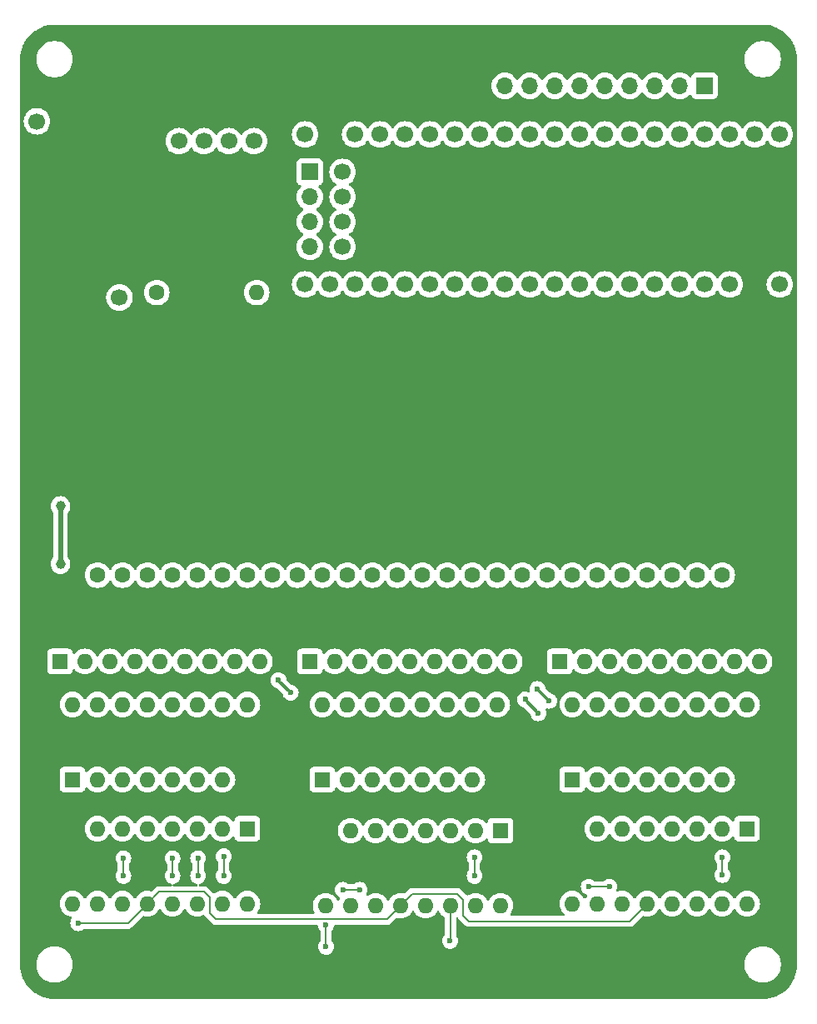
<source format=gbr>
%TF.GenerationSoftware,KiCad,Pcbnew,8.0.4*%
%TF.CreationDate,2024-08-28T21:50:12+12:00*%
%TF.ProjectId,OperationBaldr,4f706572-6174-4696-9f6e-42616c64722e,0.1.1*%
%TF.SameCoordinates,Original*%
%TF.FileFunction,Copper,L2,Bot*%
%TF.FilePolarity,Positive*%
%FSLAX46Y46*%
G04 Gerber Fmt 4.6, Leading zero omitted, Abs format (unit mm)*
G04 Created by KiCad (PCBNEW 8.0.4) date 2024-08-28 21:50:12*
%MOMM*%
%LPD*%
G01*
G04 APERTURE LIST*
%TA.AperFunction,ComponentPad*%
%ADD10C,1.700000*%
%TD*%
%TA.AperFunction,ComponentPad*%
%ADD11R,1.600000X1.600000*%
%TD*%
%TA.AperFunction,ComponentPad*%
%ADD12O,1.600000X1.600000*%
%TD*%
%TA.AperFunction,ComponentPad*%
%ADD13C,1.600000*%
%TD*%
%TA.AperFunction,ComponentPad*%
%ADD14R,1.700000X1.700000*%
%TD*%
%TA.AperFunction,ComponentPad*%
%ADD15O,1.700000X1.700000*%
%TD*%
%TA.AperFunction,ViaPad*%
%ADD16C,1.000000*%
%TD*%
%TA.AperFunction,ViaPad*%
%ADD17C,0.600000*%
%TD*%
%TA.AperFunction,Conductor*%
%ADD18C,0.500000*%
%TD*%
%TA.AperFunction,Conductor*%
%ADD19C,0.300000*%
%TD*%
%TA.AperFunction,Conductor*%
%ADD20C,0.130000*%
%TD*%
G04 APERTURE END LIST*
D10*
%TO.P,U2,1,B12*%
%TO.N,unconnected-(U2-B12-Pad1)*%
X188740000Y-53650000D03*
%TO.P,U2,2,B13*%
%TO.N,unconnected-(U2-B13-Pad2)*%
X186200000Y-53650000D03*
%TO.P,U2,3,B14*%
%TO.N,unconnected-(U2-B14-Pad3)*%
X183660000Y-53650000D03*
%TO.P,U2,4,B15*%
%TO.N,unconnected-(U2-B15-Pad4)*%
X181120000Y-53650000D03*
%TO.P,U2,5,A8*%
%TO.N,/P1*%
X178580000Y-53650000D03*
%TO.P,U2,6,A9*%
%TO.N,/P2*%
X176040000Y-53650000D03*
%TO.P,U2,7,A10*%
%TO.N,/P3*%
X173500000Y-53650000D03*
%TO.P,U2,8,A11*%
%TO.N,/P4*%
X170960000Y-53650000D03*
%TO.P,U2,9,A12*%
%TO.N,/P5*%
X168420000Y-53650000D03*
%TO.P,U2,10,A15*%
%TO.N,/P6*%
X165880000Y-53650000D03*
%TO.P,U2,11,B3*%
%TO.N,/P7*%
X163340000Y-53650000D03*
%TO.P,U2,12,B4*%
%TO.N,/P8*%
X160800000Y-53650000D03*
%TO.P,U2,13,B5*%
%TO.N,unconnected-(U2-B5-Pad13)*%
X158260000Y-53650000D03*
%TO.P,U2,14,B6*%
%TO.N,/SCL*%
X155720000Y-53650000D03*
%TO.P,U2,15,B7*%
%TO.N,/SDA*%
X153180000Y-53650000D03*
%TO.P,U2,16,B8*%
%TO.N,unconnected-(U2-B8-Pad16)*%
X150640000Y-53650000D03*
%TO.P,U2,17,B9*%
%TO.N,unconnected-(U2-B9-Pad17)*%
X148100000Y-53650000D03*
%TO.P,U2,18,5V*%
%TO.N,unconnected-(U2-5V-Pad18)*%
X145560000Y-53650000D03*
%TO.P,U2,19,GND*%
%TO.N,GND*%
X143020000Y-53650000D03*
%TO.P,U2,20,3V3*%
%TO.N,+3V3*%
X140480000Y-53650000D03*
%TO.P,U2,21,VBUS*%
%TO.N,unconnected-(U2-VBUS-Pad21)*%
X140480000Y-68890000D03*
%TO.P,U2,22,C13*%
%TO.N,unconnected-(U2-C13-Pad22)*%
X143020000Y-68890000D03*
%TO.P,U2,23,C14*%
%TO.N,unconnected-(U2-C14-Pad23)*%
X145560000Y-68890000D03*
%TO.P,U2,24,C15*%
%TO.N,unconnected-(U2-C15-Pad24)*%
X148100000Y-68890000D03*
%TO.P,U2,25,R*%
%TO.N,unconnected-(U2-R-Pad25)*%
X150640000Y-68890000D03*
%TO.P,U2,26,A0*%
%TO.N,unconnected-(U2-A0-Pad26)*%
X153180000Y-68890000D03*
%TO.P,U2,27,A1*%
%TO.N,unconnected-(U2-A1-Pad27)*%
X155720000Y-68890000D03*
%TO.P,U2,28,A2*%
%TO.N,unconnected-(U2-A2-Pad28)*%
X158260000Y-68890000D03*
%TO.P,U2,29,A3*%
%TO.N,unconnected-(U2-A3-Pad29)*%
X160800000Y-68890000D03*
%TO.P,U2,30,A4*%
%TO.N,LATCH*%
X163340000Y-68890000D03*
%TO.P,U2,31,A5*%
%TO.N,CLK*%
X165880000Y-68890000D03*
%TO.P,U2,32,A6*%
%TO.N,OE*%
X168420000Y-68890000D03*
%TO.P,U2,33,A7*%
%TO.N,SER*%
X170960000Y-68890000D03*
%TO.P,U2,34,B0*%
%TO.N,unconnected-(U2-B0-Pad34)*%
X173500000Y-68890000D03*
%TO.P,U2,35,B1*%
%TO.N,FILAMENT_1*%
X176040000Y-68890000D03*
%TO.P,U2,36,B2*%
%TO.N,FILAMENT_2*%
X178580000Y-68890000D03*
%TO.P,U2,37,B10*%
%TO.N,unconnected-(U2-B10-Pad37)*%
X181120000Y-68890000D03*
%TO.P,U2,38,3V3*%
%TO.N,+3V3*%
X183660000Y-68890000D03*
%TO.P,U2,39,GND*%
%TO.N,GND*%
X186200000Y-68890000D03*
%TO.P,U2,40,5V*%
%TO.N,unconnected-(U2-5V-Pad40)*%
X188740000Y-68890000D03*
%TO.P,U2,41,3V3*%
%TO.N,/SW_3V3*%
X144290000Y-57460000D03*
%TO.P,U2,42,DIO*%
%TO.N,/SW_DIO*%
X144290000Y-60000000D03*
%TO.P,U2,43,SCK*%
%TO.N,/SW_SCK*%
X144290000Y-62540000D03*
%TO.P,U2,44,GND*%
%TO.N,/SW_GND*%
X144290000Y-65080000D03*
%TD*%
D11*
%TO.P,U4,1,I1*%
%TO.N,GRID_SIGNAL_1*%
X116830000Y-119200000D03*
D12*
%TO.P,U4,2,I2*%
%TO.N,SIGNAL_G*%
X119370000Y-119200000D03*
%TO.P,U4,3,I3*%
%TO.N,GRID_SIGNAL_2*%
X121910000Y-119200000D03*
%TO.P,U4,4,I4*%
%TO.N,SIGNAL_F*%
X124450000Y-119200000D03*
%TO.P,U4,5,I5*%
%TO.N,GRID_SIGNAL_3*%
X126990000Y-119200000D03*
%TO.P,U4,6,I6*%
%TO.N,SIGNAL_E*%
X129530000Y-119200000D03*
%TO.P,U4,7,I7*%
%TO.N,GRID_SIGNAL_4*%
X132070000Y-119200000D03*
%TO.P,U4,8,GND*%
%TO.N,GND*%
X134610000Y-119200000D03*
%TO.P,U4,9,COM*%
%TO.N,unconnected-(U4-COM-Pad9)*%
X134610000Y-111580000D03*
%TO.P,U4,10,O7*%
%TO.N,GRID_4*%
X132070000Y-111580000D03*
%TO.P,U4,11,O6*%
%TO.N,E*%
X129530000Y-111580000D03*
%TO.P,U4,12,O5*%
%TO.N,GRID_3*%
X126990000Y-111580000D03*
%TO.P,U4,13,O4*%
%TO.N,F*%
X124450000Y-111580000D03*
%TO.P,U4,14,O3*%
%TO.N,GRID_2*%
X121910000Y-111580000D03*
%TO.P,U4,15,O2*%
%TO.N,G*%
X119370000Y-111580000D03*
%TO.P,U4,16,O1*%
%TO.N,GRID_1*%
X116830000Y-111580000D03*
%TD*%
D13*
%TO.P,U10,1,Filament_1*%
%TO.N,FILAMENT_1*%
X119380000Y-98425000D03*
%TO.P,U10,2,NC*%
%TO.N,unconnected-(U10-NC-Pad2)*%
X121920000Y-98425000D03*
%TO.P,U10,3,NC*%
%TO.N,unconnected-(U10-NC-Pad3)*%
X124460000Y-98425000D03*
%TO.P,U10,4,Grid_1*%
%TO.N,GRID_1*%
X127000000Y-98425000D03*
%TO.P,U10,5,G*%
%TO.N,G*%
X129540000Y-98425000D03*
%TO.P,U10,6,Grid_2*%
%TO.N,GRID_2*%
X132080000Y-98425000D03*
%TO.P,U10,7,F*%
%TO.N,F*%
X134620000Y-98425000D03*
%TO.P,U10,8,Grid_3*%
%TO.N,GRID_3*%
X137160000Y-98425000D03*
%TO.P,U10,9,E*%
%TO.N,E*%
X139700000Y-98425000D03*
%TO.P,U10,10,Grid_4*%
%TO.N,GRID_4*%
X142240000Y-98425000D03*
%TO.P,U10,11,D*%
%TO.N,D*%
X144780000Y-98425000D03*
%TO.P,U10,12,Grid_5*%
%TO.N,GRID_5*%
X147320000Y-98425000D03*
%TO.P,U10,13,C*%
%TO.N,C*%
X149860000Y-98425000D03*
%TO.P,U10,14,Grid_6*%
%TO.N,GRID_6*%
X152400000Y-98425000D03*
%TO.P,U10,15,DP*%
%TO.N,DP*%
X154940000Y-98425000D03*
%TO.P,U10,16,Grid_7*%
%TO.N,GRID_7*%
X157480000Y-98425000D03*
%TO.P,U10,17,Comma*%
%TO.N,COMMA*%
X160020000Y-98425000D03*
%TO.P,U10,18,Grid_8*%
%TO.N,GRID_8*%
X162560000Y-98425000D03*
%TO.P,U10,19,B*%
%TO.N,B*%
X165100000Y-98425000D03*
%TO.P,U10,20,Grid_9*%
%TO.N,GRID_9*%
X167640000Y-98425000D03*
%TO.P,U10,21,Grid_10*%
%TO.N,GRID_10*%
X170180000Y-98425000D03*
%TO.P,U10,22,A*%
%TO.N,A*%
X172720000Y-98425000D03*
%TO.P,U10,23,Grid_11*%
%TO.N,GRID_11*%
X175260000Y-98425000D03*
%TO.P,U10,24,Hyphen*%
%TO.N,HYPHEN*%
X177800000Y-98425000D03*
%TO.P,U10,25,NC*%
%TO.N,unconnected-(U10-NC-Pad25)*%
X180340000Y-98425000D03*
%TO.P,U10,26,Filament_2*%
%TO.N,FILAMENT_2*%
X182880000Y-98425000D03*
%TD*%
%TO.P,R1,1*%
%TO.N,+3V3*%
X125400000Y-69710000D03*
D12*
%TO.P,R1,2*%
%TO.N,OE*%
X135560000Y-69710000D03*
%TD*%
D11*
%TO.P,U8,1,QB*%
%TO.N,GRID_SIGNAL_11*%
X185410000Y-124200000D03*
D12*
%TO.P,U8,2,QC*%
%TO.N,SIGNAL_A*%
X182870000Y-124200000D03*
%TO.P,U8,3,QD*%
%TO.N,GRID_SIGNAL_10*%
X180330000Y-124200000D03*
%TO.P,U8,4,QE*%
%TO.N,GRID_SIGNAL_9*%
X177790000Y-124200000D03*
%TO.P,U8,5,QF*%
%TO.N,SIGNAL_B*%
X175250000Y-124200000D03*
%TO.P,U8,6,QG*%
%TO.N,GRID_SIGNAL_8*%
X172710000Y-124200000D03*
%TO.P,U8,7,QH*%
%TO.N,unconnected-(U8-QH-Pad7)*%
X170170000Y-124200000D03*
%TO.P,U8,8,GND*%
%TO.N,GND*%
X167630000Y-124200000D03*
%TO.P,U8,9,QH'*%
%TO.N,unconnected-(U8-QH'-Pad9)*%
X167630000Y-131820000D03*
%TO.P,U8,10,~{SRCLR}*%
%TO.N,+3V3*%
X170170000Y-131820000D03*
%TO.P,U8,11,SRCLK*%
%TO.N,CLK*%
X172710000Y-131820000D03*
%TO.P,U8,12,RCLK*%
%TO.N,LATCH*%
X175250000Y-131820000D03*
%TO.P,U8,13,~{OE}*%
%TO.N,OE*%
X177790000Y-131820000D03*
%TO.P,U8,14,SER*%
%TO.N,/SER_CHAIN_2*%
X180330000Y-131820000D03*
%TO.P,U8,15,QA*%
%TO.N,SIGNAL_HYPHEN*%
X182870000Y-131820000D03*
%TO.P,U8,16,VCC*%
%TO.N,+3V3*%
X185410000Y-131820000D03*
%TD*%
D10*
%TO.P,U3,1,3V3*%
%TO.N,+3V3*%
X135260000Y-54330000D03*
%TO.P,U3,2,SDA*%
%TO.N,/SDA*%
X132720000Y-54330000D03*
%TO.P,U3,3,SCL*%
%TO.N,/SCL*%
X130180000Y-54330000D03*
%TO.P,U3,4,NC*%
%TO.N,unconnected-(U3-NC-Pad4)*%
X127640000Y-54330000D03*
%TO.P,U3,5,GND*%
%TO.N,GND*%
X125100000Y-54330000D03*
%TD*%
D11*
%TO.P,RN3,1,common*%
%TO.N,12V*%
X115555000Y-107200000D03*
D12*
%TO.P,RN3,2,R1*%
%TO.N,GRID_1*%
X118095000Y-107200000D03*
%TO.P,RN3,3,R2*%
%TO.N,G*%
X120635000Y-107200000D03*
%TO.P,RN3,4,R3*%
%TO.N,GRID_2*%
X123175000Y-107200000D03*
%TO.P,RN3,5,R4*%
%TO.N,F*%
X125715000Y-107200000D03*
%TO.P,RN3,6,R5*%
%TO.N,GRID_3*%
X128255000Y-107200000D03*
%TO.P,RN3,7,R6*%
%TO.N,E*%
X130795000Y-107200000D03*
%TO.P,RN3,8,R7*%
%TO.N,GRID_4*%
X133335000Y-107200000D03*
%TO.P,RN3,9,R8*%
%TO.N,D*%
X135875000Y-107200000D03*
%TD*%
D11*
%TO.P,U5,1,I1*%
%TO.N,SIGNAL_D*%
X142230000Y-119200000D03*
D12*
%TO.P,U5,2,I2*%
%TO.N,GRID_SIGNAL_5*%
X144770000Y-119200000D03*
%TO.P,U5,3,I3*%
%TO.N,SIGNAL_C*%
X147310000Y-119200000D03*
%TO.P,U5,4,I4*%
%TO.N,GRID_SIGNAL_6*%
X149850000Y-119200000D03*
%TO.P,U5,5,I5*%
%TO.N,SIGNAL_DP*%
X152390000Y-119200000D03*
%TO.P,U5,6,I6*%
%TO.N,GRID_SIGNAL_7*%
X154930000Y-119200000D03*
%TO.P,U5,7,I7*%
%TO.N,SIGNAL_COMMA*%
X157470000Y-119200000D03*
%TO.P,U5,8,GND*%
%TO.N,GND*%
X160010000Y-119200000D03*
%TO.P,U5,9,COM*%
%TO.N,unconnected-(U5-COM-Pad9)*%
X160010000Y-111580000D03*
%TO.P,U5,10,O7*%
%TO.N,COMMA*%
X157470000Y-111580000D03*
%TO.P,U5,11,O6*%
%TO.N,GRID_7*%
X154930000Y-111580000D03*
%TO.P,U5,12,O5*%
%TO.N,DP*%
X152390000Y-111580000D03*
%TO.P,U5,13,O4*%
%TO.N,GRID_6*%
X149850000Y-111580000D03*
%TO.P,U5,14,O3*%
%TO.N,C*%
X147310000Y-111580000D03*
%TO.P,U5,15,O2*%
%TO.N,GRID_5*%
X144770000Y-111580000D03*
%TO.P,U5,16,O1*%
%TO.N,D*%
X142230000Y-111580000D03*
%TD*%
D11*
%TO.P,RN1,1,common*%
%TO.N,12V*%
X166355000Y-107200000D03*
D12*
%TO.P,RN1,2,R1*%
%TO.N,unconnected-(RN1-R1-Pad2)*%
X168895000Y-107200000D03*
%TO.P,RN1,3,R2*%
%TO.N,unconnected-(RN1-R2-Pad3)*%
X171435000Y-107200000D03*
%TO.P,RN1,4,R3*%
%TO.N,unconnected-(RN1-R3-Pad4)*%
X173975000Y-107200000D03*
%TO.P,RN1,5,R4*%
%TO.N,GRID_9*%
X176515000Y-107200000D03*
%TO.P,RN1,6,R5*%
%TO.N,GRID_10*%
X179055000Y-107200000D03*
%TO.P,RN1,7,R6*%
%TO.N,A*%
X181595000Y-107200000D03*
%TO.P,RN1,8,R7*%
%TO.N,GRID_11*%
X184135000Y-107200000D03*
%TO.P,RN1,9,R8*%
%TO.N,HYPHEN*%
X186675000Y-107200000D03*
%TD*%
D11*
%TO.P,U6,1,QB*%
%TO.N,SIGNAL_E*%
X134610000Y-124200000D03*
D12*
%TO.P,U6,2,QC*%
%TO.N,GRID_SIGNAL_3*%
X132070000Y-124200000D03*
%TO.P,U6,3,QD*%
%TO.N,SIGNAL_F*%
X129530000Y-124200000D03*
%TO.P,U6,4,QE*%
%TO.N,GRID_SIGNAL_2*%
X126990000Y-124200000D03*
%TO.P,U6,5,QF*%
%TO.N,SIGNAL_G*%
X124450000Y-124200000D03*
%TO.P,U6,6,QG*%
%TO.N,GRID_SIGNAL_1*%
X121910000Y-124200000D03*
%TO.P,U6,7,QH*%
%TO.N,unconnected-(U6-QH-Pad7)*%
X119370000Y-124200000D03*
%TO.P,U6,8,GND*%
%TO.N,GND*%
X116830000Y-124200000D03*
%TO.P,U6,9,QH'*%
%TO.N,/SER_CHAIN_1*%
X116830000Y-131820000D03*
%TO.P,U6,10,~{SRCLR}*%
%TO.N,+3V3*%
X119370000Y-131820000D03*
%TO.P,U6,11,SRCLK*%
%TO.N,CLK*%
X121910000Y-131820000D03*
%TO.P,U6,12,RCLK*%
%TO.N,LATCH*%
X124450000Y-131820000D03*
%TO.P,U6,13,~{OE}*%
%TO.N,OE*%
X126990000Y-131820000D03*
%TO.P,U6,14,SER*%
%TO.N,SER*%
X129530000Y-131820000D03*
%TO.P,U6,15,QA*%
%TO.N,GRID_SIGNAL_4*%
X132070000Y-131820000D03*
%TO.P,U6,16,VCC*%
%TO.N,+3V3*%
X134610000Y-131820000D03*
%TD*%
D10*
%TO.P,U1,1,GND*%
%TO.N,GND*%
X118255000Y-70210000D03*
%TO.P,U1,2,3V3*%
%TO.N,+3V3*%
X121605000Y-70210000D03*
%TO.P,U1,3,GND*%
%TO.N,GND*%
X121605000Y-52310000D03*
%TO.P,U1,4,12V*%
%TO.N,12V*%
X113215000Y-52310000D03*
%TD*%
D11*
%TO.P,U7,1,QB*%
%TO.N,GRID_SIGNAL_7*%
X160340000Y-124400000D03*
D12*
%TO.P,U7,2,QC*%
%TO.N,SIGNAL_DP*%
X157800000Y-124400000D03*
%TO.P,U7,3,QD*%
%TO.N,GRID_SIGNAL_6*%
X155260000Y-124400000D03*
%TO.P,U7,4,QE*%
%TO.N,SIGNAL_C*%
X152720000Y-124400000D03*
%TO.P,U7,5,QF*%
%TO.N,GRID_SIGNAL_5*%
X150180000Y-124400000D03*
%TO.P,U7,6,QG*%
%TO.N,SIGNAL_D*%
X147640000Y-124400000D03*
%TO.P,U7,7,QH*%
%TO.N,unconnected-(U7-QH-Pad7)*%
X145100000Y-124400000D03*
%TO.P,U7,8,GND*%
%TO.N,GND*%
X142560000Y-124400000D03*
%TO.P,U7,9,QH'*%
%TO.N,/SER_CHAIN_2*%
X142560000Y-132020000D03*
%TO.P,U7,10,~{SRCLR}*%
%TO.N,+3V3*%
X145100000Y-132020000D03*
%TO.P,U7,11,SRCLK*%
%TO.N,CLK*%
X147640000Y-132020000D03*
%TO.P,U7,12,RCLK*%
%TO.N,LATCH*%
X150180000Y-132020000D03*
%TO.P,U7,13,~{OE}*%
%TO.N,OE*%
X152720000Y-132020000D03*
%TO.P,U7,14,SER*%
%TO.N,/SER_CHAIN_1*%
X155260000Y-132020000D03*
%TO.P,U7,15,QA*%
%TO.N,SIGNAL_COMMA*%
X157800000Y-132020000D03*
%TO.P,U7,16,VCC*%
%TO.N,+3V3*%
X160340000Y-132020000D03*
%TD*%
D11*
%TO.P,U9,1,I1*%
%TO.N,GRID_SIGNAL_8*%
X167630000Y-119200000D03*
D12*
%TO.P,U9,2,I2*%
%TO.N,SIGNAL_B*%
X170170000Y-119200000D03*
%TO.P,U9,3,I3*%
%TO.N,GRID_SIGNAL_9*%
X172710000Y-119200000D03*
%TO.P,U9,4,I4*%
%TO.N,GRID_SIGNAL_10*%
X175250000Y-119200000D03*
%TO.P,U9,5,I5*%
%TO.N,SIGNAL_A*%
X177790000Y-119200000D03*
%TO.P,U9,6,I6*%
%TO.N,GRID_SIGNAL_11*%
X180330000Y-119200000D03*
%TO.P,U9,7,I7*%
%TO.N,SIGNAL_HYPHEN*%
X182870000Y-119200000D03*
%TO.P,U9,8,GND*%
%TO.N,GND*%
X185410000Y-119200000D03*
%TO.P,U9,9,COM*%
%TO.N,unconnected-(U9-COM-Pad9)*%
X185410000Y-111580000D03*
%TO.P,U9,10,O7*%
%TO.N,HYPHEN*%
X182870000Y-111580000D03*
%TO.P,U9,11,O6*%
%TO.N,GRID_11*%
X180330000Y-111580000D03*
%TO.P,U9,12,O5*%
%TO.N,A*%
X177790000Y-111580000D03*
%TO.P,U9,13,O4*%
%TO.N,GRID_10*%
X175250000Y-111580000D03*
%TO.P,U9,14,O3*%
%TO.N,GRID_9*%
X172710000Y-111580000D03*
%TO.P,U9,15,O2*%
%TO.N,B*%
X170170000Y-111580000D03*
%TO.P,U9,16,O1*%
%TO.N,GRID_8*%
X167630000Y-111580000D03*
%TD*%
D11*
%TO.P,RN2,1,common*%
%TO.N,12V*%
X140955000Y-107200000D03*
D12*
%TO.P,RN2,2,R1*%
%TO.N,GRID_5*%
X143495000Y-107200000D03*
%TO.P,RN2,3,R2*%
%TO.N,C*%
X146035000Y-107200000D03*
%TO.P,RN2,4,R3*%
%TO.N,GRID_6*%
X148575000Y-107200000D03*
%TO.P,RN2,5,R4*%
%TO.N,DP*%
X151115000Y-107200000D03*
%TO.P,RN2,6,R5*%
%TO.N,GRID_7*%
X153655000Y-107200000D03*
%TO.P,RN2,7,R6*%
%TO.N,COMMA*%
X156195000Y-107200000D03*
%TO.P,RN2,8,R7*%
%TO.N,GRID_8*%
X158735000Y-107200000D03*
%TO.P,RN2,9,R8*%
%TO.N,B*%
X161275000Y-107200000D03*
%TD*%
D14*
%TO.P,J1,1,Pin_1*%
%TO.N,+3V3*%
X181100000Y-48710000D03*
D15*
%TO.P,J1,2,Pin_2*%
%TO.N,/P1*%
X178560000Y-48710000D03*
%TO.P,J1,3,Pin_3*%
%TO.N,/P2*%
X176020000Y-48710000D03*
%TO.P,J1,4,Pin_4*%
%TO.N,/P3*%
X173480000Y-48710000D03*
%TO.P,J1,5,Pin_5*%
%TO.N,/P4*%
X170940000Y-48710000D03*
%TO.P,J1,6,Pin_6*%
%TO.N,/P5*%
X168400000Y-48710000D03*
%TO.P,J1,7,Pin_7*%
%TO.N,/P6*%
X165860000Y-48710000D03*
%TO.P,J1,8,Pin_8*%
%TO.N,/P7*%
X163320000Y-48710000D03*
%TO.P,J1,9,Pin_9*%
%TO.N,/P8*%
X160780000Y-48710000D03*
%TO.P,J1,10,Pin_10*%
%TO.N,GND*%
X158240000Y-48710000D03*
%TD*%
D14*
%TO.P,J2,1,Pin_1*%
%TO.N,/SW_3V3*%
X140955000Y-57450000D03*
D15*
%TO.P,J2,2,Pin_2*%
%TO.N,/SW_DIO*%
X140955000Y-59990000D03*
%TO.P,J2,3,Pin_3*%
%TO.N,/SW_SCK*%
X140955000Y-62530000D03*
%TO.P,J2,4,Pin_4*%
%TO.N,/SW_GND*%
X140955000Y-65070000D03*
%TD*%
D16*
%TO.N,12V*%
X115600000Y-97300000D03*
X115600000Y-91400000D03*
D17*
%TO.N,D*%
X139010000Y-110380000D03*
X137760000Y-109110000D03*
%TO.N,B*%
X165280331Y-111200331D03*
X164100000Y-109990000D03*
%TO.N,GRID_8*%
X162840000Y-111060000D03*
X164180000Y-112480000D03*
%TO.N,OE*%
X146000000Y-130400000D03*
X144300000Y-130400000D03*
X171400000Y-130100000D03*
X169300000Y-130100000D03*
X127000000Y-129000000D03*
X127000000Y-127200000D03*
%TO.N,GRID_SIGNAL_4*%
X132200000Y-129000000D03*
X132200000Y-127000000D03*
%TO.N,SIGNAL_COMMA*%
X157700000Y-127100000D03*
X157700000Y-129000000D03*
%TO.N,SIGNAL_HYPHEN*%
X182900000Y-128900000D03*
X182900000Y-127100000D03*
%TO.N,SER*%
X129600000Y-129000000D03*
X129600000Y-127200000D03*
%TO.N,LATCH*%
X117400000Y-133800000D03*
%TO.N,/SER_CHAIN_1*%
X155200000Y-135600000D03*
%TO.N,CLK*%
X122000000Y-129000000D03*
X122000000Y-127200000D03*
%TO.N,/SER_CHAIN_2*%
X142600000Y-134000000D03*
X142600000Y-136200000D03*
%TD*%
D18*
%TO.N,12V*%
X115600000Y-97300000D02*
X115600000Y-91400000D01*
D19*
%TO.N,D*%
X137760000Y-109110000D02*
X137760000Y-109130000D01*
X137760000Y-109130000D02*
X139010000Y-110380000D01*
%TO.N,B*%
X164100000Y-109990000D02*
X164100000Y-110020000D01*
X164100000Y-110020000D02*
X165280331Y-111200331D01*
%TO.N,GRID_8*%
X162840000Y-111060000D02*
X162840000Y-111140000D01*
X162840000Y-111140000D02*
X164180000Y-112480000D01*
D20*
%TO.N,OE*%
X127000000Y-129000000D02*
X127000000Y-127200000D01*
X169300000Y-130100000D02*
X171400000Y-130100000D01*
X144300000Y-130400000D02*
X146000000Y-130400000D01*
%TO.N,GRID_SIGNAL_4*%
X132200000Y-127000000D02*
X132200000Y-129000000D01*
%TO.N,SIGNAL_COMMA*%
X157700000Y-127100000D02*
X157700000Y-129000000D01*
%TO.N,SIGNAL_HYPHEN*%
X182900000Y-127100000D02*
X182900000Y-128900000D01*
%TO.N,SER*%
X129600000Y-129000000D02*
X129600000Y-127200000D01*
%TO.N,LATCH*%
X130200000Y-130600000D02*
X130800000Y-131200000D01*
X148800000Y-133400000D02*
X150180000Y-132020000D01*
X156565000Y-131400000D02*
X155965000Y-130800000D01*
X130800000Y-132800000D02*
X131400000Y-133400000D01*
X175250000Y-131820000D02*
X173470000Y-133600000D01*
X157165000Y-133600000D02*
X156565000Y-133000000D01*
X156565000Y-133000000D02*
X156565000Y-131400000D01*
X124450000Y-131820000D02*
X125670000Y-130600000D01*
X173470000Y-133600000D02*
X157165000Y-133600000D01*
X125670000Y-130600000D02*
X130200000Y-130600000D01*
X131400000Y-133400000D02*
X148800000Y-133400000D01*
X124450000Y-131820000D02*
X122470000Y-133800000D01*
X151400000Y-130800000D02*
X150180000Y-132020000D01*
X122470000Y-133800000D02*
X117400000Y-133800000D01*
X155965000Y-130800000D02*
X151400000Y-130800000D01*
X130800000Y-131200000D02*
X130800000Y-132800000D01*
%TO.N,/SER_CHAIN_1*%
X155260000Y-135540000D02*
X155260000Y-132020000D01*
X155200000Y-135600000D02*
X155260000Y-135540000D01*
X155200000Y-132080000D02*
X155260000Y-132020000D01*
%TO.N,CLK*%
X122000000Y-129000000D02*
X122000000Y-127200000D01*
%TO.N,/SER_CHAIN_2*%
X142600000Y-134000000D02*
X142600000Y-136200000D01*
%TD*%
%TA.AperFunction,Conductor*%
%TO.N,GND*%
G36*
X187003032Y-42500648D02*
G01*
X187336929Y-42517052D01*
X187349037Y-42518245D01*
X187452146Y-42533539D01*
X187676699Y-42566849D01*
X187688617Y-42569219D01*
X188009951Y-42649709D01*
X188021588Y-42653240D01*
X188092806Y-42678722D01*
X188333467Y-42764832D01*
X188344688Y-42769479D01*
X188644163Y-42911120D01*
X188654871Y-42916844D01*
X188938988Y-43087137D01*
X188949106Y-43093897D01*
X189215170Y-43291224D01*
X189224576Y-43298944D01*
X189470013Y-43521395D01*
X189478604Y-43529986D01*
X189665755Y-43736475D01*
X189701055Y-43775423D01*
X189708775Y-43784829D01*
X189906102Y-44050893D01*
X189912862Y-44061011D01*
X190078149Y-44336777D01*
X190083148Y-44345116D01*
X190088883Y-44355844D01*
X190137229Y-44458064D01*
X190230514Y-44655297D01*
X190235170Y-44666540D01*
X190346759Y-44978411D01*
X190350292Y-44990055D01*
X190430777Y-45311369D01*
X190433151Y-45323305D01*
X190481754Y-45650962D01*
X190482947Y-45663071D01*
X190499351Y-45996966D01*
X190499500Y-46003051D01*
X190499500Y-137996948D01*
X190499351Y-138003033D01*
X190482947Y-138336928D01*
X190481754Y-138349037D01*
X190433151Y-138676694D01*
X190430777Y-138688630D01*
X190350292Y-139009944D01*
X190346759Y-139021588D01*
X190235170Y-139333459D01*
X190230514Y-139344702D01*
X190088885Y-139644151D01*
X190083148Y-139654883D01*
X189912862Y-139938988D01*
X189906102Y-139949106D01*
X189708775Y-140215170D01*
X189701055Y-140224576D01*
X189478611Y-140470006D01*
X189470006Y-140478611D01*
X189224576Y-140701055D01*
X189215170Y-140708775D01*
X188949106Y-140906102D01*
X188938988Y-140912862D01*
X188654883Y-141083148D01*
X188644151Y-141088885D01*
X188344702Y-141230514D01*
X188333459Y-141235170D01*
X188021588Y-141346759D01*
X188009944Y-141350292D01*
X187688630Y-141430777D01*
X187676694Y-141433151D01*
X187349037Y-141481754D01*
X187336928Y-141482947D01*
X187021989Y-141498419D01*
X187003031Y-141499351D01*
X186996949Y-141499500D01*
X115003051Y-141499500D01*
X114996968Y-141499351D01*
X114976900Y-141498365D01*
X114663071Y-141482947D01*
X114650962Y-141481754D01*
X114323305Y-141433151D01*
X114311369Y-141430777D01*
X113990055Y-141350292D01*
X113978411Y-141346759D01*
X113666540Y-141235170D01*
X113655301Y-141230515D01*
X113355844Y-141088883D01*
X113345121Y-141083150D01*
X113061011Y-140912862D01*
X113050893Y-140906102D01*
X112784829Y-140708775D01*
X112775423Y-140701055D01*
X112736475Y-140665755D01*
X112529986Y-140478604D01*
X112521395Y-140470013D01*
X112298944Y-140224576D01*
X112291224Y-140215170D01*
X112093897Y-139949106D01*
X112087137Y-139938988D01*
X111916844Y-139654871D01*
X111911120Y-139644163D01*
X111769479Y-139344688D01*
X111764829Y-139333459D01*
X111725212Y-139222738D01*
X111692902Y-139132438D01*
X111653240Y-139021588D01*
X111649707Y-139009944D01*
X111640958Y-138975015D01*
X111569219Y-138688617D01*
X111566848Y-138676694D01*
X111518245Y-138349037D01*
X111517052Y-138336927D01*
X111500649Y-138003032D01*
X111500500Y-137996948D01*
X111500500Y-137878711D01*
X113149500Y-137878711D01*
X113149500Y-138121288D01*
X113181161Y-138361785D01*
X113243947Y-138596104D01*
X113282273Y-138688630D01*
X113336776Y-138820212D01*
X113458064Y-139030289D01*
X113458066Y-139030292D01*
X113458067Y-139030293D01*
X113605733Y-139222736D01*
X113605739Y-139222743D01*
X113777256Y-139394260D01*
X113777262Y-139394265D01*
X113969711Y-139541936D01*
X114179788Y-139663224D01*
X114403900Y-139756054D01*
X114638211Y-139818838D01*
X114818586Y-139842584D01*
X114878711Y-139850500D01*
X114878712Y-139850500D01*
X115121289Y-139850500D01*
X115169388Y-139844167D01*
X115361789Y-139818838D01*
X115596100Y-139756054D01*
X115820212Y-139663224D01*
X116030289Y-139541936D01*
X116222738Y-139394265D01*
X116394265Y-139222738D01*
X116541936Y-139030289D01*
X116663224Y-138820212D01*
X116756054Y-138596100D01*
X116818838Y-138361789D01*
X116850500Y-138121288D01*
X116850500Y-137878712D01*
X116850500Y-137878711D01*
X185149500Y-137878711D01*
X185149500Y-138121288D01*
X185181161Y-138361785D01*
X185243947Y-138596104D01*
X185282273Y-138688630D01*
X185336776Y-138820212D01*
X185458064Y-139030289D01*
X185458066Y-139030292D01*
X185458067Y-139030293D01*
X185605733Y-139222736D01*
X185605739Y-139222743D01*
X185777256Y-139394260D01*
X185777262Y-139394265D01*
X185969711Y-139541936D01*
X186179788Y-139663224D01*
X186403900Y-139756054D01*
X186638211Y-139818838D01*
X186818586Y-139842584D01*
X186878711Y-139850500D01*
X186878712Y-139850500D01*
X187121289Y-139850500D01*
X187169388Y-139844167D01*
X187361789Y-139818838D01*
X187596100Y-139756054D01*
X187820212Y-139663224D01*
X188030289Y-139541936D01*
X188222738Y-139394265D01*
X188394265Y-139222738D01*
X188541936Y-139030289D01*
X188663224Y-138820212D01*
X188756054Y-138596100D01*
X188818838Y-138361789D01*
X188850500Y-138121288D01*
X188850500Y-137878712D01*
X188818838Y-137638211D01*
X188756054Y-137403900D01*
X188663224Y-137179788D01*
X188541936Y-136969711D01*
X188394265Y-136777262D01*
X188394260Y-136777256D01*
X188222743Y-136605739D01*
X188222736Y-136605733D01*
X188030293Y-136458067D01*
X188030292Y-136458066D01*
X188030289Y-136458064D01*
X187820212Y-136336776D01*
X187793685Y-136325788D01*
X187596104Y-136243947D01*
X187361785Y-136181161D01*
X187121289Y-136149500D01*
X187121288Y-136149500D01*
X186878712Y-136149500D01*
X186878711Y-136149500D01*
X186638214Y-136181161D01*
X186403895Y-136243947D01*
X186179794Y-136336773D01*
X186179785Y-136336777D01*
X185969706Y-136458067D01*
X185777263Y-136605733D01*
X185777256Y-136605739D01*
X185605739Y-136777256D01*
X185605733Y-136777263D01*
X185458067Y-136969706D01*
X185336777Y-137179785D01*
X185336773Y-137179794D01*
X185243947Y-137403895D01*
X185181161Y-137638214D01*
X185149500Y-137878711D01*
X116850500Y-137878711D01*
X116818838Y-137638211D01*
X116756054Y-137403900D01*
X116663224Y-137179788D01*
X116541936Y-136969711D01*
X116394265Y-136777262D01*
X116394260Y-136777256D01*
X116222743Y-136605739D01*
X116222736Y-136605733D01*
X116030293Y-136458067D01*
X116030292Y-136458066D01*
X116030289Y-136458064D01*
X115820212Y-136336776D01*
X115793685Y-136325788D01*
X115596104Y-136243947D01*
X115361785Y-136181161D01*
X115121289Y-136149500D01*
X115121288Y-136149500D01*
X114878712Y-136149500D01*
X114878711Y-136149500D01*
X114638214Y-136181161D01*
X114403895Y-136243947D01*
X114179794Y-136336773D01*
X114179785Y-136336777D01*
X113969706Y-136458067D01*
X113777263Y-136605733D01*
X113777256Y-136605739D01*
X113605739Y-136777256D01*
X113605733Y-136777263D01*
X113458067Y-136969706D01*
X113336777Y-137179785D01*
X113336773Y-137179794D01*
X113243947Y-137403895D01*
X113181161Y-137638214D01*
X113149500Y-137878711D01*
X111500500Y-137878711D01*
X111500500Y-131819998D01*
X115524532Y-131819998D01*
X115524532Y-131820001D01*
X115544364Y-132046686D01*
X115544366Y-132046697D01*
X115603258Y-132266488D01*
X115603261Y-132266497D01*
X115699431Y-132472732D01*
X115699432Y-132472734D01*
X115829954Y-132659141D01*
X115990858Y-132820045D01*
X116011502Y-132834500D01*
X116177266Y-132950568D01*
X116383504Y-133046739D01*
X116603308Y-133105635D01*
X116673759Y-133111798D01*
X116738827Y-133137250D01*
X116779806Y-133193840D01*
X116783685Y-133263602D01*
X116767946Y-133301298D01*
X116674211Y-133450476D01*
X116614631Y-133620745D01*
X116614630Y-133620750D01*
X116594435Y-133799996D01*
X116594435Y-133800003D01*
X116614630Y-133979249D01*
X116614631Y-133979254D01*
X116674211Y-134149523D01*
X116738926Y-134252515D01*
X116770184Y-134302262D01*
X116897738Y-134429816D01*
X117050478Y-134525789D01*
X117220745Y-134585368D01*
X117220750Y-134585369D01*
X117399996Y-134605565D01*
X117400000Y-134605565D01*
X117400004Y-134605565D01*
X117579249Y-134585369D01*
X117579252Y-134585368D01*
X117579255Y-134585368D01*
X117749522Y-134525789D01*
X117902262Y-134429816D01*
X117930259Y-134401819D01*
X117991582Y-134368334D01*
X118017940Y-134365500D01*
X122544447Y-134365500D01*
X122544450Y-134365500D01*
X122688275Y-134326962D01*
X122817225Y-134252513D01*
X123968257Y-133101479D01*
X124029578Y-133067996D01*
X124088029Y-133069386D01*
X124223308Y-133105635D01*
X124385230Y-133119801D01*
X124449998Y-133125468D01*
X124450000Y-133125468D01*
X124450002Y-133125468D01*
X124506673Y-133120509D01*
X124676692Y-133105635D01*
X124896496Y-133046739D01*
X125102734Y-132950568D01*
X125289139Y-132820047D01*
X125450047Y-132659139D01*
X125580568Y-132472734D01*
X125607618Y-132414724D01*
X125653790Y-132362285D01*
X125720983Y-132343133D01*
X125787865Y-132363348D01*
X125832382Y-132414725D01*
X125859429Y-132472728D01*
X125859432Y-132472734D01*
X125989954Y-132659141D01*
X126150858Y-132820045D01*
X126171502Y-132834500D01*
X126337266Y-132950568D01*
X126543504Y-133046739D01*
X126763308Y-133105635D01*
X126925230Y-133119801D01*
X126989998Y-133125468D01*
X126990000Y-133125468D01*
X126990002Y-133125468D01*
X127046673Y-133120509D01*
X127216692Y-133105635D01*
X127436496Y-133046739D01*
X127642734Y-132950568D01*
X127829139Y-132820047D01*
X127990047Y-132659139D01*
X128120568Y-132472734D01*
X128147618Y-132414724D01*
X128193790Y-132362285D01*
X128260983Y-132343133D01*
X128327865Y-132363348D01*
X128372382Y-132414725D01*
X128399429Y-132472728D01*
X128399432Y-132472734D01*
X128529954Y-132659141D01*
X128690858Y-132820045D01*
X128711502Y-132834500D01*
X128877266Y-132950568D01*
X129083504Y-133046739D01*
X129303308Y-133105635D01*
X129465230Y-133119801D01*
X129529998Y-133125468D01*
X129530000Y-133125468D01*
X129530002Y-133125468D01*
X129586673Y-133120509D01*
X129756692Y-133105635D01*
X129976496Y-133046739D01*
X130120107Y-132979771D01*
X130189181Y-132969280D01*
X130252965Y-132997799D01*
X130279896Y-133030154D01*
X130347484Y-133147221D01*
X130347486Y-133147224D01*
X130347487Y-133147225D01*
X130947487Y-133747225D01*
X131052775Y-133852513D01*
X131181725Y-133926962D01*
X131325550Y-133965500D01*
X141679734Y-133965500D01*
X141746773Y-133985185D01*
X141792528Y-134037989D01*
X141802954Y-134075616D01*
X141814630Y-134179250D01*
X141814631Y-134179254D01*
X141874211Y-134349523D01*
X141970184Y-134502262D01*
X141998181Y-134530259D01*
X142031666Y-134591582D01*
X142034500Y-134617940D01*
X142034500Y-135582060D01*
X142014815Y-135649099D01*
X141998181Y-135669741D01*
X141970184Y-135697737D01*
X141874211Y-135850476D01*
X141814631Y-136020745D01*
X141814630Y-136020750D01*
X141794435Y-136199996D01*
X141794435Y-136200003D01*
X141814630Y-136379249D01*
X141814631Y-136379254D01*
X141874211Y-136549523D01*
X141970184Y-136702262D01*
X142097738Y-136829816D01*
X142250478Y-136925789D01*
X142375986Y-136969706D01*
X142420745Y-136985368D01*
X142420750Y-136985369D01*
X142599996Y-137005565D01*
X142600000Y-137005565D01*
X142600004Y-137005565D01*
X142779249Y-136985369D01*
X142779252Y-136985368D01*
X142779255Y-136985368D01*
X142949522Y-136925789D01*
X143102262Y-136829816D01*
X143229816Y-136702262D01*
X143325789Y-136549522D01*
X143385368Y-136379255D01*
X143390154Y-136336777D01*
X143405565Y-136200003D01*
X143405565Y-136199996D01*
X143385369Y-136020750D01*
X143385368Y-136020745D01*
X143325788Y-135850476D01*
X143229815Y-135697737D01*
X143201819Y-135669741D01*
X143168334Y-135608418D01*
X143165500Y-135582060D01*
X143165500Y-134617940D01*
X143185185Y-134550901D01*
X143201819Y-134530259D01*
X143206290Y-134525788D01*
X143229816Y-134502262D01*
X143325789Y-134349522D01*
X143385368Y-134179255D01*
X143386918Y-134165500D01*
X143397046Y-134075616D01*
X143424113Y-134011202D01*
X143481708Y-133971647D01*
X143520266Y-133965500D01*
X148874447Y-133965500D01*
X148874450Y-133965500D01*
X149018275Y-133926962D01*
X149147225Y-133852513D01*
X149698257Y-133301479D01*
X149759578Y-133267996D01*
X149818029Y-133269386D01*
X149953308Y-133305635D01*
X150115230Y-133319801D01*
X150179998Y-133325468D01*
X150180000Y-133325468D01*
X150180002Y-133325468D01*
X150236673Y-133320509D01*
X150406692Y-133305635D01*
X150626496Y-133246739D01*
X150832734Y-133150568D01*
X151019139Y-133020047D01*
X151180047Y-132859139D01*
X151310568Y-132672734D01*
X151337618Y-132614724D01*
X151383790Y-132562285D01*
X151450983Y-132543133D01*
X151517865Y-132563348D01*
X151562382Y-132614725D01*
X151589429Y-132672728D01*
X151589432Y-132672734D01*
X151719954Y-132859141D01*
X151880858Y-133020045D01*
X151880861Y-133020047D01*
X152067266Y-133150568D01*
X152273504Y-133246739D01*
X152493308Y-133305635D01*
X152655230Y-133319801D01*
X152719998Y-133325468D01*
X152720000Y-133325468D01*
X152720002Y-133325468D01*
X152776673Y-133320509D01*
X152946692Y-133305635D01*
X153166496Y-133246739D01*
X153372734Y-133150568D01*
X153559139Y-133020047D01*
X153720047Y-132859139D01*
X153850568Y-132672734D01*
X153877618Y-132614724D01*
X153923790Y-132562285D01*
X153990983Y-132543133D01*
X154057865Y-132563348D01*
X154102382Y-132614725D01*
X154129429Y-132672728D01*
X154129432Y-132672734D01*
X154259954Y-132859141D01*
X154420858Y-133020045D01*
X154420861Y-133020047D01*
X154607266Y-133150568D01*
X154622904Y-133157860D01*
X154675343Y-133204031D01*
X154694500Y-133270242D01*
X154694500Y-134922060D01*
X154674815Y-134989099D01*
X154658181Y-135009741D01*
X154570184Y-135097737D01*
X154474211Y-135250476D01*
X154414631Y-135420745D01*
X154414630Y-135420750D01*
X154394435Y-135599996D01*
X154394435Y-135600003D01*
X154414630Y-135779249D01*
X154414631Y-135779254D01*
X154474211Y-135949523D01*
X154570184Y-136102262D01*
X154697738Y-136229816D01*
X154850478Y-136325789D01*
X155003258Y-136379249D01*
X155020745Y-136385368D01*
X155020750Y-136385369D01*
X155199996Y-136405565D01*
X155200000Y-136405565D01*
X155200004Y-136405565D01*
X155379249Y-136385369D01*
X155379252Y-136385368D01*
X155379255Y-136385368D01*
X155549522Y-136325789D01*
X155702262Y-136229816D01*
X155829816Y-136102262D01*
X155925789Y-135949522D01*
X155985368Y-135779255D01*
X156000033Y-135649099D01*
X156005565Y-135600003D01*
X156005565Y-135599996D01*
X155985369Y-135420750D01*
X155985368Y-135420745D01*
X155925788Y-135250476D01*
X155844506Y-135121117D01*
X155825500Y-135055145D01*
X155825500Y-133312922D01*
X155845185Y-133245883D01*
X155897989Y-133200128D01*
X155967147Y-133190184D01*
X156030703Y-133219209D01*
X156056885Y-133250919D01*
X156112487Y-133347225D01*
X156712487Y-133947225D01*
X156817775Y-134052513D01*
X156946725Y-134126962D01*
X157090550Y-134165500D01*
X157090553Y-134165500D01*
X173544447Y-134165500D01*
X173544450Y-134165500D01*
X173688275Y-134126962D01*
X173817225Y-134052513D01*
X174768257Y-133101479D01*
X174829578Y-133067996D01*
X174888029Y-133069386D01*
X175023308Y-133105635D01*
X175185230Y-133119801D01*
X175249998Y-133125468D01*
X175250000Y-133125468D01*
X175250002Y-133125468D01*
X175306673Y-133120509D01*
X175476692Y-133105635D01*
X175696496Y-133046739D01*
X175902734Y-132950568D01*
X176089139Y-132820047D01*
X176250047Y-132659139D01*
X176380568Y-132472734D01*
X176407618Y-132414724D01*
X176453790Y-132362285D01*
X176520983Y-132343133D01*
X176587865Y-132363348D01*
X176632382Y-132414725D01*
X176659429Y-132472728D01*
X176659432Y-132472734D01*
X176789954Y-132659141D01*
X176950858Y-132820045D01*
X176971502Y-132834500D01*
X177137266Y-132950568D01*
X177343504Y-133046739D01*
X177563308Y-133105635D01*
X177725230Y-133119801D01*
X177789998Y-133125468D01*
X177790000Y-133125468D01*
X177790002Y-133125468D01*
X177846673Y-133120509D01*
X178016692Y-133105635D01*
X178236496Y-133046739D01*
X178442734Y-132950568D01*
X178629139Y-132820047D01*
X178790047Y-132659139D01*
X178920568Y-132472734D01*
X178947618Y-132414724D01*
X178993790Y-132362285D01*
X179060983Y-132343133D01*
X179127865Y-132363348D01*
X179172382Y-132414725D01*
X179199429Y-132472728D01*
X179199432Y-132472734D01*
X179329954Y-132659141D01*
X179490858Y-132820045D01*
X179511502Y-132834500D01*
X179677266Y-132950568D01*
X179883504Y-133046739D01*
X180103308Y-133105635D01*
X180265230Y-133119801D01*
X180329998Y-133125468D01*
X180330000Y-133125468D01*
X180330002Y-133125468D01*
X180386673Y-133120509D01*
X180556692Y-133105635D01*
X180776496Y-133046739D01*
X180982734Y-132950568D01*
X181169139Y-132820047D01*
X181330047Y-132659139D01*
X181460568Y-132472734D01*
X181487618Y-132414724D01*
X181533790Y-132362285D01*
X181600983Y-132343133D01*
X181667865Y-132363348D01*
X181712382Y-132414725D01*
X181739429Y-132472728D01*
X181739432Y-132472734D01*
X181869954Y-132659141D01*
X182030858Y-132820045D01*
X182051502Y-132834500D01*
X182217266Y-132950568D01*
X182423504Y-133046739D01*
X182643308Y-133105635D01*
X182805230Y-133119801D01*
X182869998Y-133125468D01*
X182870000Y-133125468D01*
X182870002Y-133125468D01*
X182926673Y-133120509D01*
X183096692Y-133105635D01*
X183316496Y-133046739D01*
X183522734Y-132950568D01*
X183709139Y-132820047D01*
X183870047Y-132659139D01*
X184000568Y-132472734D01*
X184027618Y-132414724D01*
X184073790Y-132362285D01*
X184140983Y-132343133D01*
X184207865Y-132363348D01*
X184252382Y-132414725D01*
X184279429Y-132472728D01*
X184279432Y-132472734D01*
X184409954Y-132659141D01*
X184570858Y-132820045D01*
X184591502Y-132834500D01*
X184757266Y-132950568D01*
X184963504Y-133046739D01*
X185183308Y-133105635D01*
X185345230Y-133119801D01*
X185409998Y-133125468D01*
X185410000Y-133125468D01*
X185410002Y-133125468D01*
X185466673Y-133120509D01*
X185636692Y-133105635D01*
X185856496Y-133046739D01*
X186062734Y-132950568D01*
X186249139Y-132820047D01*
X186410047Y-132659139D01*
X186540568Y-132472734D01*
X186636739Y-132266496D01*
X186695635Y-132046692D01*
X186715468Y-131820000D01*
X186695635Y-131593308D01*
X186650611Y-131425275D01*
X186636741Y-131373511D01*
X186636738Y-131373502D01*
X186578173Y-131247910D01*
X186540568Y-131167266D01*
X186410047Y-130980861D01*
X186410045Y-130980858D01*
X186249141Y-130819954D01*
X186062734Y-130689432D01*
X186062732Y-130689431D01*
X185856497Y-130593261D01*
X185856488Y-130593258D01*
X185636697Y-130534366D01*
X185636693Y-130534365D01*
X185636692Y-130534365D01*
X185636691Y-130534364D01*
X185636686Y-130534364D01*
X185410002Y-130514532D01*
X185409998Y-130514532D01*
X185183313Y-130534364D01*
X185183302Y-130534366D01*
X184963511Y-130593258D01*
X184963502Y-130593261D01*
X184757267Y-130689431D01*
X184757265Y-130689432D01*
X184570858Y-130819954D01*
X184409954Y-130980858D01*
X184279432Y-131167265D01*
X184279431Y-131167267D01*
X184252382Y-131225275D01*
X184206209Y-131277714D01*
X184139016Y-131296866D01*
X184072135Y-131276650D01*
X184027618Y-131225275D01*
X184000568Y-131167266D01*
X183870047Y-130980861D01*
X183870045Y-130980858D01*
X183709141Y-130819954D01*
X183522734Y-130689432D01*
X183522732Y-130689431D01*
X183316497Y-130593261D01*
X183316488Y-130593258D01*
X183096697Y-130534366D01*
X183096693Y-130534365D01*
X183096692Y-130534365D01*
X183096691Y-130534364D01*
X183096686Y-130534364D01*
X182870002Y-130514532D01*
X182869998Y-130514532D01*
X182643313Y-130534364D01*
X182643302Y-130534366D01*
X182423511Y-130593258D01*
X182423502Y-130593261D01*
X182217267Y-130689431D01*
X182217265Y-130689432D01*
X182030858Y-130819954D01*
X181869954Y-130980858D01*
X181739432Y-131167265D01*
X181739431Y-131167267D01*
X181712382Y-131225275D01*
X181666209Y-131277714D01*
X181599016Y-131296866D01*
X181532135Y-131276650D01*
X181487618Y-131225275D01*
X181460568Y-131167266D01*
X181330047Y-130980861D01*
X181330045Y-130980858D01*
X181169141Y-130819954D01*
X180982734Y-130689432D01*
X180982732Y-130689431D01*
X180776497Y-130593261D01*
X180776488Y-130593258D01*
X180556697Y-130534366D01*
X180556693Y-130534365D01*
X180556692Y-130534365D01*
X180556691Y-130534364D01*
X180556686Y-130534364D01*
X180330002Y-130514532D01*
X180329998Y-130514532D01*
X180103313Y-130534364D01*
X180103302Y-130534366D01*
X179883511Y-130593258D01*
X179883502Y-130593261D01*
X179677267Y-130689431D01*
X179677265Y-130689432D01*
X179490858Y-130819954D01*
X179329954Y-130980858D01*
X179199432Y-131167265D01*
X179199431Y-131167267D01*
X179172382Y-131225275D01*
X179126209Y-131277714D01*
X179059016Y-131296866D01*
X178992135Y-131276650D01*
X178947618Y-131225275D01*
X178920568Y-131167266D01*
X178790047Y-130980861D01*
X178790045Y-130980858D01*
X178629141Y-130819954D01*
X178442734Y-130689432D01*
X178442732Y-130689431D01*
X178236497Y-130593261D01*
X178236488Y-130593258D01*
X178016697Y-130534366D01*
X178016693Y-130534365D01*
X178016692Y-130534365D01*
X178016691Y-130534364D01*
X178016686Y-130534364D01*
X177790002Y-130514532D01*
X177789998Y-130514532D01*
X177563313Y-130534364D01*
X177563302Y-130534366D01*
X177343511Y-130593258D01*
X177343502Y-130593261D01*
X177137267Y-130689431D01*
X177137265Y-130689432D01*
X176950858Y-130819954D01*
X176789954Y-130980858D01*
X176659432Y-131167265D01*
X176659431Y-131167267D01*
X176632382Y-131225275D01*
X176586209Y-131277714D01*
X176519016Y-131296866D01*
X176452135Y-131276650D01*
X176407618Y-131225275D01*
X176380568Y-131167266D01*
X176250047Y-130980861D01*
X176250045Y-130980858D01*
X176089141Y-130819954D01*
X175902734Y-130689432D01*
X175902732Y-130689431D01*
X175696497Y-130593261D01*
X175696488Y-130593258D01*
X175476697Y-130534366D01*
X175476693Y-130534365D01*
X175476692Y-130534365D01*
X175476691Y-130534364D01*
X175476686Y-130534364D01*
X175250002Y-130514532D01*
X175249998Y-130514532D01*
X175023313Y-130534364D01*
X175023302Y-130534366D01*
X174803511Y-130593258D01*
X174803502Y-130593261D01*
X174597267Y-130689431D01*
X174597265Y-130689432D01*
X174410858Y-130819954D01*
X174249954Y-130980858D01*
X174119432Y-131167265D01*
X174119431Y-131167267D01*
X174092382Y-131225275D01*
X174046209Y-131277714D01*
X173979016Y-131296866D01*
X173912135Y-131276650D01*
X173867618Y-131225275D01*
X173840568Y-131167266D01*
X173710047Y-130980861D01*
X173710045Y-130980858D01*
X173549141Y-130819954D01*
X173362734Y-130689432D01*
X173362732Y-130689431D01*
X173156497Y-130593261D01*
X173156488Y-130593258D01*
X172936697Y-130534366D01*
X172936693Y-130534365D01*
X172936692Y-130534365D01*
X172936691Y-130534364D01*
X172936686Y-130534364D01*
X172710002Y-130514532D01*
X172709998Y-130514532D01*
X172483313Y-130534364D01*
X172483302Y-130534366D01*
X172282666Y-130588126D01*
X172212816Y-130586463D01*
X172154954Y-130547300D01*
X172127450Y-130483072D01*
X172133532Y-130427396D01*
X172185366Y-130279262D01*
X172185369Y-130279249D01*
X172205565Y-130100003D01*
X172205565Y-130099996D01*
X172185369Y-129920750D01*
X172185368Y-129920745D01*
X172125789Y-129750478D01*
X172029816Y-129597738D01*
X171902262Y-129470184D01*
X171749523Y-129374211D01*
X171579254Y-129314631D01*
X171579249Y-129314630D01*
X171400004Y-129294435D01*
X171399996Y-129294435D01*
X171220750Y-129314630D01*
X171220745Y-129314631D01*
X171050476Y-129374211D01*
X170897737Y-129470184D01*
X170869741Y-129498181D01*
X170808418Y-129531666D01*
X170782060Y-129534500D01*
X169917940Y-129534500D01*
X169850901Y-129514815D01*
X169830259Y-129498181D01*
X169802262Y-129470184D01*
X169649523Y-129374211D01*
X169479254Y-129314631D01*
X169479249Y-129314630D01*
X169300004Y-129294435D01*
X169299996Y-129294435D01*
X169120750Y-129314630D01*
X169120745Y-129314631D01*
X168950476Y-129374211D01*
X168797737Y-129470184D01*
X168670184Y-129597737D01*
X168574211Y-129750476D01*
X168514631Y-129920745D01*
X168514630Y-129920750D01*
X168494435Y-130099996D01*
X168494435Y-130100003D01*
X168514630Y-130279249D01*
X168514631Y-130279254D01*
X168574211Y-130449523D01*
X168664526Y-130593258D01*
X168670184Y-130602262D01*
X168797738Y-130729816D01*
X168864878Y-130772003D01*
X168950078Y-130825538D01*
X168950478Y-130825789D01*
X169048539Y-130860102D01*
X169059459Y-130863923D01*
X169116235Y-130904645D01*
X169141982Y-130969598D01*
X169128526Y-131038159D01*
X169120080Y-131052087D01*
X169039431Y-131167267D01*
X169012382Y-131225275D01*
X168966209Y-131277714D01*
X168899016Y-131296866D01*
X168832135Y-131276650D01*
X168787618Y-131225275D01*
X168760568Y-131167266D01*
X168630047Y-130980861D01*
X168630045Y-130980858D01*
X168469141Y-130819954D01*
X168282734Y-130689432D01*
X168282732Y-130689431D01*
X168076497Y-130593261D01*
X168076488Y-130593258D01*
X167856697Y-130534366D01*
X167856693Y-130534365D01*
X167856692Y-130534365D01*
X167856691Y-130534364D01*
X167856686Y-130534364D01*
X167630002Y-130514532D01*
X167629998Y-130514532D01*
X167403313Y-130534364D01*
X167403302Y-130534366D01*
X167183511Y-130593258D01*
X167183502Y-130593261D01*
X166977267Y-130689431D01*
X166977265Y-130689432D01*
X166790858Y-130819954D01*
X166629954Y-130980858D01*
X166499432Y-131167265D01*
X166499431Y-131167267D01*
X166403261Y-131373502D01*
X166403258Y-131373511D01*
X166344366Y-131593302D01*
X166344364Y-131593313D01*
X166324532Y-131819998D01*
X166324532Y-131820001D01*
X166344364Y-132046686D01*
X166344366Y-132046697D01*
X166403258Y-132266488D01*
X166403261Y-132266497D01*
X166499431Y-132472732D01*
X166499432Y-132472734D01*
X166629954Y-132659141D01*
X166793632Y-132822819D01*
X166827117Y-132884142D01*
X166822133Y-132953834D01*
X166780261Y-133009767D01*
X166714797Y-133034184D01*
X166705951Y-133034500D01*
X161455460Y-133034500D01*
X161388421Y-133014815D01*
X161342666Y-132962011D01*
X161332722Y-132892853D01*
X161353885Y-132839377D01*
X161447566Y-132705584D01*
X161470568Y-132672734D01*
X161566739Y-132466496D01*
X161625635Y-132246692D01*
X161645468Y-132020000D01*
X161625635Y-131793308D01*
X161572047Y-131593313D01*
X161566741Y-131573511D01*
X161566738Y-131573502D01*
X161497618Y-131425275D01*
X161470568Y-131367266D01*
X161340047Y-131180861D01*
X161340045Y-131180858D01*
X161179141Y-131019954D01*
X160992734Y-130889432D01*
X160992732Y-130889431D01*
X160786497Y-130793261D01*
X160786488Y-130793258D01*
X160566697Y-130734366D01*
X160566693Y-130734365D01*
X160566692Y-130734365D01*
X160566691Y-130734364D01*
X160566686Y-130734364D01*
X160340002Y-130714532D01*
X160339998Y-130714532D01*
X160113313Y-130734364D01*
X160113302Y-130734366D01*
X159893511Y-130793258D01*
X159893502Y-130793261D01*
X159687267Y-130889431D01*
X159687265Y-130889432D01*
X159500858Y-131019954D01*
X159339954Y-131180858D01*
X159209432Y-131367265D01*
X159209431Y-131367267D01*
X159182382Y-131425275D01*
X159136209Y-131477714D01*
X159069016Y-131496866D01*
X159002135Y-131476650D01*
X158957618Y-131425275D01*
X158933480Y-131373511D01*
X158930568Y-131367266D01*
X158800047Y-131180861D01*
X158800045Y-131180858D01*
X158639141Y-131019954D01*
X158452734Y-130889432D01*
X158452732Y-130889431D01*
X158246497Y-130793261D01*
X158246488Y-130793258D01*
X158026697Y-130734366D01*
X158026693Y-130734365D01*
X158026692Y-130734365D01*
X158026691Y-130734364D01*
X158026686Y-130734364D01*
X157800002Y-130714532D01*
X157799998Y-130714532D01*
X157573313Y-130734364D01*
X157573302Y-130734366D01*
X157353511Y-130793258D01*
X157353502Y-130793261D01*
X157147263Y-130889433D01*
X157060106Y-130950460D01*
X156993900Y-130972787D01*
X156926133Y-130955775D01*
X156901303Y-130936565D01*
X156312226Y-130347488D01*
X156312221Y-130347484D01*
X156183277Y-130273039D01*
X156183276Y-130273038D01*
X156147318Y-130263403D01*
X156039450Y-130234500D01*
X151325550Y-130234500D01*
X151257340Y-130252777D01*
X151181723Y-130273038D01*
X151181722Y-130273039D01*
X151052778Y-130347484D01*
X151052773Y-130347488D01*
X150947485Y-130452777D01*
X150661743Y-130738518D01*
X150600420Y-130772003D01*
X150541969Y-130770612D01*
X150406697Y-130734366D01*
X150406693Y-130734365D01*
X150406692Y-130734365D01*
X150406691Y-130734364D01*
X150406686Y-130734364D01*
X150180002Y-130714532D01*
X150179998Y-130714532D01*
X149953313Y-130734364D01*
X149953302Y-130734366D01*
X149733511Y-130793258D01*
X149733502Y-130793261D01*
X149527267Y-130889431D01*
X149527265Y-130889432D01*
X149340858Y-131019954D01*
X149179954Y-131180858D01*
X149049432Y-131367265D01*
X149049431Y-131367267D01*
X149022382Y-131425275D01*
X148976209Y-131477714D01*
X148909016Y-131496866D01*
X148842135Y-131476650D01*
X148797618Y-131425275D01*
X148773480Y-131373511D01*
X148770568Y-131367266D01*
X148640047Y-131180861D01*
X148640045Y-131180858D01*
X148479141Y-131019954D01*
X148292734Y-130889432D01*
X148292732Y-130889431D01*
X148086497Y-130793261D01*
X148086488Y-130793258D01*
X147866697Y-130734366D01*
X147866693Y-130734365D01*
X147866692Y-130734365D01*
X147866691Y-130734364D01*
X147866686Y-130734364D01*
X147640002Y-130714532D01*
X147639998Y-130714532D01*
X147413313Y-130734364D01*
X147413302Y-130734366D01*
X147193511Y-130793258D01*
X147193502Y-130793261D01*
X146987267Y-130889431D01*
X146865853Y-130974445D01*
X146799647Y-130996772D01*
X146731880Y-130979760D01*
X146684068Y-130928812D01*
X146671390Y-130860102D01*
X146689738Y-130806896D01*
X146700895Y-130789141D01*
X146725789Y-130749522D01*
X146785368Y-130579255D01*
X146786342Y-130570612D01*
X146805565Y-130400003D01*
X146805565Y-130399996D01*
X146785369Y-130220750D01*
X146785368Y-130220745D01*
X146759733Y-130147484D01*
X146725789Y-130050478D01*
X146715749Y-130034500D01*
X146629815Y-129897737D01*
X146502262Y-129770184D01*
X146349523Y-129674211D01*
X146179254Y-129614631D01*
X146179249Y-129614630D01*
X146000004Y-129594435D01*
X145999996Y-129594435D01*
X145820750Y-129614630D01*
X145820745Y-129614631D01*
X145650476Y-129674211D01*
X145497737Y-129770184D01*
X145469741Y-129798181D01*
X145408418Y-129831666D01*
X145382060Y-129834500D01*
X144917940Y-129834500D01*
X144850901Y-129814815D01*
X144830259Y-129798181D01*
X144802262Y-129770184D01*
X144649523Y-129674211D01*
X144479254Y-129614631D01*
X144479249Y-129614630D01*
X144300004Y-129594435D01*
X144299996Y-129594435D01*
X144120750Y-129614630D01*
X144120745Y-129614631D01*
X143950476Y-129674211D01*
X143797737Y-129770184D01*
X143670184Y-129897737D01*
X143574211Y-130050476D01*
X143514631Y-130220745D01*
X143514630Y-130220750D01*
X143494435Y-130399996D01*
X143494435Y-130400003D01*
X143514630Y-130579249D01*
X143514631Y-130579254D01*
X143574211Y-130749523D01*
X143643693Y-130860102D01*
X143670184Y-130902262D01*
X143797738Y-131029816D01*
X143950478Y-131125789D01*
X143950483Y-131125792D01*
X143956753Y-131128812D01*
X143955765Y-131130861D01*
X144003772Y-131165295D01*
X144029517Y-131230249D01*
X144016059Y-131298810D01*
X144007615Y-131312734D01*
X143969431Y-131367267D01*
X143942382Y-131425275D01*
X143896209Y-131477714D01*
X143829016Y-131496866D01*
X143762135Y-131476650D01*
X143717618Y-131425275D01*
X143693480Y-131373511D01*
X143690568Y-131367266D01*
X143560047Y-131180861D01*
X143560045Y-131180858D01*
X143399141Y-131019954D01*
X143212734Y-130889432D01*
X143212732Y-130889431D01*
X143006497Y-130793261D01*
X143006488Y-130793258D01*
X142786697Y-130734366D01*
X142786693Y-130734365D01*
X142786692Y-130734365D01*
X142786691Y-130734364D01*
X142786686Y-130734364D01*
X142560002Y-130714532D01*
X142559998Y-130714532D01*
X142333313Y-130734364D01*
X142333302Y-130734366D01*
X142113511Y-130793258D01*
X142113502Y-130793261D01*
X141907267Y-130889431D01*
X141907265Y-130889432D01*
X141720858Y-131019954D01*
X141559954Y-131180858D01*
X141429432Y-131367265D01*
X141429431Y-131367267D01*
X141333261Y-131573502D01*
X141333258Y-131573511D01*
X141274366Y-131793302D01*
X141274364Y-131793313D01*
X141254532Y-132019998D01*
X141254532Y-132020001D01*
X141274364Y-132246686D01*
X141274366Y-132246697D01*
X141333258Y-132466488D01*
X141333261Y-132466497D01*
X141368998Y-132543133D01*
X141413877Y-132639377D01*
X141422606Y-132658095D01*
X141433098Y-132727172D01*
X141404578Y-132790956D01*
X141346102Y-132829196D01*
X141310224Y-132834500D01*
X135725460Y-132834500D01*
X135658421Y-132814815D01*
X135612666Y-132762011D01*
X135602722Y-132692853D01*
X135623885Y-132639377D01*
X135677864Y-132562285D01*
X135740568Y-132472734D01*
X135836739Y-132266496D01*
X135895635Y-132046692D01*
X135915468Y-131820000D01*
X135895635Y-131593308D01*
X135850611Y-131425275D01*
X135836741Y-131373511D01*
X135836738Y-131373502D01*
X135778173Y-131247910D01*
X135740568Y-131167266D01*
X135610047Y-130980861D01*
X135610045Y-130980858D01*
X135449141Y-130819954D01*
X135262734Y-130689432D01*
X135262732Y-130689431D01*
X135056497Y-130593261D01*
X135056488Y-130593258D01*
X134836697Y-130534366D01*
X134836693Y-130534365D01*
X134836692Y-130534365D01*
X134836691Y-130534364D01*
X134836686Y-130534364D01*
X134610002Y-130514532D01*
X134609998Y-130514532D01*
X134383313Y-130534364D01*
X134383302Y-130534366D01*
X134163511Y-130593258D01*
X134163502Y-130593261D01*
X133957267Y-130689431D01*
X133957265Y-130689432D01*
X133770858Y-130819954D01*
X133609954Y-130980858D01*
X133479432Y-131167265D01*
X133479431Y-131167267D01*
X133452382Y-131225275D01*
X133406209Y-131277714D01*
X133339016Y-131296866D01*
X133272135Y-131276650D01*
X133227618Y-131225275D01*
X133200568Y-131167266D01*
X133070047Y-130980861D01*
X133070045Y-130980858D01*
X132909141Y-130819954D01*
X132722734Y-130689432D01*
X132722732Y-130689431D01*
X132516497Y-130593261D01*
X132516488Y-130593258D01*
X132296697Y-130534366D01*
X132296693Y-130534365D01*
X132296692Y-130534365D01*
X132296691Y-130534364D01*
X132296686Y-130534364D01*
X132070002Y-130514532D01*
X132069998Y-130514532D01*
X131843313Y-130534364D01*
X131843302Y-130534366D01*
X131623511Y-130593258D01*
X131623502Y-130593261D01*
X131417270Y-130689430D01*
X131417266Y-130689432D01*
X131309520Y-130764875D01*
X131243315Y-130787202D01*
X131175548Y-130770190D01*
X131150718Y-130750980D01*
X130547226Y-130147488D01*
X130547221Y-130147484D01*
X130418277Y-130073039D01*
X130418276Y-130073038D01*
X130382318Y-130063403D01*
X130274450Y-130034500D01*
X129776174Y-130034500D01*
X129709135Y-130014815D01*
X129663380Y-129962011D01*
X129653436Y-129892853D01*
X129682461Y-129829297D01*
X129741239Y-129791523D01*
X129762291Y-129787280D01*
X129779249Y-129785369D01*
X129779252Y-129785368D01*
X129779255Y-129785368D01*
X129949522Y-129725789D01*
X130102262Y-129629816D01*
X130229816Y-129502262D01*
X130325789Y-129349522D01*
X130385368Y-129179255D01*
X130385369Y-129179249D01*
X130405565Y-129000003D01*
X130405565Y-128999996D01*
X130385369Y-128820750D01*
X130385368Y-128820745D01*
X130325788Y-128650476D01*
X130262955Y-128550478D01*
X130229816Y-128497738D01*
X130201819Y-128469741D01*
X130168334Y-128408418D01*
X130165500Y-128382060D01*
X130165500Y-127817940D01*
X130185185Y-127750901D01*
X130201819Y-127730259D01*
X130214138Y-127717940D01*
X130229816Y-127702262D01*
X130325789Y-127549522D01*
X130385368Y-127379255D01*
X130388718Y-127349522D01*
X130405565Y-127200003D01*
X130405565Y-127199996D01*
X130385369Y-127020750D01*
X130385368Y-127020745D01*
X130378108Y-126999996D01*
X131394435Y-126999996D01*
X131394435Y-127000003D01*
X131414630Y-127179249D01*
X131414631Y-127179254D01*
X131474211Y-127349523D01*
X131570184Y-127502262D01*
X131598181Y-127530259D01*
X131631666Y-127591582D01*
X131634500Y-127617940D01*
X131634500Y-128382060D01*
X131614815Y-128449099D01*
X131598181Y-128469741D01*
X131570184Y-128497737D01*
X131474211Y-128650476D01*
X131414631Y-128820745D01*
X131414630Y-128820750D01*
X131394435Y-128999996D01*
X131394435Y-129000003D01*
X131414630Y-129179249D01*
X131414631Y-129179254D01*
X131474211Y-129349523D01*
X131550028Y-129470184D01*
X131570184Y-129502262D01*
X131697738Y-129629816D01*
X131850478Y-129725789D01*
X131977352Y-129770184D01*
X132020745Y-129785368D01*
X132020750Y-129785369D01*
X132199996Y-129805565D01*
X132200000Y-129805565D01*
X132200004Y-129805565D01*
X132379249Y-129785369D01*
X132379252Y-129785368D01*
X132379255Y-129785368D01*
X132549522Y-129725789D01*
X132702262Y-129629816D01*
X132829816Y-129502262D01*
X132925789Y-129349522D01*
X132985368Y-129179255D01*
X132985369Y-129179249D01*
X133005565Y-129000003D01*
X133005565Y-128999996D01*
X132985369Y-128820750D01*
X132985368Y-128820745D01*
X132925788Y-128650476D01*
X132862955Y-128550478D01*
X132829816Y-128497738D01*
X132801819Y-128469741D01*
X132768334Y-128408418D01*
X132765500Y-128382060D01*
X132765500Y-127617940D01*
X132785185Y-127550901D01*
X132801819Y-127530259D01*
X132829816Y-127502262D01*
X132925789Y-127349522D01*
X132985368Y-127179255D01*
X132985369Y-127179249D01*
X132994299Y-127099996D01*
X156894435Y-127099996D01*
X156894435Y-127100003D01*
X156914630Y-127279249D01*
X156914631Y-127279254D01*
X156974211Y-127449523D01*
X157070184Y-127602262D01*
X157098181Y-127630259D01*
X157131666Y-127691582D01*
X157134500Y-127717940D01*
X157134500Y-128382060D01*
X157114815Y-128449099D01*
X157098181Y-128469741D01*
X157070184Y-128497737D01*
X156974211Y-128650476D01*
X156914631Y-128820745D01*
X156914630Y-128820750D01*
X156894435Y-128999996D01*
X156894435Y-129000003D01*
X156914630Y-129179249D01*
X156914631Y-129179254D01*
X156974211Y-129349523D01*
X157050028Y-129470184D01*
X157070184Y-129502262D01*
X157197738Y-129629816D01*
X157350478Y-129725789D01*
X157477352Y-129770184D01*
X157520745Y-129785368D01*
X157520750Y-129785369D01*
X157699996Y-129805565D01*
X157700000Y-129805565D01*
X157700004Y-129805565D01*
X157879249Y-129785369D01*
X157879252Y-129785368D01*
X157879255Y-129785368D01*
X158049522Y-129725789D01*
X158202262Y-129629816D01*
X158329816Y-129502262D01*
X158425789Y-129349522D01*
X158485368Y-129179255D01*
X158485369Y-129179249D01*
X158505565Y-129000003D01*
X158505565Y-128999996D01*
X158485369Y-128820750D01*
X158485368Y-128820745D01*
X158425788Y-128650476D01*
X158362955Y-128550478D01*
X158329816Y-128497738D01*
X158301819Y-128469741D01*
X158268334Y-128408418D01*
X158265500Y-128382060D01*
X158265500Y-127717940D01*
X158285185Y-127650901D01*
X158301819Y-127630259D01*
X158314138Y-127617940D01*
X158329816Y-127602262D01*
X158425789Y-127449522D01*
X158485368Y-127279255D01*
X158485369Y-127279249D01*
X158505565Y-127100003D01*
X158505565Y-127099996D01*
X182094435Y-127099996D01*
X182094435Y-127100003D01*
X182114630Y-127279249D01*
X182114631Y-127279254D01*
X182174211Y-127449523D01*
X182270184Y-127602262D01*
X182298181Y-127630259D01*
X182331666Y-127691582D01*
X182334500Y-127717940D01*
X182334500Y-128282060D01*
X182314815Y-128349099D01*
X182298181Y-128369741D01*
X182270184Y-128397737D01*
X182174211Y-128550476D01*
X182114631Y-128720745D01*
X182114630Y-128720750D01*
X182094435Y-128899996D01*
X182094435Y-128900003D01*
X182114630Y-129079249D01*
X182114631Y-129079254D01*
X182174211Y-129249523D01*
X182215122Y-129314632D01*
X182270184Y-129402262D01*
X182397738Y-129529816D01*
X182405193Y-129534500D01*
X182532721Y-129614632D01*
X182550478Y-129625789D01*
X182561984Y-129629815D01*
X182720745Y-129685368D01*
X182720750Y-129685369D01*
X182899996Y-129705565D01*
X182900000Y-129705565D01*
X182900004Y-129705565D01*
X183079249Y-129685369D01*
X183079252Y-129685368D01*
X183079255Y-129685368D01*
X183249522Y-129625789D01*
X183402262Y-129529816D01*
X183529816Y-129402262D01*
X183625789Y-129249522D01*
X183685368Y-129079255D01*
X183685369Y-129079249D01*
X183705565Y-128900003D01*
X183705565Y-128899996D01*
X183685369Y-128720750D01*
X183685368Y-128720745D01*
X183625789Y-128550478D01*
X183529816Y-128397738D01*
X183501819Y-128369741D01*
X183468334Y-128308418D01*
X183465500Y-128282060D01*
X183465500Y-127717940D01*
X183485185Y-127650901D01*
X183501819Y-127630259D01*
X183514138Y-127617940D01*
X183529816Y-127602262D01*
X183625789Y-127449522D01*
X183685368Y-127279255D01*
X183685369Y-127279249D01*
X183705565Y-127100003D01*
X183705565Y-127099996D01*
X183685369Y-126920750D01*
X183685368Y-126920745D01*
X183625789Y-126750478D01*
X183529816Y-126597738D01*
X183402262Y-126470184D01*
X183313852Y-126414632D01*
X183249523Y-126374211D01*
X183079254Y-126314631D01*
X183079249Y-126314630D01*
X182900004Y-126294435D01*
X182899996Y-126294435D01*
X182720750Y-126314630D01*
X182720745Y-126314631D01*
X182550476Y-126374211D01*
X182397737Y-126470184D01*
X182270184Y-126597737D01*
X182174211Y-126750476D01*
X182114631Y-126920745D01*
X182114630Y-126920750D01*
X182094435Y-127099996D01*
X158505565Y-127099996D01*
X158485369Y-126920750D01*
X158485368Y-126920745D01*
X158425789Y-126750478D01*
X158329816Y-126597738D01*
X158202262Y-126470184D01*
X158113852Y-126414632D01*
X158049523Y-126374211D01*
X157879254Y-126314631D01*
X157879249Y-126314630D01*
X157700004Y-126294435D01*
X157699996Y-126294435D01*
X157520750Y-126314630D01*
X157520745Y-126314631D01*
X157350476Y-126374211D01*
X157197737Y-126470184D01*
X157070184Y-126597737D01*
X156974211Y-126750476D01*
X156914631Y-126920745D01*
X156914630Y-126920750D01*
X156894435Y-127099996D01*
X132994299Y-127099996D01*
X133005565Y-127000003D01*
X133005565Y-126999996D01*
X132985369Y-126820750D01*
X132985368Y-126820745D01*
X132925789Y-126650478D01*
X132829816Y-126497738D01*
X132702262Y-126370184D01*
X132613852Y-126314632D01*
X132549523Y-126274211D01*
X132379254Y-126214631D01*
X132379249Y-126214630D01*
X132200004Y-126194435D01*
X132199996Y-126194435D01*
X132020750Y-126214630D01*
X132020745Y-126214631D01*
X131850476Y-126274211D01*
X131697737Y-126370184D01*
X131570184Y-126497737D01*
X131474211Y-126650476D01*
X131414631Y-126820745D01*
X131414630Y-126820750D01*
X131394435Y-126999996D01*
X130378108Y-126999996D01*
X130325788Y-126850476D01*
X130262955Y-126750478D01*
X130229816Y-126697738D01*
X130102262Y-126570184D01*
X129949523Y-126474211D01*
X129779254Y-126414631D01*
X129779249Y-126414630D01*
X129600004Y-126394435D01*
X129599996Y-126394435D01*
X129420750Y-126414630D01*
X129420745Y-126414631D01*
X129250476Y-126474211D01*
X129097737Y-126570184D01*
X128970184Y-126697737D01*
X128874211Y-126850476D01*
X128814631Y-127020745D01*
X128814630Y-127020750D01*
X128794435Y-127199996D01*
X128794435Y-127200003D01*
X128814630Y-127379249D01*
X128814631Y-127379254D01*
X128874211Y-127549523D01*
X128970184Y-127702262D01*
X128998181Y-127730259D01*
X129031666Y-127791582D01*
X129034500Y-127817940D01*
X129034500Y-128382060D01*
X129014815Y-128449099D01*
X128998181Y-128469741D01*
X128970184Y-128497737D01*
X128874211Y-128650476D01*
X128814631Y-128820745D01*
X128814630Y-128820750D01*
X128794435Y-128999996D01*
X128794435Y-129000003D01*
X128814630Y-129179249D01*
X128814631Y-129179254D01*
X128874211Y-129349523D01*
X128950028Y-129470184D01*
X128970184Y-129502262D01*
X129097738Y-129629816D01*
X129250478Y-129725789D01*
X129377352Y-129770184D01*
X129420745Y-129785368D01*
X129420750Y-129785369D01*
X129437709Y-129787280D01*
X129502123Y-129814346D01*
X129541678Y-129871941D01*
X129543816Y-129941778D01*
X129507858Y-130001684D01*
X129445220Y-130032640D01*
X129423826Y-130034500D01*
X127176174Y-130034500D01*
X127109135Y-130014815D01*
X127063380Y-129962011D01*
X127053436Y-129892853D01*
X127082461Y-129829297D01*
X127141239Y-129791523D01*
X127162291Y-129787280D01*
X127179249Y-129785369D01*
X127179252Y-129785368D01*
X127179255Y-129785368D01*
X127349522Y-129725789D01*
X127502262Y-129629816D01*
X127629816Y-129502262D01*
X127725789Y-129349522D01*
X127785368Y-129179255D01*
X127785369Y-129179249D01*
X127805565Y-129000003D01*
X127805565Y-128999996D01*
X127785369Y-128820750D01*
X127785368Y-128820745D01*
X127725788Y-128650476D01*
X127662955Y-128550478D01*
X127629816Y-128497738D01*
X127601819Y-128469741D01*
X127568334Y-128408418D01*
X127565500Y-128382060D01*
X127565500Y-127817940D01*
X127585185Y-127750901D01*
X127601819Y-127730259D01*
X127614138Y-127717940D01*
X127629816Y-127702262D01*
X127725789Y-127549522D01*
X127785368Y-127379255D01*
X127788718Y-127349522D01*
X127805565Y-127200003D01*
X127805565Y-127199996D01*
X127785369Y-127020750D01*
X127785368Y-127020745D01*
X127725788Y-126850476D01*
X127662955Y-126750478D01*
X127629816Y-126697738D01*
X127502262Y-126570184D01*
X127349523Y-126474211D01*
X127179254Y-126414631D01*
X127179249Y-126414630D01*
X127000004Y-126394435D01*
X126999996Y-126394435D01*
X126820750Y-126414630D01*
X126820745Y-126414631D01*
X126650476Y-126474211D01*
X126497737Y-126570184D01*
X126370184Y-126697737D01*
X126274211Y-126850476D01*
X126214631Y-127020745D01*
X126214630Y-127020750D01*
X126194435Y-127199996D01*
X126194435Y-127200003D01*
X126214630Y-127379249D01*
X126214631Y-127379254D01*
X126274211Y-127549523D01*
X126370184Y-127702262D01*
X126398181Y-127730259D01*
X126431666Y-127791582D01*
X126434500Y-127817940D01*
X126434500Y-128382060D01*
X126414815Y-128449099D01*
X126398181Y-128469741D01*
X126370184Y-128497737D01*
X126274211Y-128650476D01*
X126214631Y-128820745D01*
X126214630Y-128820750D01*
X126194435Y-128999996D01*
X126194435Y-129000003D01*
X126214630Y-129179249D01*
X126214631Y-129179254D01*
X126274211Y-129349523D01*
X126350028Y-129470184D01*
X126370184Y-129502262D01*
X126497738Y-129629816D01*
X126650478Y-129725789D01*
X126777352Y-129770184D01*
X126820745Y-129785368D01*
X126820750Y-129785369D01*
X126837709Y-129787280D01*
X126902123Y-129814346D01*
X126941678Y-129871941D01*
X126943816Y-129941778D01*
X126907858Y-130001684D01*
X126845220Y-130032640D01*
X126823826Y-130034500D01*
X125595550Y-130034500D01*
X125509255Y-130057622D01*
X125451723Y-130073038D01*
X125451722Y-130073039D01*
X125322778Y-130147484D01*
X125322773Y-130147488D01*
X125217485Y-130252777D01*
X124931743Y-130538518D01*
X124870420Y-130572003D01*
X124811969Y-130570612D01*
X124676697Y-130534366D01*
X124676693Y-130534365D01*
X124676692Y-130534365D01*
X124676691Y-130534364D01*
X124676686Y-130534364D01*
X124450002Y-130514532D01*
X124449998Y-130514532D01*
X124223313Y-130534364D01*
X124223302Y-130534366D01*
X124003511Y-130593258D01*
X124003502Y-130593261D01*
X123797267Y-130689431D01*
X123797265Y-130689432D01*
X123610858Y-130819954D01*
X123449954Y-130980858D01*
X123319432Y-131167265D01*
X123319431Y-131167267D01*
X123292382Y-131225275D01*
X123246209Y-131277714D01*
X123179016Y-131296866D01*
X123112135Y-131276650D01*
X123067618Y-131225275D01*
X123040568Y-131167266D01*
X122910047Y-130980861D01*
X122910045Y-130980858D01*
X122749141Y-130819954D01*
X122562734Y-130689432D01*
X122562732Y-130689431D01*
X122356497Y-130593261D01*
X122356488Y-130593258D01*
X122136697Y-130534366D01*
X122136693Y-130534365D01*
X122136692Y-130534365D01*
X122136691Y-130534364D01*
X122136686Y-130534364D01*
X121910002Y-130514532D01*
X121909998Y-130514532D01*
X121683313Y-130534364D01*
X121683302Y-130534366D01*
X121463511Y-130593258D01*
X121463502Y-130593261D01*
X121257267Y-130689431D01*
X121257265Y-130689432D01*
X121070858Y-130819954D01*
X120909954Y-130980858D01*
X120779432Y-131167265D01*
X120779431Y-131167267D01*
X120752382Y-131225275D01*
X120706209Y-131277714D01*
X120639016Y-131296866D01*
X120572135Y-131276650D01*
X120527618Y-131225275D01*
X120500568Y-131167266D01*
X120370047Y-130980861D01*
X120370045Y-130980858D01*
X120209141Y-130819954D01*
X120022734Y-130689432D01*
X120022732Y-130689431D01*
X119816497Y-130593261D01*
X119816488Y-130593258D01*
X119596697Y-130534366D01*
X119596693Y-130534365D01*
X119596692Y-130534365D01*
X119596691Y-130534364D01*
X119596686Y-130534364D01*
X119370002Y-130514532D01*
X119369998Y-130514532D01*
X119143313Y-130534364D01*
X119143302Y-130534366D01*
X118923511Y-130593258D01*
X118923502Y-130593261D01*
X118717267Y-130689431D01*
X118717265Y-130689432D01*
X118530858Y-130819954D01*
X118369954Y-130980858D01*
X118239432Y-131167265D01*
X118239431Y-131167267D01*
X118212382Y-131225275D01*
X118166209Y-131277714D01*
X118099016Y-131296866D01*
X118032135Y-131276650D01*
X117987618Y-131225275D01*
X117960568Y-131167266D01*
X117830047Y-130980861D01*
X117830045Y-130980858D01*
X117669141Y-130819954D01*
X117482734Y-130689432D01*
X117482732Y-130689431D01*
X117276497Y-130593261D01*
X117276488Y-130593258D01*
X117056697Y-130534366D01*
X117056693Y-130534365D01*
X117056692Y-130534365D01*
X117056691Y-130534364D01*
X117056686Y-130534364D01*
X116830002Y-130514532D01*
X116829998Y-130514532D01*
X116603313Y-130534364D01*
X116603302Y-130534366D01*
X116383511Y-130593258D01*
X116383502Y-130593261D01*
X116177267Y-130689431D01*
X116177265Y-130689432D01*
X115990858Y-130819954D01*
X115829954Y-130980858D01*
X115699432Y-131167265D01*
X115699431Y-131167267D01*
X115603261Y-131373502D01*
X115603258Y-131373511D01*
X115544366Y-131593302D01*
X115544364Y-131593313D01*
X115524532Y-131819998D01*
X111500500Y-131819998D01*
X111500500Y-127199996D01*
X121194435Y-127199996D01*
X121194435Y-127200003D01*
X121214630Y-127379249D01*
X121214631Y-127379254D01*
X121274211Y-127549523D01*
X121370184Y-127702262D01*
X121398181Y-127730259D01*
X121431666Y-127791582D01*
X121434500Y-127817940D01*
X121434500Y-128382060D01*
X121414815Y-128449099D01*
X121398181Y-128469741D01*
X121370184Y-128497737D01*
X121274211Y-128650476D01*
X121214631Y-128820745D01*
X121214630Y-128820750D01*
X121194435Y-128999996D01*
X121194435Y-129000003D01*
X121214630Y-129179249D01*
X121214631Y-129179254D01*
X121274211Y-129349523D01*
X121350028Y-129470184D01*
X121370184Y-129502262D01*
X121497738Y-129629816D01*
X121650478Y-129725789D01*
X121777352Y-129770184D01*
X121820745Y-129785368D01*
X121820750Y-129785369D01*
X121999996Y-129805565D01*
X122000000Y-129805565D01*
X122000004Y-129805565D01*
X122179249Y-129785369D01*
X122179252Y-129785368D01*
X122179255Y-129785368D01*
X122349522Y-129725789D01*
X122502262Y-129629816D01*
X122629816Y-129502262D01*
X122725789Y-129349522D01*
X122785368Y-129179255D01*
X122785369Y-129179249D01*
X122805565Y-129000003D01*
X122805565Y-128999996D01*
X122785369Y-128820750D01*
X122785368Y-128820745D01*
X122725788Y-128650476D01*
X122662955Y-128550478D01*
X122629816Y-128497738D01*
X122601819Y-128469741D01*
X122568334Y-128408418D01*
X122565500Y-128382060D01*
X122565500Y-127817940D01*
X122585185Y-127750901D01*
X122601819Y-127730259D01*
X122614138Y-127717940D01*
X122629816Y-127702262D01*
X122725789Y-127549522D01*
X122785368Y-127379255D01*
X122788718Y-127349522D01*
X122805565Y-127200003D01*
X122805565Y-127199996D01*
X122785369Y-127020750D01*
X122785368Y-127020745D01*
X122725788Y-126850476D01*
X122662955Y-126750478D01*
X122629816Y-126697738D01*
X122502262Y-126570184D01*
X122349523Y-126474211D01*
X122179254Y-126414631D01*
X122179249Y-126414630D01*
X122000004Y-126394435D01*
X121999996Y-126394435D01*
X121820750Y-126414630D01*
X121820745Y-126414631D01*
X121650476Y-126474211D01*
X121497737Y-126570184D01*
X121370184Y-126697737D01*
X121274211Y-126850476D01*
X121214631Y-127020745D01*
X121214630Y-127020750D01*
X121194435Y-127199996D01*
X111500500Y-127199996D01*
X111500500Y-124199998D01*
X118064532Y-124199998D01*
X118064532Y-124200001D01*
X118084364Y-124426686D01*
X118084366Y-124426697D01*
X118143258Y-124646488D01*
X118143261Y-124646497D01*
X118239431Y-124852732D01*
X118239432Y-124852734D01*
X118369954Y-125039141D01*
X118530858Y-125200045D01*
X118530861Y-125200047D01*
X118717266Y-125330568D01*
X118923504Y-125426739D01*
X119143308Y-125485635D01*
X119305230Y-125499801D01*
X119369998Y-125505468D01*
X119370000Y-125505468D01*
X119370002Y-125505468D01*
X119426807Y-125500498D01*
X119596692Y-125485635D01*
X119816496Y-125426739D01*
X120022734Y-125330568D01*
X120209139Y-125200047D01*
X120370047Y-125039139D01*
X120500568Y-124852734D01*
X120527618Y-124794724D01*
X120573790Y-124742285D01*
X120640983Y-124723133D01*
X120707865Y-124743348D01*
X120752382Y-124794725D01*
X120779429Y-124852728D01*
X120779432Y-124852734D01*
X120909954Y-125039141D01*
X121070858Y-125200045D01*
X121070861Y-125200047D01*
X121257266Y-125330568D01*
X121463504Y-125426739D01*
X121683308Y-125485635D01*
X121845230Y-125499801D01*
X121909998Y-125505468D01*
X121910000Y-125505468D01*
X121910002Y-125505468D01*
X121966807Y-125500498D01*
X122136692Y-125485635D01*
X122356496Y-125426739D01*
X122562734Y-125330568D01*
X122749139Y-125200047D01*
X122910047Y-125039139D01*
X123040568Y-124852734D01*
X123067618Y-124794724D01*
X123113790Y-124742285D01*
X123180983Y-124723133D01*
X123247865Y-124743348D01*
X123292382Y-124794725D01*
X123319429Y-124852728D01*
X123319432Y-124852734D01*
X123449954Y-125039141D01*
X123610858Y-125200045D01*
X123610861Y-125200047D01*
X123797266Y-125330568D01*
X124003504Y-125426739D01*
X124223308Y-125485635D01*
X124385230Y-125499801D01*
X124449998Y-125505468D01*
X124450000Y-125505468D01*
X124450002Y-125505468D01*
X124506807Y-125500498D01*
X124676692Y-125485635D01*
X124896496Y-125426739D01*
X125102734Y-125330568D01*
X125289139Y-125200047D01*
X125450047Y-125039139D01*
X125580568Y-124852734D01*
X125607618Y-124794724D01*
X125653790Y-124742285D01*
X125720983Y-124723133D01*
X125787865Y-124743348D01*
X125832382Y-124794725D01*
X125859429Y-124852728D01*
X125859432Y-124852734D01*
X125989954Y-125039141D01*
X126150858Y-125200045D01*
X126150861Y-125200047D01*
X126337266Y-125330568D01*
X126543504Y-125426739D01*
X126763308Y-125485635D01*
X126925230Y-125499801D01*
X126989998Y-125505468D01*
X126990000Y-125505468D01*
X126990002Y-125505468D01*
X127046807Y-125500498D01*
X127216692Y-125485635D01*
X127436496Y-125426739D01*
X127642734Y-125330568D01*
X127829139Y-125200047D01*
X127990047Y-125039139D01*
X128120568Y-124852734D01*
X128147618Y-124794724D01*
X128193790Y-124742285D01*
X128260983Y-124723133D01*
X128327865Y-124743348D01*
X128372382Y-124794725D01*
X128399429Y-124852728D01*
X128399432Y-124852734D01*
X128529954Y-125039141D01*
X128690858Y-125200045D01*
X128690861Y-125200047D01*
X128877266Y-125330568D01*
X129083504Y-125426739D01*
X129303308Y-125485635D01*
X129465230Y-125499801D01*
X129529998Y-125505468D01*
X129530000Y-125505468D01*
X129530002Y-125505468D01*
X129586807Y-125500498D01*
X129756692Y-125485635D01*
X129976496Y-125426739D01*
X130182734Y-125330568D01*
X130369139Y-125200047D01*
X130530047Y-125039139D01*
X130660568Y-124852734D01*
X130687618Y-124794724D01*
X130733790Y-124742285D01*
X130800983Y-124723133D01*
X130867865Y-124743348D01*
X130912382Y-124794725D01*
X130939429Y-124852728D01*
X130939432Y-124852734D01*
X131069954Y-125039141D01*
X131230858Y-125200045D01*
X131230861Y-125200047D01*
X131417266Y-125330568D01*
X131623504Y-125426739D01*
X131843308Y-125485635D01*
X132005230Y-125499801D01*
X132069998Y-125505468D01*
X132070000Y-125505468D01*
X132070002Y-125505468D01*
X132126807Y-125500498D01*
X132296692Y-125485635D01*
X132516496Y-125426739D01*
X132722734Y-125330568D01*
X132909139Y-125200047D01*
X133070047Y-125039139D01*
X133087272Y-125014539D01*
X133141848Y-124970913D01*
X133211346Y-124963718D01*
X133273701Y-124995239D01*
X133309116Y-125055468D01*
X133312138Y-125072406D01*
X133315908Y-125107483D01*
X133366202Y-125242328D01*
X133366206Y-125242335D01*
X133452452Y-125357544D01*
X133452455Y-125357547D01*
X133567664Y-125443793D01*
X133567671Y-125443797D01*
X133702517Y-125494091D01*
X133702516Y-125494091D01*
X133709444Y-125494835D01*
X133762127Y-125500500D01*
X135457872Y-125500499D01*
X135517483Y-125494091D01*
X135652331Y-125443796D01*
X135767546Y-125357546D01*
X135853796Y-125242331D01*
X135904091Y-125107483D01*
X135910500Y-125047873D01*
X135910500Y-124399998D01*
X143794532Y-124399998D01*
X143794532Y-124400001D01*
X143814364Y-124626686D01*
X143814366Y-124626697D01*
X143873258Y-124846488D01*
X143873261Y-124846497D01*
X143969431Y-125052732D01*
X143969432Y-125052734D01*
X144099954Y-125239141D01*
X144260858Y-125400045D01*
X144260861Y-125400047D01*
X144447266Y-125530568D01*
X144653504Y-125626739D01*
X144873308Y-125685635D01*
X145035230Y-125699801D01*
X145099998Y-125705468D01*
X145100000Y-125705468D01*
X145100002Y-125705468D01*
X145156807Y-125700498D01*
X145326692Y-125685635D01*
X145546496Y-125626739D01*
X145752734Y-125530568D01*
X145939139Y-125400047D01*
X146100047Y-125239139D01*
X146230568Y-125052734D01*
X146257618Y-124994724D01*
X146303790Y-124942285D01*
X146370983Y-124923133D01*
X146437865Y-124943348D01*
X146482381Y-124994724D01*
X146491621Y-125014539D01*
X146509429Y-125052728D01*
X146509432Y-125052734D01*
X146639954Y-125239141D01*
X146800858Y-125400045D01*
X146800861Y-125400047D01*
X146987266Y-125530568D01*
X147193504Y-125626739D01*
X147413308Y-125685635D01*
X147575230Y-125699801D01*
X147639998Y-125705468D01*
X147640000Y-125705468D01*
X147640002Y-125705468D01*
X147696807Y-125700498D01*
X147866692Y-125685635D01*
X148086496Y-125626739D01*
X148292734Y-125530568D01*
X148479139Y-125400047D01*
X148640047Y-125239139D01*
X148770568Y-125052734D01*
X148797618Y-124994724D01*
X148843790Y-124942285D01*
X148910983Y-124923133D01*
X148977865Y-124943348D01*
X149022381Y-124994724D01*
X149031621Y-125014539D01*
X149049429Y-125052728D01*
X149049432Y-125052734D01*
X149179954Y-125239141D01*
X149340858Y-125400045D01*
X149340861Y-125400047D01*
X149527266Y-125530568D01*
X149733504Y-125626739D01*
X149953308Y-125685635D01*
X150115230Y-125699801D01*
X150179998Y-125705468D01*
X150180000Y-125705468D01*
X150180002Y-125705468D01*
X150236807Y-125700498D01*
X150406692Y-125685635D01*
X150626496Y-125626739D01*
X150832734Y-125530568D01*
X151019139Y-125400047D01*
X151180047Y-125239139D01*
X151310568Y-125052734D01*
X151337618Y-124994724D01*
X151383790Y-124942285D01*
X151450983Y-124923133D01*
X151517865Y-124943348D01*
X151562381Y-124994724D01*
X151571621Y-125014539D01*
X151589429Y-125052728D01*
X151589432Y-125052734D01*
X151719954Y-125239141D01*
X151880858Y-125400045D01*
X151880861Y-125400047D01*
X152067266Y-125530568D01*
X152273504Y-125626739D01*
X152493308Y-125685635D01*
X152655230Y-125699801D01*
X152719998Y-125705468D01*
X152720000Y-125705468D01*
X152720002Y-125705468D01*
X152776807Y-125700498D01*
X152946692Y-125685635D01*
X153166496Y-125626739D01*
X153372734Y-125530568D01*
X153559139Y-125400047D01*
X153720047Y-125239139D01*
X153850568Y-125052734D01*
X153877618Y-124994724D01*
X153923790Y-124942285D01*
X153990983Y-124923133D01*
X154057865Y-124943348D01*
X154102381Y-124994724D01*
X154111621Y-125014539D01*
X154129429Y-125052728D01*
X154129432Y-125052734D01*
X154259954Y-125239141D01*
X154420858Y-125400045D01*
X154420861Y-125400047D01*
X154607266Y-125530568D01*
X154813504Y-125626739D01*
X155033308Y-125685635D01*
X155195230Y-125699801D01*
X155259998Y-125705468D01*
X155260000Y-125705468D01*
X155260002Y-125705468D01*
X155316807Y-125700498D01*
X155486692Y-125685635D01*
X155706496Y-125626739D01*
X155912734Y-125530568D01*
X156099139Y-125400047D01*
X156260047Y-125239139D01*
X156390568Y-125052734D01*
X156417618Y-124994724D01*
X156463790Y-124942285D01*
X156530983Y-124923133D01*
X156597865Y-124943348D01*
X156642381Y-124994724D01*
X156651621Y-125014539D01*
X156669429Y-125052728D01*
X156669432Y-125052734D01*
X156799954Y-125239141D01*
X156960858Y-125400045D01*
X156960861Y-125400047D01*
X157147266Y-125530568D01*
X157353504Y-125626739D01*
X157573308Y-125685635D01*
X157735230Y-125699801D01*
X157799998Y-125705468D01*
X157800000Y-125705468D01*
X157800002Y-125705468D01*
X157856807Y-125700498D01*
X158026692Y-125685635D01*
X158246496Y-125626739D01*
X158452734Y-125530568D01*
X158639139Y-125400047D01*
X158800047Y-125239139D01*
X158817272Y-125214539D01*
X158871848Y-125170913D01*
X158941346Y-125163718D01*
X159003701Y-125195239D01*
X159039116Y-125255468D01*
X159042138Y-125272406D01*
X159045908Y-125307483D01*
X159096202Y-125442328D01*
X159096206Y-125442335D01*
X159182452Y-125557544D01*
X159182455Y-125557547D01*
X159297664Y-125643793D01*
X159297671Y-125643797D01*
X159432517Y-125694091D01*
X159432516Y-125694091D01*
X159439444Y-125694835D01*
X159492127Y-125700500D01*
X161187872Y-125700499D01*
X161247483Y-125694091D01*
X161382331Y-125643796D01*
X161497546Y-125557546D01*
X161583796Y-125442331D01*
X161634091Y-125307483D01*
X161640500Y-125247873D01*
X161640499Y-124199998D01*
X168864532Y-124199998D01*
X168864532Y-124200001D01*
X168884364Y-124426686D01*
X168884366Y-124426697D01*
X168943258Y-124646488D01*
X168943261Y-124646497D01*
X169039431Y-124852732D01*
X169039432Y-124852734D01*
X169169954Y-125039141D01*
X169330858Y-125200045D01*
X169330861Y-125200047D01*
X169517266Y-125330568D01*
X169723504Y-125426739D01*
X169943308Y-125485635D01*
X170105230Y-125499801D01*
X170169998Y-125505468D01*
X170170000Y-125505468D01*
X170170002Y-125505468D01*
X170226807Y-125500498D01*
X170396692Y-125485635D01*
X170616496Y-125426739D01*
X170822734Y-125330568D01*
X171009139Y-125200047D01*
X171170047Y-125039139D01*
X171300568Y-124852734D01*
X171327618Y-124794724D01*
X171373790Y-124742285D01*
X171440983Y-124723133D01*
X171507865Y-124743348D01*
X171552382Y-124794725D01*
X171579429Y-124852728D01*
X171579432Y-124852734D01*
X171709954Y-125039141D01*
X171870858Y-125200045D01*
X171870861Y-125200047D01*
X172057266Y-125330568D01*
X172263504Y-125426739D01*
X172483308Y-125485635D01*
X172645230Y-125499801D01*
X172709998Y-125505468D01*
X172710000Y-125505468D01*
X172710002Y-125505468D01*
X172766807Y-125500498D01*
X172936692Y-125485635D01*
X173156496Y-125426739D01*
X173362734Y-125330568D01*
X173549139Y-125200047D01*
X173710047Y-125039139D01*
X173840568Y-124852734D01*
X173867618Y-124794724D01*
X173913790Y-124742285D01*
X173980983Y-124723133D01*
X174047865Y-124743348D01*
X174092382Y-124794725D01*
X174119429Y-124852728D01*
X174119432Y-124852734D01*
X174249954Y-125039141D01*
X174410858Y-125200045D01*
X174410861Y-125200047D01*
X174597266Y-125330568D01*
X174803504Y-125426739D01*
X175023308Y-125485635D01*
X175185230Y-125499801D01*
X175249998Y-125505468D01*
X175250000Y-125505468D01*
X175250002Y-125505468D01*
X175306807Y-125500498D01*
X175476692Y-125485635D01*
X175696496Y-125426739D01*
X175902734Y-125330568D01*
X176089139Y-125200047D01*
X176250047Y-125039139D01*
X176380568Y-124852734D01*
X176407618Y-124794724D01*
X176453790Y-124742285D01*
X176520983Y-124723133D01*
X176587865Y-124743348D01*
X176632382Y-124794725D01*
X176659429Y-124852728D01*
X176659432Y-124852734D01*
X176789954Y-125039141D01*
X176950858Y-125200045D01*
X176950861Y-125200047D01*
X177137266Y-125330568D01*
X177343504Y-125426739D01*
X177563308Y-125485635D01*
X177725230Y-125499801D01*
X177789998Y-125505468D01*
X177790000Y-125505468D01*
X177790002Y-125505468D01*
X177846807Y-125500498D01*
X178016692Y-125485635D01*
X178236496Y-125426739D01*
X178442734Y-125330568D01*
X178629139Y-125200047D01*
X178790047Y-125039139D01*
X178920568Y-124852734D01*
X178947618Y-124794724D01*
X178993790Y-124742285D01*
X179060983Y-124723133D01*
X179127865Y-124743348D01*
X179172382Y-124794725D01*
X179199429Y-124852728D01*
X179199432Y-124852734D01*
X179329954Y-125039141D01*
X179490858Y-125200045D01*
X179490861Y-125200047D01*
X179677266Y-125330568D01*
X179883504Y-125426739D01*
X180103308Y-125485635D01*
X180265230Y-125499801D01*
X180329998Y-125505468D01*
X180330000Y-125505468D01*
X180330002Y-125505468D01*
X180386807Y-125500498D01*
X180556692Y-125485635D01*
X180776496Y-125426739D01*
X180982734Y-125330568D01*
X181169139Y-125200047D01*
X181330047Y-125039139D01*
X181460568Y-124852734D01*
X181487618Y-124794724D01*
X181533790Y-124742285D01*
X181600983Y-124723133D01*
X181667865Y-124743348D01*
X181712382Y-124794725D01*
X181739429Y-124852728D01*
X181739432Y-124852734D01*
X181869954Y-125039141D01*
X182030858Y-125200045D01*
X182030861Y-125200047D01*
X182217266Y-125330568D01*
X182423504Y-125426739D01*
X182643308Y-125485635D01*
X182805230Y-125499801D01*
X182869998Y-125505468D01*
X182870000Y-125505468D01*
X182870002Y-125505468D01*
X182926807Y-125500498D01*
X183096692Y-125485635D01*
X183316496Y-125426739D01*
X183522734Y-125330568D01*
X183709139Y-125200047D01*
X183870047Y-125039139D01*
X183887272Y-125014539D01*
X183941848Y-124970913D01*
X184011346Y-124963718D01*
X184073701Y-124995239D01*
X184109116Y-125055468D01*
X184112138Y-125072406D01*
X184115908Y-125107483D01*
X184166202Y-125242328D01*
X184166206Y-125242335D01*
X184252452Y-125357544D01*
X184252455Y-125357547D01*
X184367664Y-125443793D01*
X184367671Y-125443797D01*
X184502517Y-125494091D01*
X184502516Y-125494091D01*
X184509444Y-125494835D01*
X184562127Y-125500500D01*
X186257872Y-125500499D01*
X186317483Y-125494091D01*
X186452331Y-125443796D01*
X186567546Y-125357546D01*
X186653796Y-125242331D01*
X186704091Y-125107483D01*
X186710500Y-125047873D01*
X186710499Y-123352128D01*
X186704091Y-123292517D01*
X186695480Y-123269431D01*
X186653797Y-123157671D01*
X186653793Y-123157664D01*
X186567547Y-123042455D01*
X186567544Y-123042452D01*
X186452335Y-122956206D01*
X186452328Y-122956202D01*
X186317482Y-122905908D01*
X186317483Y-122905908D01*
X186257883Y-122899501D01*
X186257881Y-122899500D01*
X186257873Y-122899500D01*
X186257864Y-122899500D01*
X184562129Y-122899500D01*
X184562123Y-122899501D01*
X184502516Y-122905908D01*
X184367671Y-122956202D01*
X184367664Y-122956206D01*
X184252455Y-123042452D01*
X184252452Y-123042455D01*
X184166206Y-123157664D01*
X184166202Y-123157671D01*
X184115908Y-123292516D01*
X184112137Y-123327596D01*
X184085398Y-123392146D01*
X184028006Y-123431994D01*
X183958180Y-123434487D01*
X183898092Y-123398834D01*
X183887273Y-123385462D01*
X183870045Y-123360858D01*
X183709141Y-123199954D01*
X183522734Y-123069432D01*
X183522732Y-123069431D01*
X183316497Y-122973261D01*
X183316488Y-122973258D01*
X183096697Y-122914366D01*
X183096693Y-122914365D01*
X183096692Y-122914365D01*
X183096691Y-122914364D01*
X183096686Y-122914364D01*
X182870002Y-122894532D01*
X182869998Y-122894532D01*
X182643313Y-122914364D01*
X182643302Y-122914366D01*
X182423511Y-122973258D01*
X182423502Y-122973261D01*
X182217267Y-123069431D01*
X182217265Y-123069432D01*
X182030858Y-123199954D01*
X181869954Y-123360858D01*
X181739432Y-123547265D01*
X181739431Y-123547267D01*
X181712382Y-123605275D01*
X181666209Y-123657714D01*
X181599016Y-123676866D01*
X181532135Y-123656650D01*
X181487618Y-123605275D01*
X181460568Y-123547266D01*
X181330047Y-123360861D01*
X181330045Y-123360858D01*
X181169141Y-123199954D01*
X180982734Y-123069432D01*
X180982732Y-123069431D01*
X180776497Y-122973261D01*
X180776488Y-122973258D01*
X180556697Y-122914366D01*
X180556693Y-122914365D01*
X180556692Y-122914365D01*
X180556691Y-122914364D01*
X180556686Y-122914364D01*
X180330002Y-122894532D01*
X180329998Y-122894532D01*
X180103313Y-122914364D01*
X180103302Y-122914366D01*
X179883511Y-122973258D01*
X179883502Y-122973261D01*
X179677267Y-123069431D01*
X179677265Y-123069432D01*
X179490858Y-123199954D01*
X179329954Y-123360858D01*
X179199432Y-123547265D01*
X179199431Y-123547267D01*
X179172382Y-123605275D01*
X179126209Y-123657714D01*
X179059016Y-123676866D01*
X178992135Y-123656650D01*
X178947618Y-123605275D01*
X178920568Y-123547266D01*
X178790047Y-123360861D01*
X178790045Y-123360858D01*
X178629141Y-123199954D01*
X178442734Y-123069432D01*
X178442732Y-123069431D01*
X178236497Y-122973261D01*
X178236488Y-122973258D01*
X178016697Y-122914366D01*
X178016693Y-122914365D01*
X178016692Y-122914365D01*
X178016691Y-122914364D01*
X178016686Y-122914364D01*
X177790002Y-122894532D01*
X177789998Y-122894532D01*
X177563313Y-122914364D01*
X177563302Y-122914366D01*
X177343511Y-122973258D01*
X177343502Y-122973261D01*
X177137267Y-123069431D01*
X177137265Y-123069432D01*
X176950858Y-123199954D01*
X176789954Y-123360858D01*
X176659432Y-123547265D01*
X176659431Y-123547267D01*
X176632382Y-123605275D01*
X176586209Y-123657714D01*
X176519016Y-123676866D01*
X176452135Y-123656650D01*
X176407618Y-123605275D01*
X176380568Y-123547266D01*
X176250047Y-123360861D01*
X176250045Y-123360858D01*
X176089141Y-123199954D01*
X175902734Y-123069432D01*
X175902732Y-123069431D01*
X175696497Y-122973261D01*
X175696488Y-122973258D01*
X175476697Y-122914366D01*
X175476693Y-122914365D01*
X175476692Y-122914365D01*
X175476691Y-122914364D01*
X175476686Y-122914364D01*
X175250002Y-122894532D01*
X175249998Y-122894532D01*
X175023313Y-122914364D01*
X175023302Y-122914366D01*
X174803511Y-122973258D01*
X174803502Y-122973261D01*
X174597267Y-123069431D01*
X174597265Y-123069432D01*
X174410858Y-123199954D01*
X174249954Y-123360858D01*
X174119432Y-123547265D01*
X174119431Y-123547267D01*
X174092382Y-123605275D01*
X174046209Y-123657714D01*
X173979016Y-123676866D01*
X173912135Y-123656650D01*
X173867618Y-123605275D01*
X173840568Y-123547266D01*
X173710047Y-123360861D01*
X173710045Y-123360858D01*
X173549141Y-123199954D01*
X173362734Y-123069432D01*
X173362732Y-123069431D01*
X173156497Y-122973261D01*
X173156488Y-122973258D01*
X172936697Y-122914366D01*
X172936693Y-122914365D01*
X172936692Y-122914365D01*
X172936691Y-122914364D01*
X172936686Y-122914364D01*
X172710002Y-122894532D01*
X172709998Y-122894532D01*
X172483313Y-122914364D01*
X172483302Y-122914366D01*
X172263511Y-122973258D01*
X172263502Y-122973261D01*
X172057267Y-123069431D01*
X172057265Y-123069432D01*
X171870858Y-123199954D01*
X171709954Y-123360858D01*
X171579432Y-123547265D01*
X171579431Y-123547267D01*
X171552382Y-123605275D01*
X171506209Y-123657714D01*
X171439016Y-123676866D01*
X171372135Y-123656650D01*
X171327618Y-123605275D01*
X171300568Y-123547266D01*
X171170047Y-123360861D01*
X171170045Y-123360858D01*
X171009141Y-123199954D01*
X170822734Y-123069432D01*
X170822732Y-123069431D01*
X170616497Y-122973261D01*
X170616488Y-122973258D01*
X170396697Y-122914366D01*
X170396693Y-122914365D01*
X170396692Y-122914365D01*
X170396691Y-122914364D01*
X170396686Y-122914364D01*
X170170002Y-122894532D01*
X170169998Y-122894532D01*
X169943313Y-122914364D01*
X169943302Y-122914366D01*
X169723511Y-122973258D01*
X169723502Y-122973261D01*
X169517267Y-123069431D01*
X169517265Y-123069432D01*
X169330858Y-123199954D01*
X169169954Y-123360858D01*
X169039432Y-123547265D01*
X169039431Y-123547267D01*
X168943261Y-123753502D01*
X168943258Y-123753511D01*
X168884366Y-123973302D01*
X168884364Y-123973313D01*
X168864532Y-124199998D01*
X161640499Y-124199998D01*
X161640499Y-123552128D01*
X161634091Y-123492517D01*
X161612447Y-123434487D01*
X161583797Y-123357671D01*
X161583793Y-123357664D01*
X161497547Y-123242455D01*
X161497544Y-123242452D01*
X161382335Y-123156206D01*
X161382328Y-123156202D01*
X161247482Y-123105908D01*
X161247483Y-123105908D01*
X161187883Y-123099501D01*
X161187881Y-123099500D01*
X161187873Y-123099500D01*
X161187864Y-123099500D01*
X159492129Y-123099500D01*
X159492123Y-123099501D01*
X159432516Y-123105908D01*
X159297671Y-123156202D01*
X159297664Y-123156206D01*
X159182455Y-123242452D01*
X159182452Y-123242455D01*
X159096206Y-123357664D01*
X159096202Y-123357671D01*
X159045908Y-123492516D01*
X159042137Y-123527596D01*
X159015398Y-123592146D01*
X158958006Y-123631994D01*
X158888180Y-123634487D01*
X158828092Y-123598834D01*
X158817273Y-123585462D01*
X158800045Y-123560858D01*
X158639141Y-123399954D01*
X158452734Y-123269432D01*
X158452732Y-123269431D01*
X158246497Y-123173261D01*
X158246488Y-123173258D01*
X158026697Y-123114366D01*
X158026693Y-123114365D01*
X158026692Y-123114365D01*
X158026691Y-123114364D01*
X158026686Y-123114364D01*
X157800002Y-123094532D01*
X157799998Y-123094532D01*
X157573313Y-123114364D01*
X157573302Y-123114366D01*
X157353511Y-123173258D01*
X157353502Y-123173261D01*
X157147267Y-123269431D01*
X157147265Y-123269432D01*
X156960858Y-123399954D01*
X156799954Y-123560858D01*
X156669432Y-123747265D01*
X156669431Y-123747267D01*
X156642382Y-123805275D01*
X156596209Y-123857714D01*
X156529016Y-123876866D01*
X156462135Y-123856650D01*
X156417618Y-123805275D01*
X156393480Y-123753511D01*
X156390568Y-123747266D01*
X156260047Y-123560861D01*
X156260045Y-123560858D01*
X156099141Y-123399954D01*
X155912734Y-123269432D01*
X155912732Y-123269431D01*
X155706497Y-123173261D01*
X155706488Y-123173258D01*
X155486697Y-123114366D01*
X155486693Y-123114365D01*
X155486692Y-123114365D01*
X155486691Y-123114364D01*
X155486686Y-123114364D01*
X155260002Y-123094532D01*
X155259998Y-123094532D01*
X155033313Y-123114364D01*
X155033302Y-123114366D01*
X154813511Y-123173258D01*
X154813502Y-123173261D01*
X154607267Y-123269431D01*
X154607265Y-123269432D01*
X154420858Y-123399954D01*
X154259954Y-123560858D01*
X154129432Y-123747265D01*
X154129431Y-123747267D01*
X154102382Y-123805275D01*
X154056209Y-123857714D01*
X153989016Y-123876866D01*
X153922135Y-123856650D01*
X153877618Y-123805275D01*
X153853480Y-123753511D01*
X153850568Y-123747266D01*
X153720047Y-123560861D01*
X153720045Y-123560858D01*
X153559141Y-123399954D01*
X153372734Y-123269432D01*
X153372732Y-123269431D01*
X153166497Y-123173261D01*
X153166488Y-123173258D01*
X152946697Y-123114366D01*
X152946693Y-123114365D01*
X152946692Y-123114365D01*
X152946691Y-123114364D01*
X152946686Y-123114364D01*
X152720002Y-123094532D01*
X152719998Y-123094532D01*
X152493313Y-123114364D01*
X152493302Y-123114366D01*
X152273511Y-123173258D01*
X152273502Y-123173261D01*
X152067267Y-123269431D01*
X152067265Y-123269432D01*
X151880858Y-123399954D01*
X151719954Y-123560858D01*
X151589432Y-123747265D01*
X151589431Y-123747267D01*
X151562382Y-123805275D01*
X151516209Y-123857714D01*
X151449016Y-123876866D01*
X151382135Y-123856650D01*
X151337618Y-123805275D01*
X151313480Y-123753511D01*
X151310568Y-123747266D01*
X151180047Y-123560861D01*
X151180045Y-123560858D01*
X151019141Y-123399954D01*
X150832734Y-123269432D01*
X150832732Y-123269431D01*
X150626497Y-123173261D01*
X150626488Y-123173258D01*
X150406697Y-123114366D01*
X150406693Y-123114365D01*
X150406692Y-123114365D01*
X150406691Y-123114364D01*
X150406686Y-123114364D01*
X150180002Y-123094532D01*
X150179998Y-123094532D01*
X149953313Y-123114364D01*
X149953302Y-123114366D01*
X149733511Y-123173258D01*
X149733502Y-123173261D01*
X149527267Y-123269431D01*
X149527265Y-123269432D01*
X149340858Y-123399954D01*
X149179954Y-123560858D01*
X149049432Y-123747265D01*
X149049431Y-123747267D01*
X149022382Y-123805275D01*
X148976209Y-123857714D01*
X148909016Y-123876866D01*
X148842135Y-123856650D01*
X148797618Y-123805275D01*
X148773480Y-123753511D01*
X148770568Y-123747266D01*
X148640047Y-123560861D01*
X148640045Y-123560858D01*
X148479141Y-123399954D01*
X148292734Y-123269432D01*
X148292732Y-123269431D01*
X148086497Y-123173261D01*
X148086488Y-123173258D01*
X147866697Y-123114366D01*
X147866693Y-123114365D01*
X147866692Y-123114365D01*
X147866691Y-123114364D01*
X147866686Y-123114364D01*
X147640002Y-123094532D01*
X147639998Y-123094532D01*
X147413313Y-123114364D01*
X147413302Y-123114366D01*
X147193511Y-123173258D01*
X147193502Y-123173261D01*
X146987267Y-123269431D01*
X146987265Y-123269432D01*
X146800858Y-123399954D01*
X146639954Y-123560858D01*
X146509432Y-123747265D01*
X146509431Y-123747267D01*
X146482382Y-123805275D01*
X146436209Y-123857714D01*
X146369016Y-123876866D01*
X146302135Y-123856650D01*
X146257618Y-123805275D01*
X146233480Y-123753511D01*
X146230568Y-123747266D01*
X146100047Y-123560861D01*
X146100045Y-123560858D01*
X145939141Y-123399954D01*
X145752734Y-123269432D01*
X145752732Y-123269431D01*
X145546497Y-123173261D01*
X145546488Y-123173258D01*
X145326697Y-123114366D01*
X145326693Y-123114365D01*
X145326692Y-123114365D01*
X145326691Y-123114364D01*
X145326686Y-123114364D01*
X145100002Y-123094532D01*
X145099998Y-123094532D01*
X144873313Y-123114364D01*
X144873302Y-123114366D01*
X144653511Y-123173258D01*
X144653502Y-123173261D01*
X144447267Y-123269431D01*
X144447265Y-123269432D01*
X144260858Y-123399954D01*
X144099954Y-123560858D01*
X143969432Y-123747265D01*
X143969431Y-123747267D01*
X143873261Y-123953502D01*
X143873258Y-123953511D01*
X143814366Y-124173302D01*
X143814364Y-124173313D01*
X143794532Y-124399998D01*
X135910500Y-124399998D01*
X135910499Y-123352128D01*
X135904091Y-123292517D01*
X135895480Y-123269431D01*
X135853797Y-123157671D01*
X135853793Y-123157664D01*
X135767547Y-123042455D01*
X135767544Y-123042452D01*
X135652335Y-122956206D01*
X135652328Y-122956202D01*
X135517482Y-122905908D01*
X135517483Y-122905908D01*
X135457883Y-122899501D01*
X135457881Y-122899500D01*
X135457873Y-122899500D01*
X135457864Y-122899500D01*
X133762129Y-122899500D01*
X133762123Y-122899501D01*
X133702516Y-122905908D01*
X133567671Y-122956202D01*
X133567664Y-122956206D01*
X133452455Y-123042452D01*
X133452452Y-123042455D01*
X133366206Y-123157664D01*
X133366202Y-123157671D01*
X133315908Y-123292516D01*
X133312137Y-123327596D01*
X133285398Y-123392146D01*
X133228006Y-123431994D01*
X133158180Y-123434487D01*
X133098092Y-123398834D01*
X133087273Y-123385462D01*
X133070045Y-123360858D01*
X132909141Y-123199954D01*
X132722734Y-123069432D01*
X132722732Y-123069431D01*
X132516497Y-122973261D01*
X132516488Y-122973258D01*
X132296697Y-122914366D01*
X132296693Y-122914365D01*
X132296692Y-122914365D01*
X132296691Y-122914364D01*
X132296686Y-122914364D01*
X132070002Y-122894532D01*
X132069998Y-122894532D01*
X131843313Y-122914364D01*
X131843302Y-122914366D01*
X131623511Y-122973258D01*
X131623502Y-122973261D01*
X131417267Y-123069431D01*
X131417265Y-123069432D01*
X131230858Y-123199954D01*
X131069954Y-123360858D01*
X130939432Y-123547265D01*
X130939431Y-123547267D01*
X130912382Y-123605275D01*
X130866209Y-123657714D01*
X130799016Y-123676866D01*
X130732135Y-123656650D01*
X130687618Y-123605275D01*
X130660568Y-123547266D01*
X130530047Y-123360861D01*
X130530045Y-123360858D01*
X130369141Y-123199954D01*
X130182734Y-123069432D01*
X130182732Y-123069431D01*
X129976497Y-122973261D01*
X129976488Y-122973258D01*
X129756697Y-122914366D01*
X129756693Y-122914365D01*
X129756692Y-122914365D01*
X129756691Y-122914364D01*
X129756686Y-122914364D01*
X129530002Y-122894532D01*
X129529998Y-122894532D01*
X129303313Y-122914364D01*
X129303302Y-122914366D01*
X129083511Y-122973258D01*
X129083502Y-122973261D01*
X128877267Y-123069431D01*
X128877265Y-123069432D01*
X128690858Y-123199954D01*
X128529954Y-123360858D01*
X128399432Y-123547265D01*
X128399431Y-123547267D01*
X128372382Y-123605275D01*
X128326209Y-123657714D01*
X128259016Y-123676866D01*
X128192135Y-123656650D01*
X128147618Y-123605275D01*
X128120568Y-123547266D01*
X127990047Y-123360861D01*
X127990045Y-123360858D01*
X127829141Y-123199954D01*
X127642734Y-123069432D01*
X127642732Y-123069431D01*
X127436497Y-122973261D01*
X127436488Y-122973258D01*
X127216697Y-122914366D01*
X127216693Y-122914365D01*
X127216692Y-122914365D01*
X127216691Y-122914364D01*
X127216686Y-122914364D01*
X126990002Y-122894532D01*
X126989998Y-122894532D01*
X126763313Y-122914364D01*
X126763302Y-122914366D01*
X126543511Y-122973258D01*
X126543502Y-122973261D01*
X126337267Y-123069431D01*
X126337265Y-123069432D01*
X126150858Y-123199954D01*
X125989954Y-123360858D01*
X125859432Y-123547265D01*
X125859431Y-123547267D01*
X125832382Y-123605275D01*
X125786209Y-123657714D01*
X125719016Y-123676866D01*
X125652135Y-123656650D01*
X125607618Y-123605275D01*
X125580568Y-123547266D01*
X125450047Y-123360861D01*
X125450045Y-123360858D01*
X125289141Y-123199954D01*
X125102734Y-123069432D01*
X125102732Y-123069431D01*
X124896497Y-122973261D01*
X124896488Y-122973258D01*
X124676697Y-122914366D01*
X124676693Y-122914365D01*
X124676692Y-122914365D01*
X124676691Y-122914364D01*
X124676686Y-122914364D01*
X124450002Y-122894532D01*
X124449998Y-122894532D01*
X124223313Y-122914364D01*
X124223302Y-122914366D01*
X124003511Y-122973258D01*
X124003502Y-122973261D01*
X123797267Y-123069431D01*
X123797265Y-123069432D01*
X123610858Y-123199954D01*
X123449954Y-123360858D01*
X123319432Y-123547265D01*
X123319431Y-123547267D01*
X123292382Y-123605275D01*
X123246209Y-123657714D01*
X123179016Y-123676866D01*
X123112135Y-123656650D01*
X123067618Y-123605275D01*
X123040568Y-123547266D01*
X122910047Y-123360861D01*
X122910045Y-123360858D01*
X122749141Y-123199954D01*
X122562734Y-123069432D01*
X122562732Y-123069431D01*
X122356497Y-122973261D01*
X122356488Y-122973258D01*
X122136697Y-122914366D01*
X122136693Y-122914365D01*
X122136692Y-122914365D01*
X122136691Y-122914364D01*
X122136686Y-122914364D01*
X121910002Y-122894532D01*
X121909998Y-122894532D01*
X121683313Y-122914364D01*
X121683302Y-122914366D01*
X121463511Y-122973258D01*
X121463502Y-122973261D01*
X121257267Y-123069431D01*
X121257265Y-123069432D01*
X121070858Y-123199954D01*
X120909954Y-123360858D01*
X120779432Y-123547265D01*
X120779431Y-123547267D01*
X120752382Y-123605275D01*
X120706209Y-123657714D01*
X120639016Y-123676866D01*
X120572135Y-123656650D01*
X120527618Y-123605275D01*
X120500568Y-123547266D01*
X120370047Y-123360861D01*
X120370045Y-123360858D01*
X120209141Y-123199954D01*
X120022734Y-123069432D01*
X120022732Y-123069431D01*
X119816497Y-122973261D01*
X119816488Y-122973258D01*
X119596697Y-122914366D01*
X119596693Y-122914365D01*
X119596692Y-122914365D01*
X119596691Y-122914364D01*
X119596686Y-122914364D01*
X119370002Y-122894532D01*
X119369998Y-122894532D01*
X119143313Y-122914364D01*
X119143302Y-122914366D01*
X118923511Y-122973258D01*
X118923502Y-122973261D01*
X118717267Y-123069431D01*
X118717265Y-123069432D01*
X118530858Y-123199954D01*
X118369954Y-123360858D01*
X118239432Y-123547265D01*
X118239431Y-123547267D01*
X118143261Y-123753502D01*
X118143258Y-123753511D01*
X118084366Y-123973302D01*
X118084364Y-123973313D01*
X118064532Y-124199998D01*
X111500500Y-124199998D01*
X111500500Y-118352135D01*
X115529500Y-118352135D01*
X115529500Y-120047870D01*
X115529501Y-120047876D01*
X115535908Y-120107483D01*
X115586202Y-120242328D01*
X115586206Y-120242335D01*
X115672452Y-120357544D01*
X115672455Y-120357547D01*
X115787664Y-120443793D01*
X115787671Y-120443797D01*
X115922517Y-120494091D01*
X115922516Y-120494091D01*
X115929444Y-120494835D01*
X115982127Y-120500500D01*
X117677872Y-120500499D01*
X117737483Y-120494091D01*
X117872331Y-120443796D01*
X117987546Y-120357546D01*
X118073796Y-120242331D01*
X118124091Y-120107483D01*
X118127862Y-120072401D01*
X118154599Y-120007855D01*
X118211990Y-119968006D01*
X118281816Y-119965511D01*
X118341905Y-120001163D01*
X118352726Y-120014536D01*
X118369956Y-120039143D01*
X118530858Y-120200045D01*
X118530861Y-120200047D01*
X118717266Y-120330568D01*
X118923504Y-120426739D01*
X119143308Y-120485635D01*
X119305230Y-120499801D01*
X119369998Y-120505468D01*
X119370000Y-120505468D01*
X119370002Y-120505468D01*
X119426807Y-120500498D01*
X119596692Y-120485635D01*
X119816496Y-120426739D01*
X120022734Y-120330568D01*
X120209139Y-120200047D01*
X120370047Y-120039139D01*
X120500568Y-119852734D01*
X120527618Y-119794724D01*
X120573790Y-119742285D01*
X120640983Y-119723133D01*
X120707865Y-119743348D01*
X120752382Y-119794725D01*
X120779429Y-119852728D01*
X120779432Y-119852734D01*
X120909954Y-120039141D01*
X121070858Y-120200045D01*
X121070861Y-120200047D01*
X121257266Y-120330568D01*
X121463504Y-120426739D01*
X121683308Y-120485635D01*
X121845230Y-120499801D01*
X121909998Y-120505468D01*
X121910000Y-120505468D01*
X121910002Y-120505468D01*
X121966807Y-120500498D01*
X122136692Y-120485635D01*
X122356496Y-120426739D01*
X122562734Y-120330568D01*
X122749139Y-120200047D01*
X122910047Y-120039139D01*
X123040568Y-119852734D01*
X123067618Y-119794724D01*
X123113790Y-119742285D01*
X123180983Y-119723133D01*
X123247865Y-119743348D01*
X123292382Y-119794725D01*
X123319429Y-119852728D01*
X123319432Y-119852734D01*
X123449954Y-120039141D01*
X123610858Y-120200045D01*
X123610861Y-120200047D01*
X123797266Y-120330568D01*
X124003504Y-120426739D01*
X124223308Y-120485635D01*
X124385230Y-120499801D01*
X124449998Y-120505468D01*
X124450000Y-120505468D01*
X124450002Y-120505468D01*
X124506807Y-120500498D01*
X124676692Y-120485635D01*
X124896496Y-120426739D01*
X125102734Y-120330568D01*
X125289139Y-120200047D01*
X125450047Y-120039139D01*
X125580568Y-119852734D01*
X125607618Y-119794724D01*
X125653790Y-119742285D01*
X125720983Y-119723133D01*
X125787865Y-119743348D01*
X125832382Y-119794725D01*
X125859429Y-119852728D01*
X125859432Y-119852734D01*
X125989954Y-120039141D01*
X126150858Y-120200045D01*
X126150861Y-120200047D01*
X126337266Y-120330568D01*
X126543504Y-120426739D01*
X126763308Y-120485635D01*
X126925230Y-120499801D01*
X126989998Y-120505468D01*
X126990000Y-120505468D01*
X126990002Y-120505468D01*
X127046807Y-120500498D01*
X127216692Y-120485635D01*
X127436496Y-120426739D01*
X127642734Y-120330568D01*
X127829139Y-120200047D01*
X127990047Y-120039139D01*
X128120568Y-119852734D01*
X128147618Y-119794724D01*
X128193790Y-119742285D01*
X128260983Y-119723133D01*
X128327865Y-119743348D01*
X128372382Y-119794725D01*
X128399429Y-119852728D01*
X128399432Y-119852734D01*
X128529954Y-120039141D01*
X128690858Y-120200045D01*
X128690861Y-120200047D01*
X128877266Y-120330568D01*
X129083504Y-120426739D01*
X129303308Y-120485635D01*
X129465230Y-120499801D01*
X129529998Y-120505468D01*
X129530000Y-120505468D01*
X129530002Y-120505468D01*
X129586807Y-120500498D01*
X129756692Y-120485635D01*
X129976496Y-120426739D01*
X130182734Y-120330568D01*
X130369139Y-120200047D01*
X130530047Y-120039139D01*
X130660568Y-119852734D01*
X130687618Y-119794724D01*
X130733790Y-119742285D01*
X130800983Y-119723133D01*
X130867865Y-119743348D01*
X130912382Y-119794725D01*
X130939429Y-119852728D01*
X130939432Y-119852734D01*
X131069954Y-120039141D01*
X131230858Y-120200045D01*
X131230861Y-120200047D01*
X131417266Y-120330568D01*
X131623504Y-120426739D01*
X131843308Y-120485635D01*
X132005230Y-120499801D01*
X132069998Y-120505468D01*
X132070000Y-120505468D01*
X132070002Y-120505468D01*
X132126807Y-120500498D01*
X132296692Y-120485635D01*
X132516496Y-120426739D01*
X132722734Y-120330568D01*
X132909139Y-120200047D01*
X133070047Y-120039139D01*
X133200568Y-119852734D01*
X133296739Y-119646496D01*
X133355635Y-119426692D01*
X133375468Y-119200000D01*
X133355635Y-118973308D01*
X133296739Y-118753504D01*
X133200568Y-118547266D01*
X133070047Y-118360861D01*
X133070045Y-118360858D01*
X133061322Y-118352135D01*
X140929500Y-118352135D01*
X140929500Y-120047870D01*
X140929501Y-120047876D01*
X140935908Y-120107483D01*
X140986202Y-120242328D01*
X140986206Y-120242335D01*
X141072452Y-120357544D01*
X141072455Y-120357547D01*
X141187664Y-120443793D01*
X141187671Y-120443797D01*
X141322517Y-120494091D01*
X141322516Y-120494091D01*
X141329444Y-120494835D01*
X141382127Y-120500500D01*
X143077872Y-120500499D01*
X143137483Y-120494091D01*
X143272331Y-120443796D01*
X143387546Y-120357546D01*
X143473796Y-120242331D01*
X143524091Y-120107483D01*
X143527862Y-120072401D01*
X143554599Y-120007855D01*
X143611990Y-119968006D01*
X143681816Y-119965511D01*
X143741905Y-120001163D01*
X143752726Y-120014536D01*
X143769956Y-120039143D01*
X143930858Y-120200045D01*
X143930861Y-120200047D01*
X144117266Y-120330568D01*
X144323504Y-120426739D01*
X144543308Y-120485635D01*
X144705230Y-120499801D01*
X144769998Y-120505468D01*
X144770000Y-120505468D01*
X144770002Y-120505468D01*
X144826807Y-120500498D01*
X144996692Y-120485635D01*
X145216496Y-120426739D01*
X145422734Y-120330568D01*
X145609139Y-120200047D01*
X145770047Y-120039139D01*
X145900568Y-119852734D01*
X145927618Y-119794724D01*
X145973790Y-119742285D01*
X146040983Y-119723133D01*
X146107865Y-119743348D01*
X146152382Y-119794725D01*
X146179429Y-119852728D01*
X146179432Y-119852734D01*
X146309954Y-120039141D01*
X146470858Y-120200045D01*
X146470861Y-120200047D01*
X146657266Y-120330568D01*
X146863504Y-120426739D01*
X147083308Y-120485635D01*
X147245230Y-120499801D01*
X147309998Y-120505468D01*
X147310000Y-120505468D01*
X147310002Y-120505468D01*
X147366807Y-120500498D01*
X147536692Y-120485635D01*
X147756496Y-120426739D01*
X147962734Y-120330568D01*
X148149139Y-120200047D01*
X148310047Y-120039139D01*
X148440568Y-119852734D01*
X148467618Y-119794724D01*
X148513790Y-119742285D01*
X148580983Y-119723133D01*
X148647865Y-119743348D01*
X148692382Y-119794725D01*
X148719429Y-119852728D01*
X148719432Y-119852734D01*
X148849954Y-120039141D01*
X149010858Y-120200045D01*
X149010861Y-120200047D01*
X149197266Y-120330568D01*
X149403504Y-120426739D01*
X149623308Y-120485635D01*
X149785230Y-120499801D01*
X149849998Y-120505468D01*
X149850000Y-120505468D01*
X149850002Y-120505468D01*
X149906807Y-120500498D01*
X150076692Y-120485635D01*
X150296496Y-120426739D01*
X150502734Y-120330568D01*
X150689139Y-120200047D01*
X150850047Y-120039139D01*
X150980568Y-119852734D01*
X151007618Y-119794724D01*
X151053790Y-119742285D01*
X151120983Y-119723133D01*
X151187865Y-119743348D01*
X151232382Y-119794725D01*
X151259429Y-119852728D01*
X151259432Y-119852734D01*
X151389954Y-120039141D01*
X151550858Y-120200045D01*
X151550861Y-120200047D01*
X151737266Y-120330568D01*
X151943504Y-120426739D01*
X152163308Y-120485635D01*
X152325230Y-120499801D01*
X152389998Y-120505468D01*
X152390000Y-120505468D01*
X152390002Y-120505468D01*
X152446807Y-120500498D01*
X152616692Y-120485635D01*
X152836496Y-120426739D01*
X153042734Y-120330568D01*
X153229139Y-120200047D01*
X153390047Y-120039139D01*
X153520568Y-119852734D01*
X153547618Y-119794724D01*
X153593790Y-119742285D01*
X153660983Y-119723133D01*
X153727865Y-119743348D01*
X153772382Y-119794725D01*
X153799429Y-119852728D01*
X153799432Y-119852734D01*
X153929954Y-120039141D01*
X154090858Y-120200045D01*
X154090861Y-120200047D01*
X154277266Y-120330568D01*
X154483504Y-120426739D01*
X154703308Y-120485635D01*
X154865230Y-120499801D01*
X154929998Y-120505468D01*
X154930000Y-120505468D01*
X154930002Y-120505468D01*
X154986807Y-120500498D01*
X155156692Y-120485635D01*
X155376496Y-120426739D01*
X155582734Y-120330568D01*
X155769139Y-120200047D01*
X155930047Y-120039139D01*
X156060568Y-119852734D01*
X156087618Y-119794724D01*
X156133790Y-119742285D01*
X156200983Y-119723133D01*
X156267865Y-119743348D01*
X156312382Y-119794725D01*
X156339429Y-119852728D01*
X156339432Y-119852734D01*
X156469954Y-120039141D01*
X156630858Y-120200045D01*
X156630861Y-120200047D01*
X156817266Y-120330568D01*
X157023504Y-120426739D01*
X157243308Y-120485635D01*
X157405230Y-120499801D01*
X157469998Y-120505468D01*
X157470000Y-120505468D01*
X157470002Y-120505468D01*
X157526807Y-120500498D01*
X157696692Y-120485635D01*
X157916496Y-120426739D01*
X158122734Y-120330568D01*
X158309139Y-120200047D01*
X158470047Y-120039139D01*
X158600568Y-119852734D01*
X158696739Y-119646496D01*
X158755635Y-119426692D01*
X158775468Y-119200000D01*
X158755635Y-118973308D01*
X158696739Y-118753504D01*
X158600568Y-118547266D01*
X158470047Y-118360861D01*
X158470045Y-118360858D01*
X158461322Y-118352135D01*
X166329500Y-118352135D01*
X166329500Y-120047870D01*
X166329501Y-120047876D01*
X166335908Y-120107483D01*
X166386202Y-120242328D01*
X166386206Y-120242335D01*
X166472452Y-120357544D01*
X166472455Y-120357547D01*
X166587664Y-120443793D01*
X166587671Y-120443797D01*
X166722517Y-120494091D01*
X166722516Y-120494091D01*
X166729444Y-120494835D01*
X166782127Y-120500500D01*
X168477872Y-120500499D01*
X168537483Y-120494091D01*
X168672331Y-120443796D01*
X168787546Y-120357546D01*
X168873796Y-120242331D01*
X168924091Y-120107483D01*
X168927862Y-120072401D01*
X168954599Y-120007855D01*
X169011990Y-119968006D01*
X169081816Y-119965511D01*
X169141905Y-120001163D01*
X169152726Y-120014536D01*
X169169956Y-120039143D01*
X169330858Y-120200045D01*
X169330861Y-120200047D01*
X169517266Y-120330568D01*
X169723504Y-120426739D01*
X169943308Y-120485635D01*
X170105230Y-120499801D01*
X170169998Y-120505468D01*
X170170000Y-120505468D01*
X170170002Y-120505468D01*
X170226807Y-120500498D01*
X170396692Y-120485635D01*
X170616496Y-120426739D01*
X170822734Y-120330568D01*
X171009139Y-120200047D01*
X171170047Y-120039139D01*
X171300568Y-119852734D01*
X171327618Y-119794724D01*
X171373790Y-119742285D01*
X171440983Y-119723133D01*
X171507865Y-119743348D01*
X171552382Y-119794725D01*
X171579429Y-119852728D01*
X171579432Y-119852734D01*
X171709954Y-120039141D01*
X171870858Y-120200045D01*
X171870861Y-120200047D01*
X172057266Y-120330568D01*
X172263504Y-120426739D01*
X172483308Y-120485635D01*
X172645230Y-120499801D01*
X172709998Y-120505468D01*
X172710000Y-120505468D01*
X172710002Y-120505468D01*
X172766807Y-120500498D01*
X172936692Y-120485635D01*
X173156496Y-120426739D01*
X173362734Y-120330568D01*
X173549139Y-120200047D01*
X173710047Y-120039139D01*
X173840568Y-119852734D01*
X173867618Y-119794724D01*
X173913790Y-119742285D01*
X173980983Y-119723133D01*
X174047865Y-119743348D01*
X174092382Y-119794725D01*
X174119429Y-119852728D01*
X174119432Y-119852734D01*
X174249954Y-120039141D01*
X174410858Y-120200045D01*
X174410861Y-120200047D01*
X174597266Y-120330568D01*
X174803504Y-120426739D01*
X175023308Y-120485635D01*
X175185230Y-120499801D01*
X175249998Y-120505468D01*
X175250000Y-120505468D01*
X175250002Y-120505468D01*
X175306807Y-120500498D01*
X175476692Y-120485635D01*
X175696496Y-120426739D01*
X175902734Y-120330568D01*
X176089139Y-120200047D01*
X176250047Y-120039139D01*
X176380568Y-119852734D01*
X176407618Y-119794724D01*
X176453790Y-119742285D01*
X176520983Y-119723133D01*
X176587865Y-119743348D01*
X176632382Y-119794725D01*
X176659429Y-119852728D01*
X176659432Y-119852734D01*
X176789954Y-120039141D01*
X176950858Y-120200045D01*
X176950861Y-120200047D01*
X177137266Y-120330568D01*
X177343504Y-120426739D01*
X177563308Y-120485635D01*
X177725230Y-120499801D01*
X177789998Y-120505468D01*
X177790000Y-120505468D01*
X177790002Y-120505468D01*
X177846807Y-120500498D01*
X178016692Y-120485635D01*
X178236496Y-120426739D01*
X178442734Y-120330568D01*
X178629139Y-120200047D01*
X178790047Y-120039139D01*
X178920568Y-119852734D01*
X178947618Y-119794724D01*
X178993790Y-119742285D01*
X179060983Y-119723133D01*
X179127865Y-119743348D01*
X179172382Y-119794725D01*
X179199429Y-119852728D01*
X179199432Y-119852734D01*
X179329954Y-120039141D01*
X179490858Y-120200045D01*
X179490861Y-120200047D01*
X179677266Y-120330568D01*
X179883504Y-120426739D01*
X180103308Y-120485635D01*
X180265230Y-120499801D01*
X180329998Y-120505468D01*
X180330000Y-120505468D01*
X180330002Y-120505468D01*
X180386807Y-120500498D01*
X180556692Y-120485635D01*
X180776496Y-120426739D01*
X180982734Y-120330568D01*
X181169139Y-120200047D01*
X181330047Y-120039139D01*
X181460568Y-119852734D01*
X181487618Y-119794724D01*
X181533790Y-119742285D01*
X181600983Y-119723133D01*
X181667865Y-119743348D01*
X181712382Y-119794725D01*
X181739429Y-119852728D01*
X181739432Y-119852734D01*
X181869954Y-120039141D01*
X182030858Y-120200045D01*
X182030861Y-120200047D01*
X182217266Y-120330568D01*
X182423504Y-120426739D01*
X182643308Y-120485635D01*
X182805230Y-120499801D01*
X182869998Y-120505468D01*
X182870000Y-120505468D01*
X182870002Y-120505468D01*
X182926807Y-120500498D01*
X183096692Y-120485635D01*
X183316496Y-120426739D01*
X183522734Y-120330568D01*
X183709139Y-120200047D01*
X183870047Y-120039139D01*
X184000568Y-119852734D01*
X184096739Y-119646496D01*
X184155635Y-119426692D01*
X184175468Y-119200000D01*
X184155635Y-118973308D01*
X184096739Y-118753504D01*
X184000568Y-118547266D01*
X183870047Y-118360861D01*
X183870045Y-118360858D01*
X183709141Y-118199954D01*
X183522734Y-118069432D01*
X183522732Y-118069431D01*
X183316497Y-117973261D01*
X183316488Y-117973258D01*
X183096697Y-117914366D01*
X183096693Y-117914365D01*
X183096692Y-117914365D01*
X183096691Y-117914364D01*
X183096686Y-117914364D01*
X182870002Y-117894532D01*
X182869998Y-117894532D01*
X182643313Y-117914364D01*
X182643302Y-117914366D01*
X182423511Y-117973258D01*
X182423502Y-117973261D01*
X182217267Y-118069431D01*
X182217265Y-118069432D01*
X182030858Y-118199954D01*
X181869954Y-118360858D01*
X181739432Y-118547265D01*
X181739431Y-118547267D01*
X181712382Y-118605275D01*
X181666209Y-118657714D01*
X181599016Y-118676866D01*
X181532135Y-118656650D01*
X181487618Y-118605275D01*
X181460568Y-118547267D01*
X181460567Y-118547265D01*
X181330045Y-118360858D01*
X181169141Y-118199954D01*
X180982734Y-118069432D01*
X180982732Y-118069431D01*
X180776497Y-117973261D01*
X180776488Y-117973258D01*
X180556697Y-117914366D01*
X180556693Y-117914365D01*
X180556692Y-117914365D01*
X180556691Y-117914364D01*
X180556686Y-117914364D01*
X180330002Y-117894532D01*
X180329998Y-117894532D01*
X180103313Y-117914364D01*
X180103302Y-117914366D01*
X179883511Y-117973258D01*
X179883502Y-117973261D01*
X179677267Y-118069431D01*
X179677265Y-118069432D01*
X179490858Y-118199954D01*
X179329954Y-118360858D01*
X179199432Y-118547265D01*
X179199431Y-118547267D01*
X179172382Y-118605275D01*
X179126209Y-118657714D01*
X179059016Y-118676866D01*
X178992135Y-118656650D01*
X178947618Y-118605275D01*
X178920568Y-118547267D01*
X178920567Y-118547265D01*
X178790045Y-118360858D01*
X178629141Y-118199954D01*
X178442734Y-118069432D01*
X178442732Y-118069431D01*
X178236497Y-117973261D01*
X178236488Y-117973258D01*
X178016697Y-117914366D01*
X178016693Y-117914365D01*
X178016692Y-117914365D01*
X178016691Y-117914364D01*
X178016686Y-117914364D01*
X177790002Y-117894532D01*
X177789998Y-117894532D01*
X177563313Y-117914364D01*
X177563302Y-117914366D01*
X177343511Y-117973258D01*
X177343502Y-117973261D01*
X177137267Y-118069431D01*
X177137265Y-118069432D01*
X176950858Y-118199954D01*
X176789954Y-118360858D01*
X176659432Y-118547265D01*
X176659431Y-118547267D01*
X176632382Y-118605275D01*
X176586209Y-118657714D01*
X176519016Y-118676866D01*
X176452135Y-118656650D01*
X176407618Y-118605275D01*
X176380568Y-118547267D01*
X176380567Y-118547265D01*
X176250045Y-118360858D01*
X176089141Y-118199954D01*
X175902734Y-118069432D01*
X175902732Y-118069431D01*
X175696497Y-117973261D01*
X175696488Y-117973258D01*
X175476697Y-117914366D01*
X175476693Y-117914365D01*
X175476692Y-117914365D01*
X175476691Y-117914364D01*
X175476686Y-117914364D01*
X175250002Y-117894532D01*
X175249998Y-117894532D01*
X175023313Y-117914364D01*
X175023302Y-117914366D01*
X174803511Y-117973258D01*
X174803502Y-117973261D01*
X174597267Y-118069431D01*
X174597265Y-118069432D01*
X174410858Y-118199954D01*
X174249954Y-118360858D01*
X174119432Y-118547265D01*
X174119431Y-118547267D01*
X174092382Y-118605275D01*
X174046209Y-118657714D01*
X173979016Y-118676866D01*
X173912135Y-118656650D01*
X173867618Y-118605275D01*
X173840568Y-118547267D01*
X173840567Y-118547265D01*
X173710045Y-118360858D01*
X173549141Y-118199954D01*
X173362734Y-118069432D01*
X173362732Y-118069431D01*
X173156497Y-117973261D01*
X173156488Y-117973258D01*
X172936697Y-117914366D01*
X172936693Y-117914365D01*
X172936692Y-117914365D01*
X172936691Y-117914364D01*
X172936686Y-117914364D01*
X172710002Y-117894532D01*
X172709998Y-117894532D01*
X172483313Y-117914364D01*
X172483302Y-117914366D01*
X172263511Y-117973258D01*
X172263502Y-117973261D01*
X172057267Y-118069431D01*
X172057265Y-118069432D01*
X171870858Y-118199954D01*
X171709954Y-118360858D01*
X171579432Y-118547265D01*
X171579431Y-118547267D01*
X171552382Y-118605275D01*
X171506209Y-118657714D01*
X171439016Y-118676866D01*
X171372135Y-118656650D01*
X171327618Y-118605275D01*
X171300568Y-118547267D01*
X171300567Y-118547265D01*
X171170045Y-118360858D01*
X171009141Y-118199954D01*
X170822734Y-118069432D01*
X170822732Y-118069431D01*
X170616497Y-117973261D01*
X170616488Y-117973258D01*
X170396697Y-117914366D01*
X170396693Y-117914365D01*
X170396692Y-117914365D01*
X170396691Y-117914364D01*
X170396686Y-117914364D01*
X170170002Y-117894532D01*
X170169998Y-117894532D01*
X169943313Y-117914364D01*
X169943302Y-117914366D01*
X169723511Y-117973258D01*
X169723502Y-117973261D01*
X169517267Y-118069431D01*
X169517265Y-118069432D01*
X169330858Y-118199954D01*
X169169954Y-118360858D01*
X169152725Y-118385464D01*
X169098147Y-118429088D01*
X169028648Y-118436280D01*
X168966294Y-118404757D01*
X168930882Y-118344526D01*
X168927861Y-118327591D01*
X168924091Y-118292516D01*
X168873797Y-118157671D01*
X168873793Y-118157664D01*
X168787547Y-118042455D01*
X168787544Y-118042452D01*
X168672335Y-117956206D01*
X168672328Y-117956202D01*
X168537482Y-117905908D01*
X168537483Y-117905908D01*
X168477883Y-117899501D01*
X168477881Y-117899500D01*
X168477873Y-117899500D01*
X168477864Y-117899500D01*
X166782129Y-117899500D01*
X166782123Y-117899501D01*
X166722516Y-117905908D01*
X166587671Y-117956202D01*
X166587664Y-117956206D01*
X166472455Y-118042452D01*
X166472452Y-118042455D01*
X166386206Y-118157664D01*
X166386202Y-118157671D01*
X166335908Y-118292517D01*
X166329501Y-118352116D01*
X166329500Y-118352135D01*
X158461322Y-118352135D01*
X158309141Y-118199954D01*
X158122734Y-118069432D01*
X158122732Y-118069431D01*
X157916497Y-117973261D01*
X157916488Y-117973258D01*
X157696697Y-117914366D01*
X157696693Y-117914365D01*
X157696692Y-117914365D01*
X157696691Y-117914364D01*
X157696686Y-117914364D01*
X157470002Y-117894532D01*
X157469998Y-117894532D01*
X157243313Y-117914364D01*
X157243302Y-117914366D01*
X157023511Y-117973258D01*
X157023502Y-117973261D01*
X156817267Y-118069431D01*
X156817265Y-118069432D01*
X156630858Y-118199954D01*
X156469954Y-118360858D01*
X156339432Y-118547265D01*
X156339431Y-118547267D01*
X156312382Y-118605275D01*
X156266209Y-118657714D01*
X156199016Y-118676866D01*
X156132135Y-118656650D01*
X156087618Y-118605275D01*
X156060568Y-118547267D01*
X156060567Y-118547265D01*
X155930045Y-118360858D01*
X155769141Y-118199954D01*
X155582734Y-118069432D01*
X155582732Y-118069431D01*
X155376497Y-117973261D01*
X155376488Y-117973258D01*
X155156697Y-117914366D01*
X155156693Y-117914365D01*
X155156692Y-117914365D01*
X155156691Y-117914364D01*
X155156686Y-117914364D01*
X154930002Y-117894532D01*
X154929998Y-117894532D01*
X154703313Y-117914364D01*
X154703302Y-117914366D01*
X154483511Y-117973258D01*
X154483502Y-117973261D01*
X154277267Y-118069431D01*
X154277265Y-118069432D01*
X154090858Y-118199954D01*
X153929954Y-118360858D01*
X153799432Y-118547265D01*
X153799431Y-118547267D01*
X153772382Y-118605275D01*
X153726209Y-118657714D01*
X153659016Y-118676866D01*
X153592135Y-118656650D01*
X153547618Y-118605275D01*
X153520568Y-118547267D01*
X153520567Y-118547265D01*
X153390045Y-118360858D01*
X153229141Y-118199954D01*
X153042734Y-118069432D01*
X153042732Y-118069431D01*
X152836497Y-117973261D01*
X152836488Y-117973258D01*
X152616697Y-117914366D01*
X152616693Y-117914365D01*
X152616692Y-117914365D01*
X152616691Y-117914364D01*
X152616686Y-117914364D01*
X152390002Y-117894532D01*
X152389998Y-117894532D01*
X152163313Y-117914364D01*
X152163302Y-117914366D01*
X151943511Y-117973258D01*
X151943502Y-117973261D01*
X151737267Y-118069431D01*
X151737265Y-118069432D01*
X151550858Y-118199954D01*
X151389954Y-118360858D01*
X151259432Y-118547265D01*
X151259431Y-118547267D01*
X151232382Y-118605275D01*
X151186209Y-118657714D01*
X151119016Y-118676866D01*
X151052135Y-118656650D01*
X151007618Y-118605275D01*
X150980568Y-118547267D01*
X150980567Y-118547265D01*
X150850045Y-118360858D01*
X150689141Y-118199954D01*
X150502734Y-118069432D01*
X150502732Y-118069431D01*
X150296497Y-117973261D01*
X150296488Y-117973258D01*
X150076697Y-117914366D01*
X150076693Y-117914365D01*
X150076692Y-117914365D01*
X150076691Y-117914364D01*
X150076686Y-117914364D01*
X149850002Y-117894532D01*
X149849998Y-117894532D01*
X149623313Y-117914364D01*
X149623302Y-117914366D01*
X149403511Y-117973258D01*
X149403502Y-117973261D01*
X149197267Y-118069431D01*
X149197265Y-118069432D01*
X149010858Y-118199954D01*
X148849954Y-118360858D01*
X148719432Y-118547265D01*
X148719431Y-118547267D01*
X148692382Y-118605275D01*
X148646209Y-118657714D01*
X148579016Y-118676866D01*
X148512135Y-118656650D01*
X148467618Y-118605275D01*
X148440568Y-118547267D01*
X148440567Y-118547265D01*
X148310045Y-118360858D01*
X148149141Y-118199954D01*
X147962734Y-118069432D01*
X147962732Y-118069431D01*
X147756497Y-117973261D01*
X147756488Y-117973258D01*
X147536697Y-117914366D01*
X147536693Y-117914365D01*
X147536692Y-117914365D01*
X147536691Y-117914364D01*
X147536686Y-117914364D01*
X147310002Y-117894532D01*
X147309998Y-117894532D01*
X147083313Y-117914364D01*
X147083302Y-117914366D01*
X146863511Y-117973258D01*
X146863502Y-117973261D01*
X146657267Y-118069431D01*
X146657265Y-118069432D01*
X146470858Y-118199954D01*
X146309954Y-118360858D01*
X146179432Y-118547265D01*
X146179431Y-118547267D01*
X146152382Y-118605275D01*
X146106209Y-118657714D01*
X146039016Y-118676866D01*
X145972135Y-118656650D01*
X145927618Y-118605275D01*
X145900568Y-118547267D01*
X145900567Y-118547265D01*
X145770045Y-118360858D01*
X145609141Y-118199954D01*
X145422734Y-118069432D01*
X145422732Y-118069431D01*
X145216497Y-117973261D01*
X145216488Y-117973258D01*
X144996697Y-117914366D01*
X144996693Y-117914365D01*
X144996692Y-117914365D01*
X144996691Y-117914364D01*
X144996686Y-117914364D01*
X144770002Y-117894532D01*
X144769998Y-117894532D01*
X144543313Y-117914364D01*
X144543302Y-117914366D01*
X144323511Y-117973258D01*
X144323502Y-117973261D01*
X144117267Y-118069431D01*
X144117265Y-118069432D01*
X143930858Y-118199954D01*
X143769954Y-118360858D01*
X143752725Y-118385464D01*
X143698147Y-118429088D01*
X143628648Y-118436280D01*
X143566294Y-118404757D01*
X143530882Y-118344526D01*
X143527861Y-118327591D01*
X143524091Y-118292516D01*
X143473797Y-118157671D01*
X143473793Y-118157664D01*
X143387547Y-118042455D01*
X143387544Y-118042452D01*
X143272335Y-117956206D01*
X143272328Y-117956202D01*
X143137482Y-117905908D01*
X143137483Y-117905908D01*
X143077883Y-117899501D01*
X143077881Y-117899500D01*
X143077873Y-117899500D01*
X143077864Y-117899500D01*
X141382129Y-117899500D01*
X141382123Y-117899501D01*
X141322516Y-117905908D01*
X141187671Y-117956202D01*
X141187664Y-117956206D01*
X141072455Y-118042452D01*
X141072452Y-118042455D01*
X140986206Y-118157664D01*
X140986202Y-118157671D01*
X140935908Y-118292517D01*
X140929501Y-118352116D01*
X140929500Y-118352135D01*
X133061322Y-118352135D01*
X132909141Y-118199954D01*
X132722734Y-118069432D01*
X132722732Y-118069431D01*
X132516497Y-117973261D01*
X132516488Y-117973258D01*
X132296697Y-117914366D01*
X132296693Y-117914365D01*
X132296692Y-117914365D01*
X132296691Y-117914364D01*
X132296686Y-117914364D01*
X132070002Y-117894532D01*
X132069998Y-117894532D01*
X131843313Y-117914364D01*
X131843302Y-117914366D01*
X131623511Y-117973258D01*
X131623502Y-117973261D01*
X131417267Y-118069431D01*
X131417265Y-118069432D01*
X131230858Y-118199954D01*
X131069954Y-118360858D01*
X130939432Y-118547265D01*
X130939431Y-118547267D01*
X130912382Y-118605275D01*
X130866209Y-118657714D01*
X130799016Y-118676866D01*
X130732135Y-118656650D01*
X130687618Y-118605275D01*
X130660568Y-118547267D01*
X130660567Y-118547265D01*
X130530045Y-118360858D01*
X130369141Y-118199954D01*
X130182734Y-118069432D01*
X130182732Y-118069431D01*
X129976497Y-117973261D01*
X129976488Y-117973258D01*
X129756697Y-117914366D01*
X129756693Y-117914365D01*
X129756692Y-117914365D01*
X129756691Y-117914364D01*
X129756686Y-117914364D01*
X129530002Y-117894532D01*
X129529998Y-117894532D01*
X129303313Y-117914364D01*
X129303302Y-117914366D01*
X129083511Y-117973258D01*
X129083502Y-117973261D01*
X128877267Y-118069431D01*
X128877265Y-118069432D01*
X128690858Y-118199954D01*
X128529954Y-118360858D01*
X128399432Y-118547265D01*
X128399431Y-118547267D01*
X128372382Y-118605275D01*
X128326209Y-118657714D01*
X128259016Y-118676866D01*
X128192135Y-118656650D01*
X128147618Y-118605275D01*
X128120568Y-118547267D01*
X128120567Y-118547265D01*
X127990045Y-118360858D01*
X127829141Y-118199954D01*
X127642734Y-118069432D01*
X127642732Y-118069431D01*
X127436497Y-117973261D01*
X127436488Y-117973258D01*
X127216697Y-117914366D01*
X127216693Y-117914365D01*
X127216692Y-117914365D01*
X127216691Y-117914364D01*
X127216686Y-117914364D01*
X126990002Y-117894532D01*
X126989998Y-117894532D01*
X126763313Y-117914364D01*
X126763302Y-117914366D01*
X126543511Y-117973258D01*
X126543502Y-117973261D01*
X126337267Y-118069431D01*
X126337265Y-118069432D01*
X126150858Y-118199954D01*
X125989954Y-118360858D01*
X125859432Y-118547265D01*
X125859431Y-118547267D01*
X125832382Y-118605275D01*
X125786209Y-118657714D01*
X125719016Y-118676866D01*
X125652135Y-118656650D01*
X125607618Y-118605275D01*
X125580568Y-118547267D01*
X125580567Y-118547265D01*
X125450045Y-118360858D01*
X125289141Y-118199954D01*
X125102734Y-118069432D01*
X125102732Y-118069431D01*
X124896497Y-117973261D01*
X124896488Y-117973258D01*
X124676697Y-117914366D01*
X124676693Y-117914365D01*
X124676692Y-117914365D01*
X124676691Y-117914364D01*
X124676686Y-117914364D01*
X124450002Y-117894532D01*
X124449998Y-117894532D01*
X124223313Y-117914364D01*
X124223302Y-117914366D01*
X124003511Y-117973258D01*
X124003502Y-117973261D01*
X123797267Y-118069431D01*
X123797265Y-118069432D01*
X123610858Y-118199954D01*
X123449954Y-118360858D01*
X123319432Y-118547265D01*
X123319431Y-118547267D01*
X123292382Y-118605275D01*
X123246209Y-118657714D01*
X123179016Y-118676866D01*
X123112135Y-118656650D01*
X123067618Y-118605275D01*
X123040568Y-118547267D01*
X123040567Y-118547265D01*
X122910045Y-118360858D01*
X122749141Y-118199954D01*
X122562734Y-118069432D01*
X122562732Y-118069431D01*
X122356497Y-117973261D01*
X122356488Y-117973258D01*
X122136697Y-117914366D01*
X122136693Y-117914365D01*
X122136692Y-117914365D01*
X122136691Y-117914364D01*
X122136686Y-117914364D01*
X121910002Y-117894532D01*
X121909998Y-117894532D01*
X121683313Y-117914364D01*
X121683302Y-117914366D01*
X121463511Y-117973258D01*
X121463502Y-117973261D01*
X121257267Y-118069431D01*
X121257265Y-118069432D01*
X121070858Y-118199954D01*
X120909954Y-118360858D01*
X120779432Y-118547265D01*
X120779431Y-118547267D01*
X120752382Y-118605275D01*
X120706209Y-118657714D01*
X120639016Y-118676866D01*
X120572135Y-118656650D01*
X120527618Y-118605275D01*
X120500568Y-118547267D01*
X120500567Y-118547265D01*
X120370045Y-118360858D01*
X120209141Y-118199954D01*
X120022734Y-118069432D01*
X120022732Y-118069431D01*
X119816497Y-117973261D01*
X119816488Y-117973258D01*
X119596697Y-117914366D01*
X119596693Y-117914365D01*
X119596692Y-117914365D01*
X119596691Y-117914364D01*
X119596686Y-117914364D01*
X119370002Y-117894532D01*
X119369998Y-117894532D01*
X119143313Y-117914364D01*
X119143302Y-117914366D01*
X118923511Y-117973258D01*
X118923502Y-117973261D01*
X118717267Y-118069431D01*
X118717265Y-118069432D01*
X118530858Y-118199954D01*
X118369954Y-118360858D01*
X118352725Y-118385464D01*
X118298147Y-118429088D01*
X118228648Y-118436280D01*
X118166294Y-118404757D01*
X118130882Y-118344526D01*
X118127861Y-118327591D01*
X118124091Y-118292516D01*
X118073797Y-118157671D01*
X118073793Y-118157664D01*
X117987547Y-118042455D01*
X117987544Y-118042452D01*
X117872335Y-117956206D01*
X117872328Y-117956202D01*
X117737482Y-117905908D01*
X117737483Y-117905908D01*
X117677883Y-117899501D01*
X117677881Y-117899500D01*
X117677873Y-117899500D01*
X117677864Y-117899500D01*
X115982129Y-117899500D01*
X115982123Y-117899501D01*
X115922516Y-117905908D01*
X115787671Y-117956202D01*
X115787664Y-117956206D01*
X115672455Y-118042452D01*
X115672452Y-118042455D01*
X115586206Y-118157664D01*
X115586202Y-118157671D01*
X115535908Y-118292517D01*
X115529501Y-118352116D01*
X115529500Y-118352135D01*
X111500500Y-118352135D01*
X111500500Y-111579998D01*
X115524532Y-111579998D01*
X115524532Y-111580001D01*
X115544364Y-111806686D01*
X115544366Y-111806697D01*
X115603258Y-112026488D01*
X115603261Y-112026497D01*
X115699431Y-112232732D01*
X115699432Y-112232734D01*
X115829954Y-112419141D01*
X115990858Y-112580045D01*
X115990861Y-112580047D01*
X116177266Y-112710568D01*
X116383504Y-112806739D01*
X116603308Y-112865635D01*
X116765230Y-112879801D01*
X116829998Y-112885468D01*
X116830000Y-112885468D01*
X116830002Y-112885468D01*
X116886673Y-112880509D01*
X117056692Y-112865635D01*
X117276496Y-112806739D01*
X117482734Y-112710568D01*
X117669139Y-112580047D01*
X117830047Y-112419139D01*
X117960568Y-112232734D01*
X117987618Y-112174724D01*
X118033790Y-112122285D01*
X118100983Y-112103133D01*
X118167865Y-112123348D01*
X118212382Y-112174725D01*
X118239429Y-112232728D01*
X118239432Y-112232734D01*
X118369954Y-112419141D01*
X118530858Y-112580045D01*
X118530861Y-112580047D01*
X118717266Y-112710568D01*
X118923504Y-112806739D01*
X119143308Y-112865635D01*
X119305230Y-112879801D01*
X119369998Y-112885468D01*
X119370000Y-112885468D01*
X119370002Y-112885468D01*
X119426673Y-112880509D01*
X119596692Y-112865635D01*
X119816496Y-112806739D01*
X120022734Y-112710568D01*
X120209139Y-112580047D01*
X120370047Y-112419139D01*
X120500568Y-112232734D01*
X120527618Y-112174724D01*
X120573790Y-112122285D01*
X120640983Y-112103133D01*
X120707865Y-112123348D01*
X120752382Y-112174725D01*
X120779429Y-112232728D01*
X120779432Y-112232734D01*
X120909954Y-112419141D01*
X121070858Y-112580045D01*
X121070861Y-112580047D01*
X121257266Y-112710568D01*
X121463504Y-112806739D01*
X121683308Y-112865635D01*
X121845230Y-112879801D01*
X121909998Y-112885468D01*
X121910000Y-112885468D01*
X121910002Y-112885468D01*
X121966673Y-112880509D01*
X122136692Y-112865635D01*
X122356496Y-112806739D01*
X122562734Y-112710568D01*
X122749139Y-112580047D01*
X122910047Y-112419139D01*
X123040568Y-112232734D01*
X123067618Y-112174724D01*
X123113790Y-112122285D01*
X123180983Y-112103133D01*
X123247865Y-112123348D01*
X123292382Y-112174725D01*
X123319429Y-112232728D01*
X123319432Y-112232734D01*
X123449954Y-112419141D01*
X123610858Y-112580045D01*
X123610861Y-112580047D01*
X123797266Y-112710568D01*
X124003504Y-112806739D01*
X124223308Y-112865635D01*
X124385230Y-112879801D01*
X124449998Y-112885468D01*
X124450000Y-112885468D01*
X124450002Y-112885468D01*
X124506673Y-112880509D01*
X124676692Y-112865635D01*
X124896496Y-112806739D01*
X125102734Y-112710568D01*
X125289139Y-112580047D01*
X125450047Y-112419139D01*
X125580568Y-112232734D01*
X125607618Y-112174724D01*
X125653790Y-112122285D01*
X125720983Y-112103133D01*
X125787865Y-112123348D01*
X125832382Y-112174725D01*
X125859429Y-112232728D01*
X125859432Y-112232734D01*
X125989954Y-112419141D01*
X126150858Y-112580045D01*
X126150861Y-112580047D01*
X126337266Y-112710568D01*
X126543504Y-112806739D01*
X126763308Y-112865635D01*
X126925230Y-112879801D01*
X126989998Y-112885468D01*
X126990000Y-112885468D01*
X126990002Y-112885468D01*
X127046673Y-112880509D01*
X127216692Y-112865635D01*
X127436496Y-112806739D01*
X127642734Y-112710568D01*
X127829139Y-112580047D01*
X127990047Y-112419139D01*
X128120568Y-112232734D01*
X128147618Y-112174724D01*
X128193790Y-112122285D01*
X128260983Y-112103133D01*
X128327865Y-112123348D01*
X128372382Y-112174725D01*
X128399429Y-112232728D01*
X128399432Y-112232734D01*
X128529954Y-112419141D01*
X128690858Y-112580045D01*
X128690861Y-112580047D01*
X128877266Y-112710568D01*
X129083504Y-112806739D01*
X129303308Y-112865635D01*
X129465230Y-112879801D01*
X129529998Y-112885468D01*
X129530000Y-112885468D01*
X129530002Y-112885468D01*
X129586673Y-112880509D01*
X129756692Y-112865635D01*
X129976496Y-112806739D01*
X130182734Y-112710568D01*
X130369139Y-112580047D01*
X130530047Y-112419139D01*
X130660568Y-112232734D01*
X130687618Y-112174724D01*
X130733790Y-112122285D01*
X130800983Y-112103133D01*
X130867865Y-112123348D01*
X130912382Y-112174725D01*
X130939429Y-112232728D01*
X130939432Y-112232734D01*
X131069954Y-112419141D01*
X131230858Y-112580045D01*
X131230861Y-112580047D01*
X131417266Y-112710568D01*
X131623504Y-112806739D01*
X131843308Y-112865635D01*
X132005230Y-112879801D01*
X132069998Y-112885468D01*
X132070000Y-112885468D01*
X132070002Y-112885468D01*
X132126673Y-112880509D01*
X132296692Y-112865635D01*
X132516496Y-112806739D01*
X132722734Y-112710568D01*
X132909139Y-112580047D01*
X133070047Y-112419139D01*
X133200568Y-112232734D01*
X133227618Y-112174724D01*
X133273790Y-112122285D01*
X133340983Y-112103133D01*
X133407865Y-112123348D01*
X133452382Y-112174725D01*
X133479429Y-112232728D01*
X133479432Y-112232734D01*
X133609954Y-112419141D01*
X133770858Y-112580045D01*
X133770861Y-112580047D01*
X133957266Y-112710568D01*
X134163504Y-112806739D01*
X134383308Y-112865635D01*
X134545230Y-112879801D01*
X134609998Y-112885468D01*
X134610000Y-112885468D01*
X134610002Y-112885468D01*
X134666673Y-112880509D01*
X134836692Y-112865635D01*
X135056496Y-112806739D01*
X135262734Y-112710568D01*
X135449139Y-112580047D01*
X135610047Y-112419139D01*
X135740568Y-112232734D01*
X135836739Y-112026496D01*
X135895635Y-111806692D01*
X135915468Y-111580000D01*
X135915468Y-111579998D01*
X140924532Y-111579998D01*
X140924532Y-111580001D01*
X140944364Y-111806686D01*
X140944366Y-111806697D01*
X141003258Y-112026488D01*
X141003261Y-112026497D01*
X141099431Y-112232732D01*
X141099432Y-112232734D01*
X141229954Y-112419141D01*
X141390858Y-112580045D01*
X141390861Y-112580047D01*
X141577266Y-112710568D01*
X141783504Y-112806739D01*
X142003308Y-112865635D01*
X142165230Y-112879801D01*
X142229998Y-112885468D01*
X142230000Y-112885468D01*
X142230002Y-112885468D01*
X142286673Y-112880509D01*
X142456692Y-112865635D01*
X142676496Y-112806739D01*
X142882734Y-112710568D01*
X143069139Y-112580047D01*
X143230047Y-112419139D01*
X143360568Y-112232734D01*
X143387618Y-112174724D01*
X143433790Y-112122285D01*
X143500983Y-112103133D01*
X143567865Y-112123348D01*
X143612382Y-112174725D01*
X143639429Y-112232728D01*
X143639432Y-112232734D01*
X143769954Y-112419141D01*
X143930858Y-112580045D01*
X143930861Y-112580047D01*
X144117266Y-112710568D01*
X144323504Y-112806739D01*
X144543308Y-112865635D01*
X144705230Y-112879801D01*
X144769998Y-112885468D01*
X144770000Y-112885468D01*
X144770002Y-112885468D01*
X144826673Y-112880509D01*
X144996692Y-112865635D01*
X145216496Y-112806739D01*
X145422734Y-112710568D01*
X145609139Y-112580047D01*
X145770047Y-112419139D01*
X145900568Y-112232734D01*
X145927618Y-112174724D01*
X145973790Y-112122285D01*
X146040983Y-112103133D01*
X146107865Y-112123348D01*
X146152382Y-112174725D01*
X146179429Y-112232728D01*
X146179432Y-112232734D01*
X146309954Y-112419141D01*
X146470858Y-112580045D01*
X146470861Y-112580047D01*
X146657266Y-112710568D01*
X146863504Y-112806739D01*
X147083308Y-112865635D01*
X147245230Y-112879801D01*
X147309998Y-112885468D01*
X147310000Y-112885468D01*
X147310002Y-112885468D01*
X147366673Y-112880509D01*
X147536692Y-112865635D01*
X147756496Y-112806739D01*
X147962734Y-112710568D01*
X148149139Y-112580047D01*
X148310047Y-112419139D01*
X148440568Y-112232734D01*
X148467618Y-112174724D01*
X148513790Y-112122285D01*
X148580983Y-112103133D01*
X148647865Y-112123348D01*
X148692382Y-112174725D01*
X148719429Y-112232728D01*
X148719432Y-112232734D01*
X148849954Y-112419141D01*
X149010858Y-112580045D01*
X149010861Y-112580047D01*
X149197266Y-112710568D01*
X149403504Y-112806739D01*
X149623308Y-112865635D01*
X149785230Y-112879801D01*
X149849998Y-112885468D01*
X149850000Y-112885468D01*
X149850002Y-112885468D01*
X149906673Y-112880509D01*
X150076692Y-112865635D01*
X150296496Y-112806739D01*
X150502734Y-112710568D01*
X150689139Y-112580047D01*
X150850047Y-112419139D01*
X150980568Y-112232734D01*
X151007618Y-112174724D01*
X151053790Y-112122285D01*
X151120983Y-112103133D01*
X151187865Y-112123348D01*
X151232382Y-112174725D01*
X151259429Y-112232728D01*
X151259432Y-112232734D01*
X151389954Y-112419141D01*
X151550858Y-112580045D01*
X151550861Y-112580047D01*
X151737266Y-112710568D01*
X151943504Y-112806739D01*
X152163308Y-112865635D01*
X152325230Y-112879801D01*
X152389998Y-112885468D01*
X152390000Y-112885468D01*
X152390002Y-112885468D01*
X152446673Y-112880509D01*
X152616692Y-112865635D01*
X152836496Y-112806739D01*
X153042734Y-112710568D01*
X153229139Y-112580047D01*
X153390047Y-112419139D01*
X153520568Y-112232734D01*
X153547618Y-112174724D01*
X153593790Y-112122285D01*
X153660983Y-112103133D01*
X153727865Y-112123348D01*
X153772382Y-112174725D01*
X153799429Y-112232728D01*
X153799432Y-112232734D01*
X153929954Y-112419141D01*
X154090858Y-112580045D01*
X154090861Y-112580047D01*
X154277266Y-112710568D01*
X154483504Y-112806739D01*
X154703308Y-112865635D01*
X154865230Y-112879801D01*
X154929998Y-112885468D01*
X154930000Y-112885468D01*
X154930002Y-112885468D01*
X154986673Y-112880509D01*
X155156692Y-112865635D01*
X155376496Y-112806739D01*
X155582734Y-112710568D01*
X155769139Y-112580047D01*
X155930047Y-112419139D01*
X156060568Y-112232734D01*
X156087618Y-112174724D01*
X156133790Y-112122285D01*
X156200983Y-112103133D01*
X156267865Y-112123348D01*
X156312382Y-112174725D01*
X156339429Y-112232728D01*
X156339432Y-112232734D01*
X156469954Y-112419141D01*
X156630858Y-112580045D01*
X156630861Y-112580047D01*
X156817266Y-112710568D01*
X157023504Y-112806739D01*
X157243308Y-112865635D01*
X157405230Y-112879801D01*
X157469998Y-112885468D01*
X157470000Y-112885468D01*
X157470002Y-112885468D01*
X157526673Y-112880509D01*
X157696692Y-112865635D01*
X157916496Y-112806739D01*
X158122734Y-112710568D01*
X158309139Y-112580047D01*
X158470047Y-112419139D01*
X158600568Y-112232734D01*
X158627618Y-112174724D01*
X158673790Y-112122285D01*
X158740983Y-112103133D01*
X158807865Y-112123348D01*
X158852382Y-112174725D01*
X158879429Y-112232728D01*
X158879432Y-112232734D01*
X159009954Y-112419141D01*
X159170858Y-112580045D01*
X159170861Y-112580047D01*
X159357266Y-112710568D01*
X159563504Y-112806739D01*
X159783308Y-112865635D01*
X159945230Y-112879801D01*
X160009998Y-112885468D01*
X160010000Y-112885468D01*
X160010002Y-112885468D01*
X160066673Y-112880509D01*
X160236692Y-112865635D01*
X160456496Y-112806739D01*
X160662734Y-112710568D01*
X160849139Y-112580047D01*
X161010047Y-112419139D01*
X161140568Y-112232734D01*
X161236739Y-112026496D01*
X161295635Y-111806692D01*
X161315468Y-111580000D01*
X161312830Y-111549853D01*
X161297934Y-111379585D01*
X161295635Y-111353308D01*
X161236739Y-111133504D01*
X161202461Y-111059996D01*
X162034435Y-111059996D01*
X162034435Y-111060003D01*
X162054630Y-111239249D01*
X162054631Y-111239254D01*
X162114211Y-111409523D01*
X162210184Y-111562262D01*
X162337738Y-111689816D01*
X162490478Y-111785789D01*
X162550230Y-111806697D01*
X162579697Y-111817008D01*
X162626423Y-111846369D01*
X163358277Y-112578223D01*
X163391762Y-112639546D01*
X163393815Y-112652012D01*
X163394630Y-112659246D01*
X163394632Y-112659255D01*
X163454210Y-112829521D01*
X163476901Y-112865633D01*
X163550184Y-112982262D01*
X163677738Y-113109816D01*
X163830478Y-113205789D01*
X164000745Y-113265368D01*
X164000750Y-113265369D01*
X164179996Y-113285565D01*
X164180000Y-113285565D01*
X164180004Y-113285565D01*
X164359249Y-113265369D01*
X164359252Y-113265368D01*
X164359255Y-113265368D01*
X164529522Y-113205789D01*
X164682262Y-113109816D01*
X164809816Y-112982262D01*
X164905789Y-112829522D01*
X164965368Y-112659255D01*
X164985565Y-112480000D01*
X164965368Y-112300745D01*
X164965367Y-112300743D01*
X164965366Y-112300737D01*
X164905857Y-112130671D01*
X164902295Y-112060892D01*
X164937023Y-112000265D01*
X164999017Y-111968037D01*
X165063853Y-111972675D01*
X165101068Y-111985697D01*
X165101074Y-111985698D01*
X165101076Y-111985699D01*
X165101077Y-111985699D01*
X165101081Y-111985700D01*
X165280327Y-112005896D01*
X165280331Y-112005896D01*
X165280335Y-112005896D01*
X165459580Y-111985700D01*
X165459583Y-111985699D01*
X165459586Y-111985699D01*
X165629853Y-111926120D01*
X165782593Y-111830147D01*
X165910147Y-111702593D01*
X165987179Y-111579998D01*
X166324532Y-111579998D01*
X166324532Y-111580001D01*
X166344364Y-111806686D01*
X166344366Y-111806697D01*
X166403258Y-112026488D01*
X166403261Y-112026497D01*
X166499431Y-112232732D01*
X166499432Y-112232734D01*
X166629954Y-112419141D01*
X166790858Y-112580045D01*
X166790861Y-112580047D01*
X166977266Y-112710568D01*
X167183504Y-112806739D01*
X167403308Y-112865635D01*
X167565230Y-112879801D01*
X167629998Y-112885468D01*
X167630000Y-112885468D01*
X167630002Y-112885468D01*
X167686673Y-112880509D01*
X167856692Y-112865635D01*
X168076496Y-112806739D01*
X168282734Y-112710568D01*
X168469139Y-112580047D01*
X168630047Y-112419139D01*
X168760568Y-112232734D01*
X168787618Y-112174724D01*
X168833790Y-112122285D01*
X168900983Y-112103133D01*
X168967865Y-112123348D01*
X169012382Y-112174725D01*
X169039429Y-112232728D01*
X169039432Y-112232734D01*
X169169954Y-112419141D01*
X169330858Y-112580045D01*
X169330861Y-112580047D01*
X169517266Y-112710568D01*
X169723504Y-112806739D01*
X169943308Y-112865635D01*
X170105230Y-112879801D01*
X170169998Y-112885468D01*
X170170000Y-112885468D01*
X170170002Y-112885468D01*
X170226673Y-112880509D01*
X170396692Y-112865635D01*
X170616496Y-112806739D01*
X170822734Y-112710568D01*
X171009139Y-112580047D01*
X171170047Y-112419139D01*
X171300568Y-112232734D01*
X171327618Y-112174724D01*
X171373790Y-112122285D01*
X171440983Y-112103133D01*
X171507865Y-112123348D01*
X171552382Y-112174725D01*
X171579429Y-112232728D01*
X171579432Y-112232734D01*
X171709954Y-112419141D01*
X171870858Y-112580045D01*
X171870861Y-112580047D01*
X172057266Y-112710568D01*
X172263504Y-112806739D01*
X172483308Y-112865635D01*
X172645230Y-112879801D01*
X172709998Y-112885468D01*
X172710000Y-112885468D01*
X172710002Y-112885468D01*
X172766673Y-112880509D01*
X172936692Y-112865635D01*
X173156496Y-112806739D01*
X173362734Y-112710568D01*
X173549139Y-112580047D01*
X173710047Y-112419139D01*
X173840568Y-112232734D01*
X173867618Y-112174724D01*
X173913790Y-112122285D01*
X173980983Y-112103133D01*
X174047865Y-112123348D01*
X174092382Y-112174725D01*
X174119429Y-112232728D01*
X174119432Y-112232734D01*
X174249954Y-112419141D01*
X174410858Y-112580045D01*
X174410861Y-112580047D01*
X174597266Y-112710568D01*
X174803504Y-112806739D01*
X175023308Y-112865635D01*
X175185230Y-112879801D01*
X175249998Y-112885468D01*
X175250000Y-112885468D01*
X175250002Y-112885468D01*
X175306673Y-112880509D01*
X175476692Y-112865635D01*
X175696496Y-112806739D01*
X175902734Y-112710568D01*
X176089139Y-112580047D01*
X176250047Y-112419139D01*
X176380568Y-112232734D01*
X176407618Y-112174724D01*
X176453790Y-112122285D01*
X176520983Y-112103133D01*
X176587865Y-112123348D01*
X176632382Y-112174725D01*
X176659429Y-112232728D01*
X176659432Y-112232734D01*
X176789954Y-112419141D01*
X176950858Y-112580045D01*
X176950861Y-112580047D01*
X177137266Y-112710568D01*
X177343504Y-112806739D01*
X177563308Y-112865635D01*
X177725230Y-112879801D01*
X177789998Y-112885468D01*
X177790000Y-112885468D01*
X177790002Y-112885468D01*
X177846673Y-112880509D01*
X178016692Y-112865635D01*
X178236496Y-112806739D01*
X178442734Y-112710568D01*
X178629139Y-112580047D01*
X178790047Y-112419139D01*
X178920568Y-112232734D01*
X178947618Y-112174724D01*
X178993790Y-112122285D01*
X179060983Y-112103133D01*
X179127865Y-112123348D01*
X179172382Y-112174725D01*
X179199429Y-112232728D01*
X179199432Y-112232734D01*
X179329954Y-112419141D01*
X179490858Y-112580045D01*
X179490861Y-112580047D01*
X179677266Y-112710568D01*
X179883504Y-112806739D01*
X180103308Y-112865635D01*
X180265230Y-112879801D01*
X180329998Y-112885468D01*
X180330000Y-112885468D01*
X180330002Y-112885468D01*
X180386673Y-112880509D01*
X180556692Y-112865635D01*
X180776496Y-112806739D01*
X180982734Y-112710568D01*
X181169139Y-112580047D01*
X181330047Y-112419139D01*
X181460568Y-112232734D01*
X181487618Y-112174724D01*
X181533790Y-112122285D01*
X181600983Y-112103133D01*
X181667865Y-112123348D01*
X181712382Y-112174725D01*
X181739429Y-112232728D01*
X181739432Y-112232734D01*
X181869954Y-112419141D01*
X182030858Y-112580045D01*
X182030861Y-112580047D01*
X182217266Y-112710568D01*
X182423504Y-112806739D01*
X182643308Y-112865635D01*
X182805230Y-112879801D01*
X182869998Y-112885468D01*
X182870000Y-112885468D01*
X182870002Y-112885468D01*
X182926673Y-112880509D01*
X183096692Y-112865635D01*
X183316496Y-112806739D01*
X183522734Y-112710568D01*
X183709139Y-112580047D01*
X183870047Y-112419139D01*
X184000568Y-112232734D01*
X184027618Y-112174724D01*
X184073790Y-112122285D01*
X184140983Y-112103133D01*
X184207865Y-112123348D01*
X184252382Y-112174725D01*
X184279429Y-112232728D01*
X184279432Y-112232734D01*
X184409954Y-112419141D01*
X184570858Y-112580045D01*
X184570861Y-112580047D01*
X184757266Y-112710568D01*
X184963504Y-112806739D01*
X185183308Y-112865635D01*
X185345230Y-112879801D01*
X185409998Y-112885468D01*
X185410000Y-112885468D01*
X185410002Y-112885468D01*
X185466673Y-112880509D01*
X185636692Y-112865635D01*
X185856496Y-112806739D01*
X186062734Y-112710568D01*
X186249139Y-112580047D01*
X186410047Y-112419139D01*
X186540568Y-112232734D01*
X186636739Y-112026496D01*
X186695635Y-111806692D01*
X186715468Y-111580000D01*
X186712830Y-111549853D01*
X186697934Y-111379585D01*
X186695635Y-111353308D01*
X186636739Y-111133504D01*
X186540568Y-110927266D01*
X186410047Y-110740861D01*
X186410045Y-110740858D01*
X186249141Y-110579954D01*
X186062734Y-110449432D01*
X186062732Y-110449431D01*
X185856497Y-110353261D01*
X185856488Y-110353258D01*
X185636697Y-110294366D01*
X185636693Y-110294365D01*
X185636692Y-110294365D01*
X185636691Y-110294364D01*
X185636686Y-110294364D01*
X185410002Y-110274532D01*
X185409998Y-110274532D01*
X185183313Y-110294364D01*
X185183302Y-110294366D01*
X184963511Y-110353258D01*
X184963502Y-110353261D01*
X184757267Y-110449431D01*
X184757265Y-110449432D01*
X184570858Y-110579954D01*
X184409954Y-110740858D01*
X184279432Y-110927265D01*
X184279431Y-110927267D01*
X184252382Y-110985275D01*
X184206209Y-111037714D01*
X184139016Y-111056866D01*
X184072135Y-111036650D01*
X184027618Y-110985275D01*
X184000568Y-110927267D01*
X184000567Y-110927265D01*
X183870045Y-110740858D01*
X183709141Y-110579954D01*
X183522734Y-110449432D01*
X183522732Y-110449431D01*
X183316497Y-110353261D01*
X183316488Y-110353258D01*
X183096697Y-110294366D01*
X183096693Y-110294365D01*
X183096692Y-110294365D01*
X183096691Y-110294364D01*
X183096686Y-110294364D01*
X182870002Y-110274532D01*
X182869998Y-110274532D01*
X182643313Y-110294364D01*
X182643302Y-110294366D01*
X182423511Y-110353258D01*
X182423502Y-110353261D01*
X182217267Y-110449431D01*
X182217265Y-110449432D01*
X182030858Y-110579954D01*
X181869954Y-110740858D01*
X181739432Y-110927265D01*
X181739431Y-110927267D01*
X181712382Y-110985275D01*
X181666209Y-111037714D01*
X181599016Y-111056866D01*
X181532135Y-111036650D01*
X181487618Y-110985275D01*
X181460568Y-110927267D01*
X181460567Y-110927265D01*
X181330045Y-110740858D01*
X181169141Y-110579954D01*
X180982734Y-110449432D01*
X180982732Y-110449431D01*
X180776497Y-110353261D01*
X180776488Y-110353258D01*
X180556697Y-110294366D01*
X180556693Y-110294365D01*
X180556692Y-110294365D01*
X180556691Y-110294364D01*
X180556686Y-110294364D01*
X180330002Y-110274532D01*
X180329998Y-110274532D01*
X180103313Y-110294364D01*
X180103302Y-110294366D01*
X179883511Y-110353258D01*
X179883502Y-110353261D01*
X179677267Y-110449431D01*
X179677265Y-110449432D01*
X179490858Y-110579954D01*
X179329954Y-110740858D01*
X179199432Y-110927265D01*
X179199431Y-110927267D01*
X179172382Y-110985275D01*
X179126209Y-111037714D01*
X179059016Y-111056866D01*
X178992135Y-111036650D01*
X178947618Y-110985275D01*
X178920568Y-110927267D01*
X178920567Y-110927265D01*
X178790045Y-110740858D01*
X178629141Y-110579954D01*
X178442734Y-110449432D01*
X178442732Y-110449431D01*
X178236497Y-110353261D01*
X178236488Y-110353258D01*
X178016697Y-110294366D01*
X178016693Y-110294365D01*
X178016692Y-110294365D01*
X178016691Y-110294364D01*
X178016686Y-110294364D01*
X177790002Y-110274532D01*
X177789998Y-110274532D01*
X177563313Y-110294364D01*
X177563302Y-110294366D01*
X177343511Y-110353258D01*
X177343502Y-110353261D01*
X177137267Y-110449431D01*
X177137265Y-110449432D01*
X176950858Y-110579954D01*
X176789954Y-110740858D01*
X176659432Y-110927265D01*
X176659431Y-110927267D01*
X176632382Y-110985275D01*
X176586209Y-111037714D01*
X176519016Y-111056866D01*
X176452135Y-111036650D01*
X176407618Y-110985275D01*
X176380568Y-110927267D01*
X176380567Y-110927265D01*
X176250045Y-110740858D01*
X176089141Y-110579954D01*
X175902734Y-110449432D01*
X175902732Y-110449431D01*
X175696497Y-110353261D01*
X175696488Y-110353258D01*
X175476697Y-110294366D01*
X175476693Y-110294365D01*
X175476692Y-110294365D01*
X175476691Y-110294364D01*
X175476686Y-110294364D01*
X175250002Y-110274532D01*
X175249998Y-110274532D01*
X175023313Y-110294364D01*
X175023302Y-110294366D01*
X174803511Y-110353258D01*
X174803502Y-110353261D01*
X174597267Y-110449431D01*
X174597265Y-110449432D01*
X174410858Y-110579954D01*
X174249954Y-110740858D01*
X174119432Y-110927265D01*
X174119431Y-110927267D01*
X174092382Y-110985275D01*
X174046209Y-111037714D01*
X173979016Y-111056866D01*
X173912135Y-111036650D01*
X173867618Y-110985275D01*
X173840568Y-110927267D01*
X173840567Y-110927265D01*
X173710045Y-110740858D01*
X173549141Y-110579954D01*
X173362734Y-110449432D01*
X173362732Y-110449431D01*
X173156497Y-110353261D01*
X173156488Y-110353258D01*
X172936697Y-110294366D01*
X172936693Y-110294365D01*
X172936692Y-110294365D01*
X172936691Y-110294364D01*
X172936686Y-110294364D01*
X172710002Y-110274532D01*
X172709998Y-110274532D01*
X172483313Y-110294364D01*
X172483302Y-110294366D01*
X172263511Y-110353258D01*
X172263502Y-110353261D01*
X172057267Y-110449431D01*
X172057265Y-110449432D01*
X171870858Y-110579954D01*
X171709954Y-110740858D01*
X171579432Y-110927265D01*
X171579431Y-110927267D01*
X171552382Y-110985275D01*
X171506209Y-111037714D01*
X171439016Y-111056866D01*
X171372135Y-111036650D01*
X171327618Y-110985275D01*
X171300568Y-110927267D01*
X171300567Y-110927265D01*
X171170045Y-110740858D01*
X171009141Y-110579954D01*
X170822734Y-110449432D01*
X170822732Y-110449431D01*
X170616497Y-110353261D01*
X170616488Y-110353258D01*
X170396697Y-110294366D01*
X170396693Y-110294365D01*
X170396692Y-110294365D01*
X170396691Y-110294364D01*
X170396686Y-110294364D01*
X170170002Y-110274532D01*
X170169998Y-110274532D01*
X169943313Y-110294364D01*
X169943302Y-110294366D01*
X169723511Y-110353258D01*
X169723502Y-110353261D01*
X169517267Y-110449431D01*
X169517265Y-110449432D01*
X169330858Y-110579954D01*
X169169954Y-110740858D01*
X169039432Y-110927265D01*
X169039431Y-110927267D01*
X169012382Y-110985275D01*
X168966209Y-111037714D01*
X168899016Y-111056866D01*
X168832135Y-111036650D01*
X168787618Y-110985275D01*
X168760568Y-110927267D01*
X168760567Y-110927265D01*
X168630045Y-110740858D01*
X168469141Y-110579954D01*
X168282734Y-110449432D01*
X168282732Y-110449431D01*
X168076497Y-110353261D01*
X168076488Y-110353258D01*
X167856697Y-110294366D01*
X167856693Y-110294365D01*
X167856692Y-110294365D01*
X167856691Y-110294364D01*
X167856686Y-110294364D01*
X167630002Y-110274532D01*
X167629998Y-110274532D01*
X167403313Y-110294364D01*
X167403302Y-110294366D01*
X167183511Y-110353258D01*
X167183502Y-110353261D01*
X166977267Y-110449431D01*
X166977265Y-110449432D01*
X166790858Y-110579954D01*
X166629954Y-110740858D01*
X166499432Y-110927265D01*
X166499431Y-110927267D01*
X166403261Y-111133502D01*
X166403258Y-111133511D01*
X166344366Y-111353302D01*
X166344364Y-111353313D01*
X166324532Y-111579998D01*
X165987179Y-111579998D01*
X166006120Y-111549853D01*
X166065699Y-111379586D01*
X166067920Y-111359877D01*
X166085896Y-111200334D01*
X166085896Y-111200327D01*
X166065700Y-111021081D01*
X166065699Y-111021076D01*
X166006119Y-110850807D01*
X165929910Y-110729522D01*
X165910147Y-110698069D01*
X165782593Y-110570515D01*
X165684540Y-110508904D01*
X165629852Y-110474541D01*
X165459586Y-110414963D01*
X165459577Y-110414961D01*
X165452343Y-110414146D01*
X165387931Y-110387075D01*
X165378554Y-110378608D01*
X164925531Y-109925585D01*
X164892046Y-109864262D01*
X164889993Y-109851801D01*
X164885368Y-109810745D01*
X164825789Y-109640478D01*
X164729816Y-109487738D01*
X164602262Y-109360184D01*
X164449523Y-109264211D01*
X164279254Y-109204631D01*
X164279249Y-109204630D01*
X164100004Y-109184435D01*
X164099996Y-109184435D01*
X163920750Y-109204630D01*
X163920745Y-109204631D01*
X163750476Y-109264211D01*
X163597737Y-109360184D01*
X163470184Y-109487737D01*
X163374211Y-109640476D01*
X163314631Y-109810745D01*
X163314630Y-109810750D01*
X163294435Y-109989996D01*
X163294435Y-109990003D01*
X163314630Y-110169249D01*
X163316182Y-110176047D01*
X163313460Y-110176668D01*
X163316379Y-110233853D01*
X163281649Y-110294479D01*
X163219654Y-110326705D01*
X163154822Y-110322068D01*
X163019257Y-110274632D01*
X163019249Y-110274630D01*
X162840004Y-110254435D01*
X162839996Y-110254435D01*
X162660750Y-110274630D01*
X162660745Y-110274631D01*
X162490476Y-110334211D01*
X162337737Y-110430184D01*
X162210184Y-110557737D01*
X162114211Y-110710476D01*
X162054631Y-110880745D01*
X162054630Y-110880750D01*
X162034435Y-111059996D01*
X161202461Y-111059996D01*
X161140568Y-110927266D01*
X161010047Y-110740861D01*
X161010045Y-110740858D01*
X160849141Y-110579954D01*
X160662734Y-110449432D01*
X160662732Y-110449431D01*
X160456497Y-110353261D01*
X160456488Y-110353258D01*
X160236697Y-110294366D01*
X160236693Y-110294365D01*
X160236692Y-110294365D01*
X160236691Y-110294364D01*
X160236686Y-110294364D01*
X160010002Y-110274532D01*
X160009998Y-110274532D01*
X159783313Y-110294364D01*
X159783302Y-110294366D01*
X159563511Y-110353258D01*
X159563502Y-110353261D01*
X159357267Y-110449431D01*
X159357265Y-110449432D01*
X159170858Y-110579954D01*
X159009954Y-110740858D01*
X158879432Y-110927265D01*
X158879431Y-110927267D01*
X158852382Y-110985275D01*
X158806209Y-111037714D01*
X158739016Y-111056866D01*
X158672135Y-111036650D01*
X158627618Y-110985275D01*
X158600568Y-110927267D01*
X158600567Y-110927265D01*
X158470045Y-110740858D01*
X158309141Y-110579954D01*
X158122734Y-110449432D01*
X158122732Y-110449431D01*
X157916497Y-110353261D01*
X157916488Y-110353258D01*
X157696697Y-110294366D01*
X157696693Y-110294365D01*
X157696692Y-110294365D01*
X157696691Y-110294364D01*
X157696686Y-110294364D01*
X157470002Y-110274532D01*
X157469998Y-110274532D01*
X157243313Y-110294364D01*
X157243302Y-110294366D01*
X157023511Y-110353258D01*
X157023502Y-110353261D01*
X156817267Y-110449431D01*
X156817265Y-110449432D01*
X156630858Y-110579954D01*
X156469954Y-110740858D01*
X156339432Y-110927265D01*
X156339431Y-110927267D01*
X156312382Y-110985275D01*
X156266209Y-111037714D01*
X156199016Y-111056866D01*
X156132135Y-111036650D01*
X156087618Y-110985275D01*
X156060568Y-110927267D01*
X156060567Y-110927265D01*
X155930045Y-110740858D01*
X155769141Y-110579954D01*
X155582734Y-110449432D01*
X155582732Y-110449431D01*
X155376497Y-110353261D01*
X155376488Y-110353258D01*
X155156697Y-110294366D01*
X155156693Y-110294365D01*
X155156692Y-110294365D01*
X155156691Y-110294364D01*
X155156686Y-110294364D01*
X154930002Y-110274532D01*
X154929998Y-110274532D01*
X154703313Y-110294364D01*
X154703302Y-110294366D01*
X154483511Y-110353258D01*
X154483502Y-110353261D01*
X154277267Y-110449431D01*
X154277265Y-110449432D01*
X154090858Y-110579954D01*
X153929954Y-110740858D01*
X153799432Y-110927265D01*
X153799431Y-110927267D01*
X153772382Y-110985275D01*
X153726209Y-111037714D01*
X153659016Y-111056866D01*
X153592135Y-111036650D01*
X153547618Y-110985275D01*
X153520568Y-110927267D01*
X153520567Y-110927265D01*
X153390045Y-110740858D01*
X153229141Y-110579954D01*
X153042734Y-110449432D01*
X153042732Y-110449431D01*
X152836497Y-110353261D01*
X152836488Y-110353258D01*
X152616697Y-110294366D01*
X152616693Y-110294365D01*
X152616692Y-110294365D01*
X152616691Y-110294364D01*
X152616686Y-110294364D01*
X152390002Y-110274532D01*
X152389998Y-110274532D01*
X152163313Y-110294364D01*
X152163302Y-110294366D01*
X151943511Y-110353258D01*
X151943502Y-110353261D01*
X151737267Y-110449431D01*
X151737265Y-110449432D01*
X151550858Y-110579954D01*
X151389954Y-110740858D01*
X151259432Y-110927265D01*
X151259431Y-110927267D01*
X151232382Y-110985275D01*
X151186209Y-111037714D01*
X151119016Y-111056866D01*
X151052135Y-111036650D01*
X151007618Y-110985275D01*
X150980568Y-110927267D01*
X150980567Y-110927265D01*
X150850045Y-110740858D01*
X150689141Y-110579954D01*
X150502734Y-110449432D01*
X150502732Y-110449431D01*
X150296497Y-110353261D01*
X150296488Y-110353258D01*
X150076697Y-110294366D01*
X150076693Y-110294365D01*
X150076692Y-110294365D01*
X150076691Y-110294364D01*
X150076686Y-110294364D01*
X149850002Y-110274532D01*
X149849998Y-110274532D01*
X149623313Y-110294364D01*
X149623302Y-110294366D01*
X149403511Y-110353258D01*
X149403502Y-110353261D01*
X149197267Y-110449431D01*
X149197265Y-110449432D01*
X149010858Y-110579954D01*
X148849954Y-110740858D01*
X148719432Y-110927265D01*
X148719431Y-110927267D01*
X148692382Y-110985275D01*
X148646209Y-111037714D01*
X148579016Y-111056866D01*
X148512135Y-111036650D01*
X148467618Y-110985275D01*
X148440568Y-110927267D01*
X148440567Y-110927265D01*
X148310045Y-110740858D01*
X148149141Y-110579954D01*
X147962734Y-110449432D01*
X147962732Y-110449431D01*
X147756497Y-110353261D01*
X147756488Y-110353258D01*
X147536697Y-110294366D01*
X147536693Y-110294365D01*
X147536692Y-110294365D01*
X147536691Y-110294364D01*
X147536686Y-110294364D01*
X147310002Y-110274532D01*
X147309998Y-110274532D01*
X147083313Y-110294364D01*
X147083302Y-110294366D01*
X146863511Y-110353258D01*
X146863502Y-110353261D01*
X146657267Y-110449431D01*
X146657265Y-110449432D01*
X146470858Y-110579954D01*
X146309954Y-110740858D01*
X146179432Y-110927265D01*
X146179431Y-110927267D01*
X146152382Y-110985275D01*
X146106209Y-111037714D01*
X146039016Y-111056866D01*
X145972135Y-111036650D01*
X145927618Y-110985275D01*
X145900568Y-110927267D01*
X145900567Y-110927265D01*
X145770045Y-110740858D01*
X145609141Y-110579954D01*
X145422734Y-110449432D01*
X145422732Y-110449431D01*
X145216497Y-110353261D01*
X145216488Y-110353258D01*
X144996697Y-110294366D01*
X144996693Y-110294365D01*
X144996692Y-110294365D01*
X144996691Y-110294364D01*
X144996686Y-110294364D01*
X144770002Y-110274532D01*
X144769998Y-110274532D01*
X144543313Y-110294364D01*
X144543302Y-110294366D01*
X144323511Y-110353258D01*
X144323502Y-110353261D01*
X144117267Y-110449431D01*
X144117265Y-110449432D01*
X143930858Y-110579954D01*
X143769954Y-110740858D01*
X143639432Y-110927265D01*
X143639431Y-110927267D01*
X143612382Y-110985275D01*
X143566209Y-111037714D01*
X143499016Y-111056866D01*
X143432135Y-111036650D01*
X143387618Y-110985275D01*
X143360568Y-110927267D01*
X143360567Y-110927265D01*
X143230045Y-110740858D01*
X143069141Y-110579954D01*
X142882734Y-110449432D01*
X142882732Y-110449431D01*
X142676497Y-110353261D01*
X142676488Y-110353258D01*
X142456697Y-110294366D01*
X142456693Y-110294365D01*
X142456692Y-110294365D01*
X142456691Y-110294364D01*
X142456686Y-110294364D01*
X142230002Y-110274532D01*
X142229998Y-110274532D01*
X142003313Y-110294364D01*
X142003302Y-110294366D01*
X141783511Y-110353258D01*
X141783502Y-110353261D01*
X141577267Y-110449431D01*
X141577265Y-110449432D01*
X141390858Y-110579954D01*
X141229954Y-110740858D01*
X141099432Y-110927265D01*
X141099431Y-110927267D01*
X141003261Y-111133502D01*
X141003258Y-111133511D01*
X140944366Y-111353302D01*
X140944364Y-111353313D01*
X140924532Y-111579998D01*
X135915468Y-111579998D01*
X135912830Y-111549853D01*
X135897934Y-111379585D01*
X135895635Y-111353308D01*
X135836739Y-111133504D01*
X135740568Y-110927266D01*
X135610047Y-110740861D01*
X135610045Y-110740858D01*
X135449141Y-110579954D01*
X135262734Y-110449432D01*
X135262732Y-110449431D01*
X135056497Y-110353261D01*
X135056488Y-110353258D01*
X134836697Y-110294366D01*
X134836693Y-110294365D01*
X134836692Y-110294365D01*
X134836691Y-110294364D01*
X134836686Y-110294364D01*
X134610002Y-110274532D01*
X134609998Y-110274532D01*
X134383313Y-110294364D01*
X134383302Y-110294366D01*
X134163511Y-110353258D01*
X134163502Y-110353261D01*
X133957267Y-110449431D01*
X133957265Y-110449432D01*
X133770858Y-110579954D01*
X133609954Y-110740858D01*
X133479432Y-110927265D01*
X133479431Y-110927267D01*
X133452382Y-110985275D01*
X133406209Y-111037714D01*
X133339016Y-111056866D01*
X133272135Y-111036650D01*
X133227618Y-110985275D01*
X133200568Y-110927267D01*
X133200567Y-110927265D01*
X133070045Y-110740858D01*
X132909141Y-110579954D01*
X132722734Y-110449432D01*
X132722732Y-110449431D01*
X132516497Y-110353261D01*
X132516488Y-110353258D01*
X132296697Y-110294366D01*
X132296693Y-110294365D01*
X132296692Y-110294365D01*
X132296691Y-110294364D01*
X132296686Y-110294364D01*
X132070002Y-110274532D01*
X132069998Y-110274532D01*
X131843313Y-110294364D01*
X131843302Y-110294366D01*
X131623511Y-110353258D01*
X131623502Y-110353261D01*
X131417267Y-110449431D01*
X131417265Y-110449432D01*
X131230858Y-110579954D01*
X131069954Y-110740858D01*
X130939432Y-110927265D01*
X130939431Y-110927267D01*
X130912382Y-110985275D01*
X130866209Y-111037714D01*
X130799016Y-111056866D01*
X130732135Y-111036650D01*
X130687618Y-110985275D01*
X130660568Y-110927267D01*
X130660567Y-110927265D01*
X130530045Y-110740858D01*
X130369141Y-110579954D01*
X130182734Y-110449432D01*
X130182732Y-110449431D01*
X129976497Y-110353261D01*
X129976488Y-110353258D01*
X129756697Y-110294366D01*
X129756693Y-110294365D01*
X129756692Y-110294365D01*
X129756691Y-110294364D01*
X129756686Y-110294364D01*
X129530002Y-110274532D01*
X129529998Y-110274532D01*
X129303313Y-110294364D01*
X129303302Y-110294366D01*
X129083511Y-110353258D01*
X129083502Y-110353261D01*
X128877267Y-110449431D01*
X128877265Y-110449432D01*
X128690858Y-110579954D01*
X128529954Y-110740858D01*
X128399432Y-110927265D01*
X128399431Y-110927267D01*
X128372382Y-110985275D01*
X128326209Y-111037714D01*
X128259016Y-111056866D01*
X128192135Y-111036650D01*
X128147618Y-110985275D01*
X128120568Y-110927267D01*
X128120567Y-110927265D01*
X127990045Y-110740858D01*
X127829141Y-110579954D01*
X127642734Y-110449432D01*
X127642732Y-110449431D01*
X127436497Y-110353261D01*
X127436488Y-110353258D01*
X127216697Y-110294366D01*
X127216693Y-110294365D01*
X127216692Y-110294365D01*
X127216691Y-110294364D01*
X127216686Y-110294364D01*
X126990002Y-110274532D01*
X126989998Y-110274532D01*
X126763313Y-110294364D01*
X126763302Y-110294366D01*
X126543511Y-110353258D01*
X126543502Y-110353261D01*
X126337267Y-110449431D01*
X126337265Y-110449432D01*
X126150858Y-110579954D01*
X125989954Y-110740858D01*
X125859432Y-110927265D01*
X125859431Y-110927267D01*
X125832382Y-110985275D01*
X125786209Y-111037714D01*
X125719016Y-111056866D01*
X125652135Y-111036650D01*
X125607618Y-110985275D01*
X125580568Y-110927267D01*
X125580567Y-110927265D01*
X125450045Y-110740858D01*
X125289141Y-110579954D01*
X125102734Y-110449432D01*
X125102732Y-110449431D01*
X124896497Y-110353261D01*
X124896488Y-110353258D01*
X124676697Y-110294366D01*
X124676693Y-110294365D01*
X124676692Y-110294365D01*
X124676691Y-110294364D01*
X124676686Y-110294364D01*
X124450002Y-110274532D01*
X124449998Y-110274532D01*
X124223313Y-110294364D01*
X124223302Y-110294366D01*
X124003511Y-110353258D01*
X124003502Y-110353261D01*
X123797267Y-110449431D01*
X123797265Y-110449432D01*
X123610858Y-110579954D01*
X123449954Y-110740858D01*
X123319432Y-110927265D01*
X123319431Y-110927267D01*
X123292382Y-110985275D01*
X123246209Y-111037714D01*
X123179016Y-111056866D01*
X123112135Y-111036650D01*
X123067618Y-110985275D01*
X123040568Y-110927267D01*
X123040567Y-110927265D01*
X122910045Y-110740858D01*
X122749141Y-110579954D01*
X122562734Y-110449432D01*
X122562732Y-110449431D01*
X122356497Y-110353261D01*
X122356488Y-110353258D01*
X122136697Y-110294366D01*
X122136693Y-110294365D01*
X122136692Y-110294365D01*
X122136691Y-110294364D01*
X122136686Y-110294364D01*
X121910002Y-110274532D01*
X121909998Y-110274532D01*
X121683313Y-110294364D01*
X121683302Y-110294366D01*
X121463511Y-110353258D01*
X121463502Y-110353261D01*
X121257267Y-110449431D01*
X121257265Y-110449432D01*
X121070858Y-110579954D01*
X120909954Y-110740858D01*
X120779432Y-110927265D01*
X120779431Y-110927267D01*
X120752382Y-110985275D01*
X120706209Y-111037714D01*
X120639016Y-111056866D01*
X120572135Y-111036650D01*
X120527618Y-110985275D01*
X120500568Y-110927267D01*
X120500567Y-110927265D01*
X120370045Y-110740858D01*
X120209141Y-110579954D01*
X120022734Y-110449432D01*
X120022732Y-110449431D01*
X119816497Y-110353261D01*
X119816488Y-110353258D01*
X119596697Y-110294366D01*
X119596693Y-110294365D01*
X119596692Y-110294365D01*
X119596691Y-110294364D01*
X119596686Y-110294364D01*
X119370002Y-110274532D01*
X119369998Y-110274532D01*
X119143313Y-110294364D01*
X119143302Y-110294366D01*
X118923511Y-110353258D01*
X118923502Y-110353261D01*
X118717267Y-110449431D01*
X118717265Y-110449432D01*
X118530858Y-110579954D01*
X118369954Y-110740858D01*
X118239432Y-110927265D01*
X118239431Y-110927267D01*
X118212382Y-110985275D01*
X118166209Y-111037714D01*
X118099016Y-111056866D01*
X118032135Y-111036650D01*
X117987618Y-110985275D01*
X117960568Y-110927267D01*
X117960567Y-110927265D01*
X117830045Y-110740858D01*
X117669141Y-110579954D01*
X117482734Y-110449432D01*
X117482732Y-110449431D01*
X117276497Y-110353261D01*
X117276488Y-110353258D01*
X117056697Y-110294366D01*
X117056693Y-110294365D01*
X117056692Y-110294365D01*
X117056691Y-110294364D01*
X117056686Y-110294364D01*
X116830002Y-110274532D01*
X116829998Y-110274532D01*
X116603313Y-110294364D01*
X116603302Y-110294366D01*
X116383511Y-110353258D01*
X116383502Y-110353261D01*
X116177267Y-110449431D01*
X116177265Y-110449432D01*
X115990858Y-110579954D01*
X115829954Y-110740858D01*
X115699432Y-110927265D01*
X115699431Y-110927267D01*
X115603261Y-111133502D01*
X115603258Y-111133511D01*
X115544366Y-111353302D01*
X115544364Y-111353313D01*
X115524532Y-111579998D01*
X111500500Y-111579998D01*
X111500500Y-109109996D01*
X136954435Y-109109996D01*
X136954435Y-109110003D01*
X136974630Y-109289249D01*
X136974631Y-109289254D01*
X137034211Y-109459523D01*
X137051940Y-109487738D01*
X137130184Y-109612262D01*
X137257738Y-109739816D01*
X137274239Y-109750184D01*
X137410478Y-109835789D01*
X137587318Y-109897668D01*
X137586655Y-109899562D01*
X137637981Y-109927927D01*
X138188277Y-110478223D01*
X138221762Y-110539546D01*
X138223815Y-110552012D01*
X138224630Y-110559246D01*
X138224632Y-110559255D01*
X138284210Y-110729521D01*
X138360419Y-110850807D01*
X138380184Y-110882262D01*
X138507738Y-111009816D01*
X138660478Y-111105789D01*
X138739683Y-111133504D01*
X138830745Y-111165368D01*
X138830750Y-111165369D01*
X139009996Y-111185565D01*
X139010000Y-111185565D01*
X139010004Y-111185565D01*
X139189249Y-111165369D01*
X139189252Y-111165368D01*
X139189255Y-111165368D01*
X139359522Y-111105789D01*
X139512262Y-111009816D01*
X139639816Y-110882262D01*
X139735789Y-110729522D01*
X139795368Y-110559255D01*
X139801041Y-110508904D01*
X139815565Y-110380003D01*
X139815565Y-110379996D01*
X139795369Y-110200750D01*
X139795368Y-110200745D01*
X139735788Y-110030476D01*
X139652339Y-109897668D01*
X139639816Y-109877738D01*
X139512262Y-109750184D01*
X139359521Y-109654210D01*
X139189255Y-109594632D01*
X139189246Y-109594630D01*
X139182012Y-109593815D01*
X139117600Y-109566744D01*
X139108223Y-109558277D01*
X138584261Y-109034315D01*
X138550776Y-108972992D01*
X138548723Y-108960531D01*
X138545368Y-108930745D01*
X138485789Y-108760478D01*
X138389816Y-108607738D01*
X138262262Y-108480184D01*
X138109523Y-108384211D01*
X137939254Y-108324631D01*
X137939249Y-108324630D01*
X137760004Y-108304435D01*
X137759996Y-108304435D01*
X137580750Y-108324630D01*
X137580745Y-108324631D01*
X137410476Y-108384211D01*
X137257737Y-108480184D01*
X137130184Y-108607737D01*
X137034211Y-108760476D01*
X136974631Y-108930745D01*
X136974630Y-108930750D01*
X136954435Y-109109996D01*
X111500500Y-109109996D01*
X111500500Y-106352135D01*
X114254500Y-106352135D01*
X114254500Y-108047870D01*
X114254501Y-108047876D01*
X114260908Y-108107483D01*
X114311202Y-108242328D01*
X114311206Y-108242335D01*
X114397452Y-108357544D01*
X114397455Y-108357547D01*
X114512664Y-108443793D01*
X114512671Y-108443797D01*
X114647517Y-108494091D01*
X114647516Y-108494091D01*
X114654444Y-108494835D01*
X114707127Y-108500500D01*
X116402872Y-108500499D01*
X116462483Y-108494091D01*
X116597331Y-108443796D01*
X116712546Y-108357546D01*
X116798796Y-108242331D01*
X116849091Y-108107483D01*
X116852862Y-108072401D01*
X116879599Y-108007855D01*
X116936990Y-107968006D01*
X117006816Y-107965511D01*
X117066905Y-108001163D01*
X117077726Y-108014536D01*
X117094956Y-108039143D01*
X117255858Y-108200045D01*
X117255861Y-108200047D01*
X117442266Y-108330568D01*
X117648504Y-108426739D01*
X117868308Y-108485635D01*
X118030230Y-108499801D01*
X118094998Y-108505468D01*
X118095000Y-108505468D01*
X118095002Y-108505468D01*
X118151807Y-108500498D01*
X118321692Y-108485635D01*
X118541496Y-108426739D01*
X118747734Y-108330568D01*
X118934139Y-108200047D01*
X119095047Y-108039139D01*
X119225568Y-107852734D01*
X119252618Y-107794724D01*
X119298790Y-107742285D01*
X119365983Y-107723133D01*
X119432865Y-107743348D01*
X119477382Y-107794725D01*
X119504429Y-107852728D01*
X119504432Y-107852734D01*
X119634954Y-108039141D01*
X119795858Y-108200045D01*
X119795861Y-108200047D01*
X119982266Y-108330568D01*
X120188504Y-108426739D01*
X120408308Y-108485635D01*
X120570230Y-108499801D01*
X120634998Y-108505468D01*
X120635000Y-108505468D01*
X120635002Y-108505468D01*
X120691807Y-108500498D01*
X120861692Y-108485635D01*
X121081496Y-108426739D01*
X121287734Y-108330568D01*
X121474139Y-108200047D01*
X121635047Y-108039139D01*
X121765568Y-107852734D01*
X121792618Y-107794724D01*
X121838790Y-107742285D01*
X121905983Y-107723133D01*
X121972865Y-107743348D01*
X122017382Y-107794725D01*
X122044429Y-107852728D01*
X122044432Y-107852734D01*
X122174954Y-108039141D01*
X122335858Y-108200045D01*
X122335861Y-108200047D01*
X122522266Y-108330568D01*
X122728504Y-108426739D01*
X122948308Y-108485635D01*
X123110230Y-108499801D01*
X123174998Y-108505468D01*
X123175000Y-108505468D01*
X123175002Y-108505468D01*
X123231807Y-108500498D01*
X123401692Y-108485635D01*
X123621496Y-108426739D01*
X123827734Y-108330568D01*
X124014139Y-108200047D01*
X124175047Y-108039139D01*
X124305568Y-107852734D01*
X124332618Y-107794724D01*
X124378790Y-107742285D01*
X124445983Y-107723133D01*
X124512865Y-107743348D01*
X124557382Y-107794725D01*
X124584429Y-107852728D01*
X124584432Y-107852734D01*
X124714954Y-108039141D01*
X124875858Y-108200045D01*
X124875861Y-108200047D01*
X125062266Y-108330568D01*
X125268504Y-108426739D01*
X125488308Y-108485635D01*
X125650230Y-108499801D01*
X125714998Y-108505468D01*
X125715000Y-108505468D01*
X125715002Y-108505468D01*
X125771807Y-108500498D01*
X125941692Y-108485635D01*
X126161496Y-108426739D01*
X126367734Y-108330568D01*
X126554139Y-108200047D01*
X126715047Y-108039139D01*
X126845568Y-107852734D01*
X126872618Y-107794724D01*
X126918790Y-107742285D01*
X126985983Y-107723133D01*
X127052865Y-107743348D01*
X127097382Y-107794725D01*
X127124429Y-107852728D01*
X127124432Y-107852734D01*
X127254954Y-108039141D01*
X127415858Y-108200045D01*
X127415861Y-108200047D01*
X127602266Y-108330568D01*
X127808504Y-108426739D01*
X128028308Y-108485635D01*
X128190230Y-108499801D01*
X128254998Y-108505468D01*
X128255000Y-108505468D01*
X128255002Y-108505468D01*
X128311807Y-108500498D01*
X128481692Y-108485635D01*
X128701496Y-108426739D01*
X128907734Y-108330568D01*
X129094139Y-108200047D01*
X129255047Y-108039139D01*
X129385568Y-107852734D01*
X129412618Y-107794724D01*
X129458790Y-107742285D01*
X129525983Y-107723133D01*
X129592865Y-107743348D01*
X129637382Y-107794725D01*
X129664429Y-107852728D01*
X129664432Y-107852734D01*
X129794954Y-108039141D01*
X129955858Y-108200045D01*
X129955861Y-108200047D01*
X130142266Y-108330568D01*
X130348504Y-108426739D01*
X130568308Y-108485635D01*
X130730230Y-108499801D01*
X130794998Y-108505468D01*
X130795000Y-108505468D01*
X130795002Y-108505468D01*
X130851807Y-108500498D01*
X131021692Y-108485635D01*
X131241496Y-108426739D01*
X131447734Y-108330568D01*
X131634139Y-108200047D01*
X131795047Y-108039139D01*
X131925568Y-107852734D01*
X131952618Y-107794724D01*
X131998790Y-107742285D01*
X132065983Y-107723133D01*
X132132865Y-107743348D01*
X132177382Y-107794725D01*
X132204429Y-107852728D01*
X132204432Y-107852734D01*
X132334954Y-108039141D01*
X132495858Y-108200045D01*
X132495861Y-108200047D01*
X132682266Y-108330568D01*
X132888504Y-108426739D01*
X133108308Y-108485635D01*
X133270230Y-108499801D01*
X133334998Y-108505468D01*
X133335000Y-108505468D01*
X133335002Y-108505468D01*
X133391807Y-108500498D01*
X133561692Y-108485635D01*
X133781496Y-108426739D01*
X133987734Y-108330568D01*
X134174139Y-108200047D01*
X134335047Y-108039139D01*
X134465568Y-107852734D01*
X134492618Y-107794724D01*
X134538790Y-107742285D01*
X134605983Y-107723133D01*
X134672865Y-107743348D01*
X134717382Y-107794725D01*
X134744429Y-107852728D01*
X134744432Y-107852734D01*
X134874954Y-108039141D01*
X135035858Y-108200045D01*
X135035861Y-108200047D01*
X135222266Y-108330568D01*
X135428504Y-108426739D01*
X135648308Y-108485635D01*
X135810230Y-108499801D01*
X135874998Y-108505468D01*
X135875000Y-108505468D01*
X135875002Y-108505468D01*
X135931807Y-108500498D01*
X136101692Y-108485635D01*
X136321496Y-108426739D01*
X136527734Y-108330568D01*
X136714139Y-108200047D01*
X136875047Y-108039139D01*
X137005568Y-107852734D01*
X137101739Y-107646496D01*
X137160635Y-107426692D01*
X137180468Y-107200000D01*
X137160635Y-106973308D01*
X137101739Y-106753504D01*
X137005568Y-106547266D01*
X136875047Y-106360861D01*
X136875045Y-106360858D01*
X136866322Y-106352135D01*
X139654500Y-106352135D01*
X139654500Y-108047870D01*
X139654501Y-108047876D01*
X139660908Y-108107483D01*
X139711202Y-108242328D01*
X139711206Y-108242335D01*
X139797452Y-108357544D01*
X139797455Y-108357547D01*
X139912664Y-108443793D01*
X139912671Y-108443797D01*
X140047517Y-108494091D01*
X140047516Y-108494091D01*
X140054444Y-108494835D01*
X140107127Y-108500500D01*
X141802872Y-108500499D01*
X141862483Y-108494091D01*
X141997331Y-108443796D01*
X142112546Y-108357546D01*
X142198796Y-108242331D01*
X142249091Y-108107483D01*
X142252862Y-108072401D01*
X142279599Y-108007855D01*
X142336990Y-107968006D01*
X142406816Y-107965511D01*
X142466905Y-108001163D01*
X142477726Y-108014536D01*
X142494956Y-108039143D01*
X142655858Y-108200045D01*
X142655861Y-108200047D01*
X142842266Y-108330568D01*
X143048504Y-108426739D01*
X143268308Y-108485635D01*
X143430230Y-108499801D01*
X143494998Y-108505468D01*
X143495000Y-108505468D01*
X143495002Y-108505468D01*
X143551807Y-108500498D01*
X143721692Y-108485635D01*
X143941496Y-108426739D01*
X144147734Y-108330568D01*
X144334139Y-108200047D01*
X144495047Y-108039139D01*
X144625568Y-107852734D01*
X144652618Y-107794724D01*
X144698790Y-107742285D01*
X144765983Y-107723133D01*
X144832865Y-107743348D01*
X144877382Y-107794725D01*
X144904429Y-107852728D01*
X144904432Y-107852734D01*
X145034954Y-108039141D01*
X145195858Y-108200045D01*
X145195861Y-108200047D01*
X145382266Y-108330568D01*
X145588504Y-108426739D01*
X145808308Y-108485635D01*
X145970230Y-108499801D01*
X146034998Y-108505468D01*
X146035000Y-108505468D01*
X146035002Y-108505468D01*
X146091807Y-108500498D01*
X146261692Y-108485635D01*
X146481496Y-108426739D01*
X146687734Y-108330568D01*
X146874139Y-108200047D01*
X147035047Y-108039139D01*
X147165568Y-107852734D01*
X147192618Y-107794724D01*
X147238790Y-107742285D01*
X147305983Y-107723133D01*
X147372865Y-107743348D01*
X147417382Y-107794725D01*
X147444429Y-107852728D01*
X147444432Y-107852734D01*
X147574954Y-108039141D01*
X147735858Y-108200045D01*
X147735861Y-108200047D01*
X147922266Y-108330568D01*
X148128504Y-108426739D01*
X148348308Y-108485635D01*
X148510230Y-108499801D01*
X148574998Y-108505468D01*
X148575000Y-108505468D01*
X148575002Y-108505468D01*
X148631807Y-108500498D01*
X148801692Y-108485635D01*
X149021496Y-108426739D01*
X149227734Y-108330568D01*
X149414139Y-108200047D01*
X149575047Y-108039139D01*
X149705568Y-107852734D01*
X149732618Y-107794724D01*
X149778790Y-107742285D01*
X149845983Y-107723133D01*
X149912865Y-107743348D01*
X149957382Y-107794725D01*
X149984429Y-107852728D01*
X149984432Y-107852734D01*
X150114954Y-108039141D01*
X150275858Y-108200045D01*
X150275861Y-108200047D01*
X150462266Y-108330568D01*
X150668504Y-108426739D01*
X150888308Y-108485635D01*
X151050230Y-108499801D01*
X151114998Y-108505468D01*
X151115000Y-108505468D01*
X151115002Y-108505468D01*
X151171807Y-108500498D01*
X151341692Y-108485635D01*
X151561496Y-108426739D01*
X151767734Y-108330568D01*
X151954139Y-108200047D01*
X152115047Y-108039139D01*
X152245568Y-107852734D01*
X152272618Y-107794724D01*
X152318790Y-107742285D01*
X152385983Y-107723133D01*
X152452865Y-107743348D01*
X152497382Y-107794725D01*
X152524429Y-107852728D01*
X152524432Y-107852734D01*
X152654954Y-108039141D01*
X152815858Y-108200045D01*
X152815861Y-108200047D01*
X153002266Y-108330568D01*
X153208504Y-108426739D01*
X153428308Y-108485635D01*
X153590230Y-108499801D01*
X153654998Y-108505468D01*
X153655000Y-108505468D01*
X153655002Y-108505468D01*
X153711807Y-108500498D01*
X153881692Y-108485635D01*
X154101496Y-108426739D01*
X154307734Y-108330568D01*
X154494139Y-108200047D01*
X154655047Y-108039139D01*
X154785568Y-107852734D01*
X154812618Y-107794724D01*
X154858790Y-107742285D01*
X154925983Y-107723133D01*
X154992865Y-107743348D01*
X155037382Y-107794725D01*
X155064429Y-107852728D01*
X155064432Y-107852734D01*
X155194954Y-108039141D01*
X155355858Y-108200045D01*
X155355861Y-108200047D01*
X155542266Y-108330568D01*
X155748504Y-108426739D01*
X155968308Y-108485635D01*
X156130230Y-108499801D01*
X156194998Y-108505468D01*
X156195000Y-108505468D01*
X156195002Y-108505468D01*
X156251807Y-108500498D01*
X156421692Y-108485635D01*
X156641496Y-108426739D01*
X156847734Y-108330568D01*
X157034139Y-108200047D01*
X157195047Y-108039139D01*
X157325568Y-107852734D01*
X157352618Y-107794724D01*
X157398790Y-107742285D01*
X157465983Y-107723133D01*
X157532865Y-107743348D01*
X157577382Y-107794725D01*
X157604429Y-107852728D01*
X157604432Y-107852734D01*
X157734954Y-108039141D01*
X157895858Y-108200045D01*
X157895861Y-108200047D01*
X158082266Y-108330568D01*
X158288504Y-108426739D01*
X158508308Y-108485635D01*
X158670230Y-108499801D01*
X158734998Y-108505468D01*
X158735000Y-108505468D01*
X158735002Y-108505468D01*
X158791807Y-108500498D01*
X158961692Y-108485635D01*
X159181496Y-108426739D01*
X159387734Y-108330568D01*
X159574139Y-108200047D01*
X159735047Y-108039139D01*
X159865568Y-107852734D01*
X159892618Y-107794724D01*
X159938790Y-107742285D01*
X160005983Y-107723133D01*
X160072865Y-107743348D01*
X160117382Y-107794725D01*
X160144429Y-107852728D01*
X160144432Y-107852734D01*
X160274954Y-108039141D01*
X160435858Y-108200045D01*
X160435861Y-108200047D01*
X160622266Y-108330568D01*
X160828504Y-108426739D01*
X161048308Y-108485635D01*
X161210230Y-108499801D01*
X161274998Y-108505468D01*
X161275000Y-108505468D01*
X161275002Y-108505468D01*
X161331807Y-108500498D01*
X161501692Y-108485635D01*
X161721496Y-108426739D01*
X161927734Y-108330568D01*
X162114139Y-108200047D01*
X162275047Y-108039139D01*
X162405568Y-107852734D01*
X162501739Y-107646496D01*
X162560635Y-107426692D01*
X162580468Y-107200000D01*
X162560635Y-106973308D01*
X162501739Y-106753504D01*
X162405568Y-106547266D01*
X162275047Y-106360861D01*
X162275045Y-106360858D01*
X162266322Y-106352135D01*
X165054500Y-106352135D01*
X165054500Y-108047870D01*
X165054501Y-108047876D01*
X165060908Y-108107483D01*
X165111202Y-108242328D01*
X165111206Y-108242335D01*
X165197452Y-108357544D01*
X165197455Y-108357547D01*
X165312664Y-108443793D01*
X165312671Y-108443797D01*
X165447517Y-108494091D01*
X165447516Y-108494091D01*
X165454444Y-108494835D01*
X165507127Y-108500500D01*
X167202872Y-108500499D01*
X167262483Y-108494091D01*
X167397331Y-108443796D01*
X167512546Y-108357546D01*
X167598796Y-108242331D01*
X167649091Y-108107483D01*
X167652862Y-108072401D01*
X167679599Y-108007855D01*
X167736990Y-107968006D01*
X167806816Y-107965511D01*
X167866905Y-108001163D01*
X167877726Y-108014536D01*
X167894956Y-108039143D01*
X168055858Y-108200045D01*
X168055861Y-108200047D01*
X168242266Y-108330568D01*
X168448504Y-108426739D01*
X168668308Y-108485635D01*
X168830230Y-108499801D01*
X168894998Y-108505468D01*
X168895000Y-108505468D01*
X168895002Y-108505468D01*
X168951807Y-108500498D01*
X169121692Y-108485635D01*
X169341496Y-108426739D01*
X169547734Y-108330568D01*
X169734139Y-108200047D01*
X169895047Y-108039139D01*
X170025568Y-107852734D01*
X170052618Y-107794724D01*
X170098790Y-107742285D01*
X170165983Y-107723133D01*
X170232865Y-107743348D01*
X170277382Y-107794725D01*
X170304429Y-107852728D01*
X170304432Y-107852734D01*
X170434954Y-108039141D01*
X170595858Y-108200045D01*
X170595861Y-108200047D01*
X170782266Y-108330568D01*
X170988504Y-108426739D01*
X171208308Y-108485635D01*
X171370230Y-108499801D01*
X171434998Y-108505468D01*
X171435000Y-108505468D01*
X171435002Y-108505468D01*
X171491807Y-108500498D01*
X171661692Y-108485635D01*
X171881496Y-108426739D01*
X172087734Y-108330568D01*
X172274139Y-108200047D01*
X172435047Y-108039139D01*
X172565568Y-107852734D01*
X172592618Y-107794724D01*
X172638790Y-107742285D01*
X172705983Y-107723133D01*
X172772865Y-107743348D01*
X172817382Y-107794725D01*
X172844429Y-107852728D01*
X172844432Y-107852734D01*
X172974954Y-108039141D01*
X173135858Y-108200045D01*
X173135861Y-108200047D01*
X173322266Y-108330568D01*
X173528504Y-108426739D01*
X173748308Y-108485635D01*
X173910230Y-108499801D01*
X173974998Y-108505468D01*
X173975000Y-108505468D01*
X173975002Y-108505468D01*
X174031807Y-108500498D01*
X174201692Y-108485635D01*
X174421496Y-108426739D01*
X174627734Y-108330568D01*
X174814139Y-108200047D01*
X174975047Y-108039139D01*
X175105568Y-107852734D01*
X175132618Y-107794724D01*
X175178790Y-107742285D01*
X175245983Y-107723133D01*
X175312865Y-107743348D01*
X175357382Y-107794725D01*
X175384429Y-107852728D01*
X175384432Y-107852734D01*
X175514954Y-108039141D01*
X175675858Y-108200045D01*
X175675861Y-108200047D01*
X175862266Y-108330568D01*
X176068504Y-108426739D01*
X176288308Y-108485635D01*
X176450230Y-108499801D01*
X176514998Y-108505468D01*
X176515000Y-108505468D01*
X176515002Y-108505468D01*
X176571807Y-108500498D01*
X176741692Y-108485635D01*
X176961496Y-108426739D01*
X177167734Y-108330568D01*
X177354139Y-108200047D01*
X177515047Y-108039139D01*
X177645568Y-107852734D01*
X177672618Y-107794724D01*
X177718790Y-107742285D01*
X177785983Y-107723133D01*
X177852865Y-107743348D01*
X177897382Y-107794725D01*
X177924429Y-107852728D01*
X177924432Y-107852734D01*
X178054954Y-108039141D01*
X178215858Y-108200045D01*
X178215861Y-108200047D01*
X178402266Y-108330568D01*
X178608504Y-108426739D01*
X178828308Y-108485635D01*
X178990230Y-108499801D01*
X179054998Y-108505468D01*
X179055000Y-108505468D01*
X179055002Y-108505468D01*
X179111807Y-108500498D01*
X179281692Y-108485635D01*
X179501496Y-108426739D01*
X179707734Y-108330568D01*
X179894139Y-108200047D01*
X180055047Y-108039139D01*
X180185568Y-107852734D01*
X180212618Y-107794724D01*
X180258790Y-107742285D01*
X180325983Y-107723133D01*
X180392865Y-107743348D01*
X180437382Y-107794725D01*
X180464429Y-107852728D01*
X180464432Y-107852734D01*
X180594954Y-108039141D01*
X180755858Y-108200045D01*
X180755861Y-108200047D01*
X180942266Y-108330568D01*
X181148504Y-108426739D01*
X181368308Y-108485635D01*
X181530230Y-108499801D01*
X181594998Y-108505468D01*
X181595000Y-108505468D01*
X181595002Y-108505468D01*
X181651807Y-108500498D01*
X181821692Y-108485635D01*
X182041496Y-108426739D01*
X182247734Y-108330568D01*
X182434139Y-108200047D01*
X182595047Y-108039139D01*
X182725568Y-107852734D01*
X182752618Y-107794724D01*
X182798790Y-107742285D01*
X182865983Y-107723133D01*
X182932865Y-107743348D01*
X182977382Y-107794725D01*
X183004429Y-107852728D01*
X183004432Y-107852734D01*
X183134954Y-108039141D01*
X183295858Y-108200045D01*
X183295861Y-108200047D01*
X183482266Y-108330568D01*
X183688504Y-108426739D01*
X183908308Y-108485635D01*
X184070230Y-108499801D01*
X184134998Y-108505468D01*
X184135000Y-108505468D01*
X184135002Y-108505468D01*
X184191807Y-108500498D01*
X184361692Y-108485635D01*
X184581496Y-108426739D01*
X184787734Y-108330568D01*
X184974139Y-108200047D01*
X185135047Y-108039139D01*
X185265568Y-107852734D01*
X185292618Y-107794724D01*
X185338790Y-107742285D01*
X185405983Y-107723133D01*
X185472865Y-107743348D01*
X185517382Y-107794725D01*
X185544429Y-107852728D01*
X185544432Y-107852734D01*
X185674954Y-108039141D01*
X185835858Y-108200045D01*
X185835861Y-108200047D01*
X186022266Y-108330568D01*
X186228504Y-108426739D01*
X186448308Y-108485635D01*
X186610230Y-108499801D01*
X186674998Y-108505468D01*
X186675000Y-108505468D01*
X186675002Y-108505468D01*
X186731807Y-108500498D01*
X186901692Y-108485635D01*
X187121496Y-108426739D01*
X187327734Y-108330568D01*
X187514139Y-108200047D01*
X187675047Y-108039139D01*
X187805568Y-107852734D01*
X187901739Y-107646496D01*
X187960635Y-107426692D01*
X187980468Y-107200000D01*
X187960635Y-106973308D01*
X187901739Y-106753504D01*
X187805568Y-106547266D01*
X187675047Y-106360861D01*
X187675045Y-106360858D01*
X187514141Y-106199954D01*
X187327734Y-106069432D01*
X187327732Y-106069431D01*
X187121497Y-105973261D01*
X187121488Y-105973258D01*
X186901697Y-105914366D01*
X186901693Y-105914365D01*
X186901692Y-105914365D01*
X186901691Y-105914364D01*
X186901686Y-105914364D01*
X186675002Y-105894532D01*
X186674998Y-105894532D01*
X186448313Y-105914364D01*
X186448302Y-105914366D01*
X186228511Y-105973258D01*
X186228502Y-105973261D01*
X186022267Y-106069431D01*
X186022265Y-106069432D01*
X185835858Y-106199954D01*
X185674954Y-106360858D01*
X185544432Y-106547265D01*
X185544431Y-106547267D01*
X185517382Y-106605275D01*
X185471209Y-106657714D01*
X185404016Y-106676866D01*
X185337135Y-106656650D01*
X185292618Y-106605275D01*
X185265568Y-106547267D01*
X185265567Y-106547265D01*
X185135045Y-106360858D01*
X184974141Y-106199954D01*
X184787734Y-106069432D01*
X184787732Y-106069431D01*
X184581497Y-105973261D01*
X184581488Y-105973258D01*
X184361697Y-105914366D01*
X184361693Y-105914365D01*
X184361692Y-105914365D01*
X184361691Y-105914364D01*
X184361686Y-105914364D01*
X184135002Y-105894532D01*
X184134998Y-105894532D01*
X183908313Y-105914364D01*
X183908302Y-105914366D01*
X183688511Y-105973258D01*
X183688502Y-105973261D01*
X183482267Y-106069431D01*
X183482265Y-106069432D01*
X183295858Y-106199954D01*
X183134954Y-106360858D01*
X183004432Y-106547265D01*
X183004431Y-106547267D01*
X182977382Y-106605275D01*
X182931209Y-106657714D01*
X182864016Y-106676866D01*
X182797135Y-106656650D01*
X182752618Y-106605275D01*
X182725568Y-106547267D01*
X182725567Y-106547265D01*
X182595045Y-106360858D01*
X182434141Y-106199954D01*
X182247734Y-106069432D01*
X182247732Y-106069431D01*
X182041497Y-105973261D01*
X182041488Y-105973258D01*
X181821697Y-105914366D01*
X181821693Y-105914365D01*
X181821692Y-105914365D01*
X181821691Y-105914364D01*
X181821686Y-105914364D01*
X181595002Y-105894532D01*
X181594998Y-105894532D01*
X181368313Y-105914364D01*
X181368302Y-105914366D01*
X181148511Y-105973258D01*
X181148502Y-105973261D01*
X180942267Y-106069431D01*
X180942265Y-106069432D01*
X180755858Y-106199954D01*
X180594954Y-106360858D01*
X180464432Y-106547265D01*
X180464431Y-106547267D01*
X180437382Y-106605275D01*
X180391209Y-106657714D01*
X180324016Y-106676866D01*
X180257135Y-106656650D01*
X180212618Y-106605275D01*
X180185568Y-106547267D01*
X180185567Y-106547265D01*
X180055045Y-106360858D01*
X179894141Y-106199954D01*
X179707734Y-106069432D01*
X179707732Y-106069431D01*
X179501497Y-105973261D01*
X179501488Y-105973258D01*
X179281697Y-105914366D01*
X179281693Y-105914365D01*
X179281692Y-105914365D01*
X179281691Y-105914364D01*
X179281686Y-105914364D01*
X179055002Y-105894532D01*
X179054998Y-105894532D01*
X178828313Y-105914364D01*
X178828302Y-105914366D01*
X178608511Y-105973258D01*
X178608502Y-105973261D01*
X178402267Y-106069431D01*
X178402265Y-106069432D01*
X178215858Y-106199954D01*
X178054954Y-106360858D01*
X177924432Y-106547265D01*
X177924431Y-106547267D01*
X177897382Y-106605275D01*
X177851209Y-106657714D01*
X177784016Y-106676866D01*
X177717135Y-106656650D01*
X177672618Y-106605275D01*
X177645568Y-106547267D01*
X177645567Y-106547265D01*
X177515045Y-106360858D01*
X177354141Y-106199954D01*
X177167734Y-106069432D01*
X177167732Y-106069431D01*
X176961497Y-105973261D01*
X176961488Y-105973258D01*
X176741697Y-105914366D01*
X176741693Y-105914365D01*
X176741692Y-105914365D01*
X176741691Y-105914364D01*
X176741686Y-105914364D01*
X176515002Y-105894532D01*
X176514998Y-105894532D01*
X176288313Y-105914364D01*
X176288302Y-105914366D01*
X176068511Y-105973258D01*
X176068502Y-105973261D01*
X175862267Y-106069431D01*
X175862265Y-106069432D01*
X175675858Y-106199954D01*
X175514954Y-106360858D01*
X175384432Y-106547265D01*
X175384431Y-106547267D01*
X175357382Y-106605275D01*
X175311209Y-106657714D01*
X175244016Y-106676866D01*
X175177135Y-106656650D01*
X175132618Y-106605275D01*
X175105568Y-106547267D01*
X175105567Y-106547265D01*
X174975045Y-106360858D01*
X174814141Y-106199954D01*
X174627734Y-106069432D01*
X174627732Y-106069431D01*
X174421497Y-105973261D01*
X174421488Y-105973258D01*
X174201697Y-105914366D01*
X174201693Y-105914365D01*
X174201692Y-105914365D01*
X174201691Y-105914364D01*
X174201686Y-105914364D01*
X173975002Y-105894532D01*
X173974998Y-105894532D01*
X173748313Y-105914364D01*
X173748302Y-105914366D01*
X173528511Y-105973258D01*
X173528502Y-105973261D01*
X173322267Y-106069431D01*
X173322265Y-106069432D01*
X173135858Y-106199954D01*
X172974954Y-106360858D01*
X172844432Y-106547265D01*
X172844431Y-106547267D01*
X172817382Y-106605275D01*
X172771209Y-106657714D01*
X172704016Y-106676866D01*
X172637135Y-106656650D01*
X172592618Y-106605275D01*
X172565568Y-106547267D01*
X172565567Y-106547265D01*
X172435045Y-106360858D01*
X172274141Y-106199954D01*
X172087734Y-106069432D01*
X172087732Y-106069431D01*
X171881497Y-105973261D01*
X171881488Y-105973258D01*
X171661697Y-105914366D01*
X171661693Y-105914365D01*
X171661692Y-105914365D01*
X171661691Y-105914364D01*
X171661686Y-105914364D01*
X171435002Y-105894532D01*
X171434998Y-105894532D01*
X171208313Y-105914364D01*
X171208302Y-105914366D01*
X170988511Y-105973258D01*
X170988502Y-105973261D01*
X170782267Y-106069431D01*
X170782265Y-106069432D01*
X170595858Y-106199954D01*
X170434954Y-106360858D01*
X170304432Y-106547265D01*
X170304431Y-106547267D01*
X170277382Y-106605275D01*
X170231209Y-106657714D01*
X170164016Y-106676866D01*
X170097135Y-106656650D01*
X170052618Y-106605275D01*
X170025568Y-106547267D01*
X170025567Y-106547265D01*
X169895045Y-106360858D01*
X169734141Y-106199954D01*
X169547734Y-106069432D01*
X169547732Y-106069431D01*
X169341497Y-105973261D01*
X169341488Y-105973258D01*
X169121697Y-105914366D01*
X169121693Y-105914365D01*
X169121692Y-105914365D01*
X169121691Y-105914364D01*
X169121686Y-105914364D01*
X168895002Y-105894532D01*
X168894998Y-105894532D01*
X168668313Y-105914364D01*
X168668302Y-105914366D01*
X168448511Y-105973258D01*
X168448502Y-105973261D01*
X168242267Y-106069431D01*
X168242265Y-106069432D01*
X168055858Y-106199954D01*
X167894954Y-106360858D01*
X167877725Y-106385464D01*
X167823147Y-106429088D01*
X167753648Y-106436280D01*
X167691294Y-106404757D01*
X167655882Y-106344526D01*
X167652861Y-106327591D01*
X167649091Y-106292516D01*
X167598797Y-106157671D01*
X167598793Y-106157664D01*
X167512547Y-106042455D01*
X167512544Y-106042452D01*
X167397335Y-105956206D01*
X167397328Y-105956202D01*
X167262482Y-105905908D01*
X167262483Y-105905908D01*
X167202883Y-105899501D01*
X167202881Y-105899500D01*
X167202873Y-105899500D01*
X167202864Y-105899500D01*
X165507129Y-105899500D01*
X165507123Y-105899501D01*
X165447516Y-105905908D01*
X165312671Y-105956202D01*
X165312664Y-105956206D01*
X165197455Y-106042452D01*
X165197452Y-106042455D01*
X165111206Y-106157664D01*
X165111202Y-106157671D01*
X165060908Y-106292517D01*
X165054501Y-106352116D01*
X165054500Y-106352135D01*
X162266322Y-106352135D01*
X162114141Y-106199954D01*
X161927734Y-106069432D01*
X161927732Y-106069431D01*
X161721497Y-105973261D01*
X161721488Y-105973258D01*
X161501697Y-105914366D01*
X161501693Y-105914365D01*
X161501692Y-105914365D01*
X161501691Y-105914364D01*
X161501686Y-105914364D01*
X161275002Y-105894532D01*
X161274998Y-105894532D01*
X161048313Y-105914364D01*
X161048302Y-105914366D01*
X160828511Y-105973258D01*
X160828502Y-105973261D01*
X160622267Y-106069431D01*
X160622265Y-106069432D01*
X160435858Y-106199954D01*
X160274954Y-106360858D01*
X160144432Y-106547265D01*
X160144431Y-106547267D01*
X160117382Y-106605275D01*
X160071209Y-106657714D01*
X160004016Y-106676866D01*
X159937135Y-106656650D01*
X159892618Y-106605275D01*
X159865568Y-106547267D01*
X159865567Y-106547265D01*
X159735045Y-106360858D01*
X159574141Y-106199954D01*
X159387734Y-106069432D01*
X159387732Y-106069431D01*
X159181497Y-105973261D01*
X159181488Y-105973258D01*
X158961697Y-105914366D01*
X158961693Y-105914365D01*
X158961692Y-105914365D01*
X158961691Y-105914364D01*
X158961686Y-105914364D01*
X158735002Y-105894532D01*
X158734998Y-105894532D01*
X158508313Y-105914364D01*
X158508302Y-105914366D01*
X158288511Y-105973258D01*
X158288502Y-105973261D01*
X158082267Y-106069431D01*
X158082265Y-106069432D01*
X157895858Y-106199954D01*
X157734954Y-106360858D01*
X157604432Y-106547265D01*
X157604431Y-106547267D01*
X157577382Y-106605275D01*
X157531209Y-106657714D01*
X157464016Y-106676866D01*
X157397135Y-106656650D01*
X157352618Y-106605275D01*
X157325568Y-106547267D01*
X157325567Y-106547265D01*
X157195045Y-106360858D01*
X157034141Y-106199954D01*
X156847734Y-106069432D01*
X156847732Y-106069431D01*
X156641497Y-105973261D01*
X156641488Y-105973258D01*
X156421697Y-105914366D01*
X156421693Y-105914365D01*
X156421692Y-105914365D01*
X156421691Y-105914364D01*
X156421686Y-105914364D01*
X156195002Y-105894532D01*
X156194998Y-105894532D01*
X155968313Y-105914364D01*
X155968302Y-105914366D01*
X155748511Y-105973258D01*
X155748502Y-105973261D01*
X155542267Y-106069431D01*
X155542265Y-106069432D01*
X155355858Y-106199954D01*
X155194954Y-106360858D01*
X155064432Y-106547265D01*
X155064431Y-106547267D01*
X155037382Y-106605275D01*
X154991209Y-106657714D01*
X154924016Y-106676866D01*
X154857135Y-106656650D01*
X154812618Y-106605275D01*
X154785568Y-106547267D01*
X154785567Y-106547265D01*
X154655045Y-106360858D01*
X154494141Y-106199954D01*
X154307734Y-106069432D01*
X154307732Y-106069431D01*
X154101497Y-105973261D01*
X154101488Y-105973258D01*
X153881697Y-105914366D01*
X153881693Y-105914365D01*
X153881692Y-105914365D01*
X153881691Y-105914364D01*
X153881686Y-105914364D01*
X153655002Y-105894532D01*
X153654998Y-105894532D01*
X153428313Y-105914364D01*
X153428302Y-105914366D01*
X153208511Y-105973258D01*
X153208502Y-105973261D01*
X153002267Y-106069431D01*
X153002265Y-106069432D01*
X152815858Y-106199954D01*
X152654954Y-106360858D01*
X152524432Y-106547265D01*
X152524431Y-106547267D01*
X152497382Y-106605275D01*
X152451209Y-106657714D01*
X152384016Y-106676866D01*
X152317135Y-106656650D01*
X152272618Y-106605275D01*
X152245568Y-106547267D01*
X152245567Y-106547265D01*
X152115045Y-106360858D01*
X151954141Y-106199954D01*
X151767734Y-106069432D01*
X151767732Y-106069431D01*
X151561497Y-105973261D01*
X151561488Y-105973258D01*
X151341697Y-105914366D01*
X151341693Y-105914365D01*
X151341692Y-105914365D01*
X151341691Y-105914364D01*
X151341686Y-105914364D01*
X151115002Y-105894532D01*
X151114998Y-105894532D01*
X150888313Y-105914364D01*
X150888302Y-105914366D01*
X150668511Y-105973258D01*
X150668502Y-105973261D01*
X150462267Y-106069431D01*
X150462265Y-106069432D01*
X150275858Y-106199954D01*
X150114954Y-106360858D01*
X149984432Y-106547265D01*
X149984431Y-106547267D01*
X149957382Y-106605275D01*
X149911209Y-106657714D01*
X149844016Y-106676866D01*
X149777135Y-106656650D01*
X149732618Y-106605275D01*
X149705568Y-106547267D01*
X149705567Y-106547265D01*
X149575045Y-106360858D01*
X149414141Y-106199954D01*
X149227734Y-106069432D01*
X149227732Y-106069431D01*
X149021497Y-105973261D01*
X149021488Y-105973258D01*
X148801697Y-105914366D01*
X148801693Y-105914365D01*
X148801692Y-105914365D01*
X148801691Y-105914364D01*
X148801686Y-105914364D01*
X148575002Y-105894532D01*
X148574998Y-105894532D01*
X148348313Y-105914364D01*
X148348302Y-105914366D01*
X148128511Y-105973258D01*
X148128502Y-105973261D01*
X147922267Y-106069431D01*
X147922265Y-106069432D01*
X147735858Y-106199954D01*
X147574954Y-106360858D01*
X147444432Y-106547265D01*
X147444431Y-106547267D01*
X147417382Y-106605275D01*
X147371209Y-106657714D01*
X147304016Y-106676866D01*
X147237135Y-106656650D01*
X147192618Y-106605275D01*
X147165568Y-106547267D01*
X147165567Y-106547265D01*
X147035045Y-106360858D01*
X146874141Y-106199954D01*
X146687734Y-106069432D01*
X146687732Y-106069431D01*
X146481497Y-105973261D01*
X146481488Y-105973258D01*
X146261697Y-105914366D01*
X146261693Y-105914365D01*
X146261692Y-105914365D01*
X146261691Y-105914364D01*
X146261686Y-105914364D01*
X146035002Y-105894532D01*
X146034998Y-105894532D01*
X145808313Y-105914364D01*
X145808302Y-105914366D01*
X145588511Y-105973258D01*
X145588502Y-105973261D01*
X145382267Y-106069431D01*
X145382265Y-106069432D01*
X145195858Y-106199954D01*
X145034954Y-106360858D01*
X144904432Y-106547265D01*
X144904431Y-106547267D01*
X144877382Y-106605275D01*
X144831209Y-106657714D01*
X144764016Y-106676866D01*
X144697135Y-106656650D01*
X144652618Y-106605275D01*
X144625568Y-106547267D01*
X144625567Y-106547265D01*
X144495045Y-106360858D01*
X144334141Y-106199954D01*
X144147734Y-106069432D01*
X144147732Y-106069431D01*
X143941497Y-105973261D01*
X143941488Y-105973258D01*
X143721697Y-105914366D01*
X143721693Y-105914365D01*
X143721692Y-105914365D01*
X143721691Y-105914364D01*
X143721686Y-105914364D01*
X143495002Y-105894532D01*
X143494998Y-105894532D01*
X143268313Y-105914364D01*
X143268302Y-105914366D01*
X143048511Y-105973258D01*
X143048502Y-105973261D01*
X142842267Y-106069431D01*
X142842265Y-106069432D01*
X142655858Y-106199954D01*
X142494954Y-106360858D01*
X142477725Y-106385464D01*
X142423147Y-106429088D01*
X142353648Y-106436280D01*
X142291294Y-106404757D01*
X142255882Y-106344526D01*
X142252861Y-106327591D01*
X142249091Y-106292516D01*
X142198797Y-106157671D01*
X142198793Y-106157664D01*
X142112547Y-106042455D01*
X142112544Y-106042452D01*
X141997335Y-105956206D01*
X141997328Y-105956202D01*
X141862482Y-105905908D01*
X141862483Y-105905908D01*
X141802883Y-105899501D01*
X141802881Y-105899500D01*
X141802873Y-105899500D01*
X141802864Y-105899500D01*
X140107129Y-105899500D01*
X140107123Y-105899501D01*
X140047516Y-105905908D01*
X139912671Y-105956202D01*
X139912664Y-105956206D01*
X139797455Y-106042452D01*
X139797452Y-106042455D01*
X139711206Y-106157664D01*
X139711202Y-106157671D01*
X139660908Y-106292517D01*
X139654501Y-106352116D01*
X139654500Y-106352135D01*
X136866322Y-106352135D01*
X136714141Y-106199954D01*
X136527734Y-106069432D01*
X136527732Y-106069431D01*
X136321497Y-105973261D01*
X136321488Y-105973258D01*
X136101697Y-105914366D01*
X136101693Y-105914365D01*
X136101692Y-105914365D01*
X136101691Y-105914364D01*
X136101686Y-105914364D01*
X135875002Y-105894532D01*
X135874998Y-105894532D01*
X135648313Y-105914364D01*
X135648302Y-105914366D01*
X135428511Y-105973258D01*
X135428502Y-105973261D01*
X135222267Y-106069431D01*
X135222265Y-106069432D01*
X135035858Y-106199954D01*
X134874954Y-106360858D01*
X134744432Y-106547265D01*
X134744431Y-106547267D01*
X134717382Y-106605275D01*
X134671209Y-106657714D01*
X134604016Y-106676866D01*
X134537135Y-106656650D01*
X134492618Y-106605275D01*
X134465568Y-106547267D01*
X134465567Y-106547265D01*
X134335045Y-106360858D01*
X134174141Y-106199954D01*
X133987734Y-106069432D01*
X133987732Y-106069431D01*
X133781497Y-105973261D01*
X133781488Y-105973258D01*
X133561697Y-105914366D01*
X133561693Y-105914365D01*
X133561692Y-105914365D01*
X133561691Y-105914364D01*
X133561686Y-105914364D01*
X133335002Y-105894532D01*
X133334998Y-105894532D01*
X133108313Y-105914364D01*
X133108302Y-105914366D01*
X132888511Y-105973258D01*
X132888502Y-105973261D01*
X132682267Y-106069431D01*
X132682265Y-106069432D01*
X132495858Y-106199954D01*
X132334954Y-106360858D01*
X132204432Y-106547265D01*
X132204431Y-106547267D01*
X132177382Y-106605275D01*
X132131209Y-106657714D01*
X132064016Y-106676866D01*
X131997135Y-106656650D01*
X131952618Y-106605275D01*
X131925568Y-106547267D01*
X131925567Y-106547265D01*
X131795045Y-106360858D01*
X131634141Y-106199954D01*
X131447734Y-106069432D01*
X131447732Y-106069431D01*
X131241497Y-105973261D01*
X131241488Y-105973258D01*
X131021697Y-105914366D01*
X131021693Y-105914365D01*
X131021692Y-105914365D01*
X131021691Y-105914364D01*
X131021686Y-105914364D01*
X130795002Y-105894532D01*
X130794998Y-105894532D01*
X130568313Y-105914364D01*
X130568302Y-105914366D01*
X130348511Y-105973258D01*
X130348502Y-105973261D01*
X130142267Y-106069431D01*
X130142265Y-106069432D01*
X129955858Y-106199954D01*
X129794954Y-106360858D01*
X129664432Y-106547265D01*
X129664431Y-106547267D01*
X129637382Y-106605275D01*
X129591209Y-106657714D01*
X129524016Y-106676866D01*
X129457135Y-106656650D01*
X129412618Y-106605275D01*
X129385568Y-106547267D01*
X129385567Y-106547265D01*
X129255045Y-106360858D01*
X129094141Y-106199954D01*
X128907734Y-106069432D01*
X128907732Y-106069431D01*
X128701497Y-105973261D01*
X128701488Y-105973258D01*
X128481697Y-105914366D01*
X128481693Y-105914365D01*
X128481692Y-105914365D01*
X128481691Y-105914364D01*
X128481686Y-105914364D01*
X128255002Y-105894532D01*
X128254998Y-105894532D01*
X128028313Y-105914364D01*
X128028302Y-105914366D01*
X127808511Y-105973258D01*
X127808502Y-105973261D01*
X127602267Y-106069431D01*
X127602265Y-106069432D01*
X127415858Y-106199954D01*
X127254954Y-106360858D01*
X127124432Y-106547265D01*
X127124431Y-106547267D01*
X127097382Y-106605275D01*
X127051209Y-106657714D01*
X126984016Y-106676866D01*
X126917135Y-106656650D01*
X126872618Y-106605275D01*
X126845568Y-106547267D01*
X126845567Y-106547265D01*
X126715045Y-106360858D01*
X126554141Y-106199954D01*
X126367734Y-106069432D01*
X126367732Y-106069431D01*
X126161497Y-105973261D01*
X126161488Y-105973258D01*
X125941697Y-105914366D01*
X125941693Y-105914365D01*
X125941692Y-105914365D01*
X125941691Y-105914364D01*
X125941686Y-105914364D01*
X125715002Y-105894532D01*
X125714998Y-105894532D01*
X125488313Y-105914364D01*
X125488302Y-105914366D01*
X125268511Y-105973258D01*
X125268502Y-105973261D01*
X125062267Y-106069431D01*
X125062265Y-106069432D01*
X124875858Y-106199954D01*
X124714954Y-106360858D01*
X124584432Y-106547265D01*
X124584431Y-106547267D01*
X124557382Y-106605275D01*
X124511209Y-106657714D01*
X124444016Y-106676866D01*
X124377135Y-106656650D01*
X124332618Y-106605275D01*
X124305568Y-106547267D01*
X124305567Y-106547265D01*
X124175045Y-106360858D01*
X124014141Y-106199954D01*
X123827734Y-106069432D01*
X123827732Y-106069431D01*
X123621497Y-105973261D0
... [127796 chars truncated]
</source>
